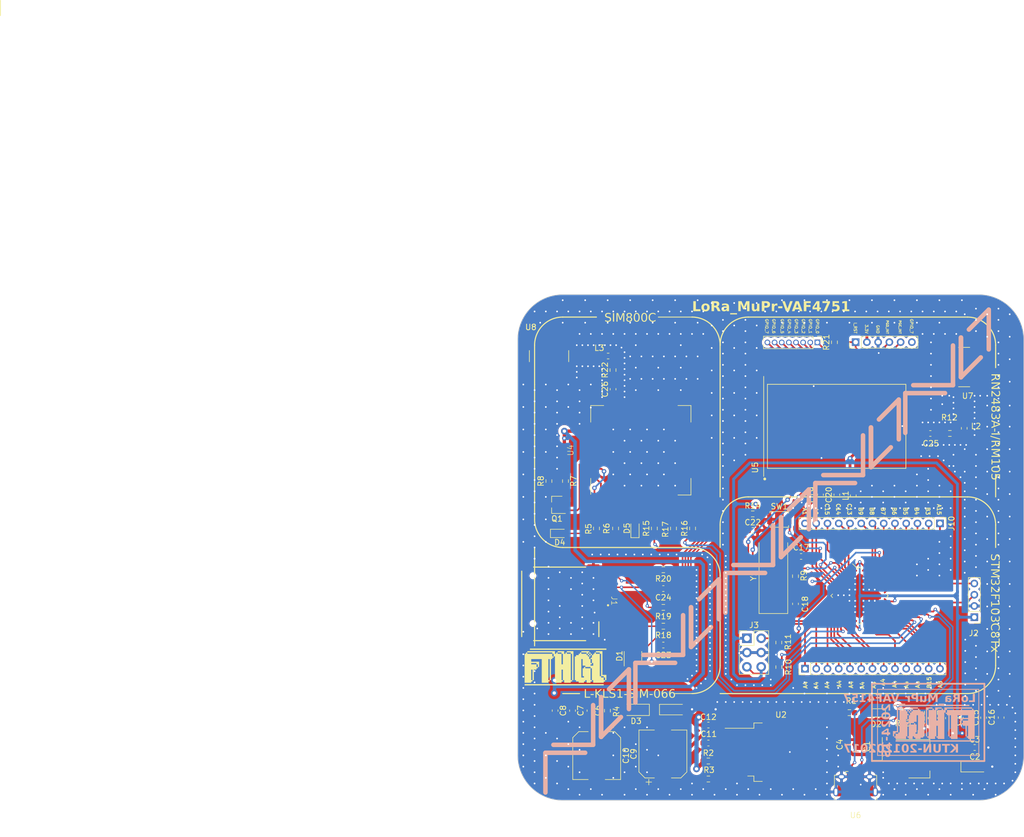
<source format=kicad_pcb>
(kicad_pcb (version 20221018) (generator pcbnew)
  (layers (0 "F.Cu" signal) (31 "B.Cu" signal) (34 "B.Paste" user) (35 "F.Paste" user) (36 "B.SilkS" user "B.Silkscreen") (37 "F.SilkS" user "F.Silkscreen") (38 "B.Mask" user) (39 "F.Mask" user) (44 "Edge.Cuts" user))
  (net 0 "")
  (net 1 "5v")
  (net 2 "GND")
  (net 3 "3.3V")
  (net 4 "VBAT")
  (net 5 "HSE_OSC_IN")
  (net 6 "HSE_OSC_OUT")
  (net 7 "3.3VA")
  (net 8 "Net-(C22-Pad1)")
  (net 9 "SIM_VDD")
  (net 10 "SIM_DATA")
  (net 12 "Net-(D1-IO2)")
  (net 13 "Net-(D1-IO3)")
  (net 14 "Net-(D1-IO4)")
  (net 15 "Net-(D2-A)")
  (net 16 "Net-(D4-A)")
  (net 17 "Net-(D5-A)")
  (net 18 "P13")
  (net 20 "SWDIO")
  (net 21 "SWDCLK")
  (net 22 "Net-(J3-Pin_2)")
  (net 23 "Net-(J3-Pin_5)")
  (net 24 "PC14")
  (net 25 "PC15")
  (net 26 "PB0")
  (net 27 "PB1")
  (net 28 "PB3")
  (net 29 "PB4")
  (net 30 "PB5")
  (net 31 "PB6")
  (net 32 "PB7")
  (net 33 "PB8")
  (net 34 "PB9")
  (net 35 "I_RESET")
  (net 36 "PGD_INT")
  (net 37 "PGC_INT")
  (net 39 "L_GPIO0")
  (net 40 "L_GPIO1")
  (net 41 "L_GPIO2")
  (net 42 "L_GPIO3")
  (net 43 "L_GPIO4")
  (net 44 "L_GPIO5")
  (net 45 "L_GPIO6")
  (net 46 "L_GPIO7")
  (net 47 "Net-(U5-RFH)")
  (net 48 "GSM_ANT")
  (net 49 "PA15")
  (net 50 "PB10")
  (net 51 "PB11")
  (net 52 "PB12")
  (net 53 "PB13")
  (net 54 "PB14")
  (net 55 "PB15")
  (net 56 "PA8")
  (net 57 "PA7")
  (net 58 "PA6")
  (net 59 "PA5")
  (net 60 "PA4")
  (net 61 "PA1")
  (net 62 "PA0")
  (net 63 "PWRKEY")
  (net 64 "Net-(Q1-B)")
  (net 65 "Net-(U2-ADJ)")
  (net 66 "Net-(U4-NETLIGHT)")
  (net 67 "Net-(U4-STATUS)")
  (net 68 "BOOT_1")
  (net 69 "BOOT_0")
  (net 70 "USB_DP")
  (net 71 "USART1_RX")
  (net 72 "SIM_UART1_TXD")
  (net 73 "USART1_TX")
  (net 74 "SIM_UART1_RXD")
  (net 75 "SIM_RST")
  (net 76 "SIM_CLK")
  (net 77 "RESET")
  (net 78 "USART2_TX")
  (net 79 "USART2_RX")
  (net 80 "USB_DN")
  (net 119 "Net-(C25-Pad2)")
  (net 120 "Net-(L2-Pad1)")
  (net 121 "Net-(U7-In)")
  (net 122 "Net-(C26-Pad2)")
  (net 123 "Net-(U8-In)")
  (net 124 "Net-(L3-Pad2)")
  (footprint "Package_TO_SOT_SMD:SOT-223-3_TabPin2" (layer "F.Cu") (at 163.4 133.6)
    (fp_text reference "U1")
    (fp_text value "AMS1117-3.3")
  )
  (footprint "Resistor_SMD:R_0603_1608Metric_Pad0.98x0.95mm_HandSolder" (layer "F.Cu") (at 117.9 110.0125 180)
    (fp_text reference "R18")
    (fp_text value "51R" hide)
  )
  (footprint "Capacitor_SMD:C_0603_1608Metric_Pad1.08x0.95mm_HandSolder" (layer "F.Cu") (at 104.85 125.0375 -90)
    (fp_text reference "C6")
    (fp_text value "10uF" hide)
  )
  (footprint "Capacitor_SMD:C_0603_1608Metric_Pad1.08x0.95mm_HandSolder" (layer "F.Cu") (at 171.739114 126.342499 90)
    (fp_text reference "C14")
    (fp_text value "100nF" hide)
  )
  (footprint "_F_Library:LINX_CONSMA001-SMD" (layer "F.Cu") (at 97.57 61.95 90)
    (fp_text reference "U8")
    (fp_text value "~")
  )
  (footprint "Inductor_SMD:L_0603_1608Metric_Pad1.05x0.95mm_HandSolder" (layer "F.Cu") (at 171.41 74.79 90)
    (fp_text reference "L2")
    (fp_text value "4.7nH")
  )
  (footprint "Capacitor_SMD:C_0603_1608Metric_Pad1.08x0.95mm_HandSolder" (layer "F.Cu") (at 174.858669 126.294999 90)
    (fp_text reference "C15")
    (fp_text value "100nF" hide)
  )
  (footprint "Package_TO_SOT_SMD:TO-263-5_TabPin3" (layer "F.Cu") (at 138.825 132.425)
    (fp_text reference "U2")
    (fp_text value "MIC29302WU")
  )
  (footprint "Resistor_SMD:R_0603_1608Metric_Pad0.98x0.95mm_HandSolder" (layer "F.Cu") (at 160.531784 125.4)
    (fp_text reference "R13")
    (fp_text value "1k5" hide)
  )
  (footprint "Capacitor_Tantalum_SMD:CP_EIA-3216-18_Kemet-A_Pad1.58x1.35mm_HandSolder" (layer "F.Cu") (at 173.303553 135.003554)
    (fp_text reference "C2")
    (fp_text value "10uF" hide)
  )
  (footprint "Diode_SMD:D_SOD-123" (layer "F.Cu") (at 113.05 124.9 180)
    (fp_text reference "D3")
    (fp_text value "5.1V/500mW " hide)
  )
  (footprint "Capacitor_SMD:C_0603_1608Metric_Pad1.08x0.95mm_HandSolder" (layer "F.Cu") (at 117.9 113.3625 180)
    (fp_text reference "C23")
    (fp_text value "100nF" hide)
  )
  (footprint "Connector_PinHeader_2.00mm:PinHeader_1x13_P2.00mm_Vertical" (layer "F.Cu") (at 143.095921 117.576257 90)
    (fp_text reference "J11" hide)
    (fp_text value "Conn_01x13" hide)
  )
  (footprint "Resistor_SMD:R_0603_1608Metric_Pad0.98x0.95mm_HandSolder" (layer "F.Cu") (at 119.7 92.6125 90)
    (fp_text reference "R17")
    (fp_text value "5.6K" hide)
  )
  (footprint "Crystal:Crystal_SMD_HC49-SD" (layer "F.Cu") (at 137.4744 101.05 90)
    (fp_text reference "Y1")
    (fp_text value "Crystall")
  )
  (footprint "Resistor_SMD:R_0603_1608Metric_Pad0.98x0.95mm_HandSolder" (layer "F.Cu") (at 107.95 125.0375 -90)
    (fp_text reference "R4")
    (fp_text value "470R" hide)
  )
  (footprint "Resistor_SMD:R_0603_1608Metric_Pad0.98x0.95mm_HandSolder" (layer "F.Cu") (at 97.547556 84.1875 90)
    (fp_text reference "R8")
    (fp_text value "4.7k" hide)
  )
  (footprint "Capacitor_SMD:C_0603_1608Metric_Pad1.08x0.95mm_HandSolder" (layer "F.Cu") (at 150.7 131.0625 90)
    (fp_text reference "C4")
    (fp_text value "100nF")
  )
  (footprint "Connector_PinHeader_2.00mm:PinHeader_1x06_P2.00mm_Vertical" (layer "F.Cu") (at 152.102 59.461101 90)
    (fp_text reference "J5" hide)
    (fp_text value "Conn_01x06" hide)
  )
  (footprint "Capacitor_SMD:CP_Elec_8x10" (layer "F.Cu") (at 117.82 132.75 90)
    (fp_text reference "C9")
    (fp_text value "100uF")
  )
  (footprint "Capacitor_SMD:C_0603_1608Metric_Pad1.08x0.95mm_HandSolder" (layer "F.Cu") (at 133.8 92.9714)
    (fp_text reference "C22")
    (fp_text value "100nF" hide)
  )
  (footprint "Capacitor_SMD:C_0603_1608Metric_Pad1.08x0.95mm_HandSolder" (layer "F.Cu") (at 125.912501 130.8 180)
    (fp_text reference "C11")
    (fp_text value "1uF" hide)
  )
  (footprint "Capacitor_SMD:CP_Elec_8x10" (layer "F.Cu") (at 106.049998 133.035 -90)
    (fp_text reference "C10")
    (fp_text value "330uF")
  )
  (footprint "Connector_PinHeader_2.54mm:PinHeader_2x03_P2.54mm_Vertical" (layer "F.Cu") (at 132.76 112.16)
    (fp_text reference "J3")
    (fp_text value "Conn_02x03_Counter_Clockwise" hide)
  )
  (footprint "Resistor_SMD:R_0603_1608Metric_Pad0.98x0.95mm_HandSolder" (layer "F.Cu") (at 100.497556 84.1875 -90)
    (fp_text reference "R7")
    (fp_text value "4.7k")
  )
  (footprint "user_footprint:USB_micro-B_amphenol_101181994_horizontal" (layer "F.Cu") (at 152.0875 138.15)
    (fp_text reference "U6")
    (fp_text value "USB_micro-B_amphenol")
  )
  (footprint "Resistor_SMD:R_0603_1608Metric_Pad0.98x0.95mm_HandSolder" (layer "F.Cu") (at 116.297556 92.6125 90)
    (fp_text reference "R15")
    (fp_text value "1K" hide)
  )
  (footprint "Connector_PinHeader_1.27mm:PinHeader_1x08_P1.27mm_Vertical" (layer "F.Cu") (at 145.3015 59.511101 -90)
    (fp_text reference "J6" hide)
    (fp_text value "Conn_01x08" hide)
  )
  (footprint "user_footprint:L-KLS1-SIM-066" (layer "F.Cu") (at 98.6575 105.4975 -90)
    (fp_text reference "J1")
    (fp_text value "SIM_Card")
  )
  (footprint "Resistor_SMD:R_0603_1608Metric_Pad0.98x0.95mm_HandSolder" (layer "F.Cu") (at 138.4356 117.287599 90)
    (fp_text reference "R10")
    (fp_text value "1k" hide)
  )
  (footprint "Resistor_SMD:R_0603_1608Metric_Pad0.98x0.95mm_HandSolder" (layer "F.Cu") (at 108.95 64.43 90)
    (fp_text reference "R22")
    (fp_text value "50R")
  )
  (footprint "Resistor_SMD:R_0603_1608Metric_Pad0.98x0.95mm_HandSolder" (layer "F.Cu") (at 123.102448 92.6125 90)
    (fp_text reference "R16")
    (fp_text value "1K" hide)
  )
  (footprint "Capacitor_SMD:C_0603_1608Metric_Pad1.08x0.95mm_HandSolder" (layer "F.Cu") (at 98.65 125.0375 -90)
    (fp_text reference "C8")
    (fp_text value "10pF" hide)
  )
  (footprint "Capacitor_Tantalum_SMD:CP_EIA-3216-18_Kemet-A_Pad1.58x1.35mm_HandSolder" (layer "F.Cu") (at 119.7 124.85)
    (fp_text reference "C5" hide)
    (fp_text value "100uF" hide)
  )
  (footprint "Resistor_SMD:R_0603_1608Metric_Pad0.98x0.95mm_HandSolder" (layer "F.Cu") (at 168.86 75.71)
    (fp_text reference "R12")
    (fp_text value "50R")
  )
  (footprint "LED_SMD:LED_0603_1608Metric_Pad1.05x0.95mm_HandSolder" (layer "F.Cu") (at 155.737142 125.44 180)
    (fp_text reference "D2")
    (fp_text value "LED")
  )
  (footprint "Capacitor_SMD:C_0603_1608Metric_Pad1.08x0.95mm_HandSolder" (layer "F.Cu") (at 177.978223 126.274999 90)
    (fp_text reference "C16")
    (fp_text value "100nF" hide)
  )
  (footprint "Capacitor_SMD:C_0603_1608Metric_Pad1.08x0.95mm_HandSolder" (layer "F.Cu") (at 165.5 126.3625 90)
    (fp_text reference "C21")
    (fp_text value "4u7F" hide)
  )
  (footprint "Resistor_SMD:R_0603_1608Metric_Pad0.98x0.95mm_HandSolder" (layer "F.Cu") (at 117.9 106.6625 180)
    (fp_text reference "R19")
    (fp_text value "51R" hide)
  )
  (footprint "Inductor_SMD:L_0603_1608Metric_Pad1.05x0.95mm_HandSolder" (layer "F.Cu") (at 108.08 61.93)
    (fp_text reference "L3")
    (fp_text value "3.9nH")
  )
  (footprint "Connector_PinHeader_2.00mm:PinHeader_1x13_P2.00mm_Vertical" (layer "F.Cu") (at 167.095922 91.719059 -90)
    (fp_text reference "J10")
    (fp_text value "Conn_01x13" hide)
  )
  (footprint "Capacitor_SMD:C_0603_1608Metric_Pad1.08x0.95mm_HandSolder" (layer "F.Cu") (at 142.4 97.6 180)
    (fp_text reference "C17")
    (fp_text value "22pF" hide)
  )
  (footprint "Capacitor_SMD:C_0603_1608Metric_Pad1.08x0.95mm_HandSolder" (layer "F.Cu") (at 173.266052 131.603554)
    (fp_text reference "C3")
    (fp_text value "100nF" hide)
  )
  (footprint "Resistor_SMD:R_0603_1608Metric_Pad0.98x0.95mm_HandSolder" (layer "F.Cu") (at 150.9875 125.4)
    (fp_text reference "R1")
    (fp_text value "1k" hide)
  )
  (footprint "Resistor_SMD:R_0603_1608Metric_Pad0.98x0.95mm_HandSolder" (layer "F.Cu") (at 106.010224 92.6125 -90)
    (fp_text reference "R5")
    (fp_text value "1k" hide)
  )
  (footprint "Resistor_SMD:R_0603_1608Metric_Pad0.98x0.95mm_HandSolder" (layer "F.Cu") (at 138.4356 112.918799 90)
    (fp_text reference "R11")
    (fp_text value "1k" hide)
  )
  (footprint "Package_TO_SOT_SMD:TSOT-23" (layer "F.Cu") (at 98.987554 88.4375 180)
    (fp_text reference "Q1")
    (fp_text value "BC337" hide)
  )
  (footprint "Resistor_SMD:R_0603_1608Metric_Pad0.98x0.95mm_HandSolder" (layer "F.Cu") (at 148.325 59.4875 90)
    (fp_text reference "R21")
    (fp_text value "10k")
  )
  (footprint "LED_SMD:LED_0603_1608Metric_Pad1.05x0.95mm_HandSolder" (layer "F.Cu") (at 99.482557 93.5)
    (fp_text reference "D4")
    (fp_text value "LED" hide)
  )
  (footprint "user_footprint:SİM800C" (layer "F.Cu") (at 113.897556 78.7 90)
    (fp_text reference "U4")
    (fp_text value "SIM800C")
  )
  (footprint "Resistor_SMD:R_0603_1608Metric_Pad0.98x0.95mm_HandSolder" (layer "F.Cu") (at 125.912501 134)
    (fp_text reference "R2")
    (fp_text value "100k" hide)
  )
  (footprint "Button_Switch_SMD:SW_SPST_B3U-1000P" (layer "F.Cu") (at 138.525 91 180)
    (fp_text reference "SW1")
    (fp_text value "SW_Push" hide)
  )
  (footprint "Capacitor_SMD:C_0603_1608Metric_Pad1.08x0.95mm_HandSolder" (layer "F.Cu") (at 145.8395 86.6125 90)
    (fp_text reference "C19")
    (fp_text value "1uF" hide)
  )
  (footprint "Capacitor_SMD:C_0603_1608Metric_Pad1.08x0.95mm_HandSolder" (layer "F.Cu") (at 148.760499 86.6125 90)
    (fp_text reference "C20")
    (fp_text value "100nF" hide)
  )
  (footprint "Resistor_SMD:R_0603_1608Metric_Pad0.98x0.95mm_HandSolder" (layer "F.Cu") (at 109.412668 92.6125 -90)
    (fp_text reference "R6")
    (fp_text value "1k" hide)
  )
  (footprint "Inductor_SMD:L_0603_1608Metric" (layer "F.Cu") (at 151.681499 86.782501 -90)
    (fp_text reference "L1")
    (fp_text value "27nH" hide)
  )
  (footprint "_F_Library:LINX_CONSMA001-SMD" (layer "F.Cu") (at 171.4 63.9 180)
    (fp_text reference "U7")
    (fp_text value "~" hide)
  )
  (footprint "Capacitor_SMD:C_0603_1608Metric_Pad1.08x0.95mm_HandSolder" (layer "F.Cu") (at 108.96 67.8375 90)
    (fp_text reference "C26")
    (fp_text value "1.8pF")
  )
  (footprint "Capacitor_SMD:C_0603_1608Metric_Pad1.08x0.95mm_HandSolder" (layer "F.Cu") (at 165.39 75.71)
    (fp_text reference "C25")
    (fp_text value "9.1pF")
  )
  (footprint "Capacitor_SMD:C_0603_1608Metric_Pad1.08x0.95mm_HandSolder" (layer "F.Cu") (at 101.75 125.0375 -90)
    (fp_text reference "C7")
    (fp_text value "33pF" hide)
  )
  (footprint "Capacitor_SMD:C_0603_1608Metric_Pad1.08x0.95mm_HandSolder" (layer "F.Cu") (at 168.619558 126.362499 90)
    (fp_text reference "C13")
    (fp_text value "100nF" hide)
  )
  (footprint "Capacitor_Tantalum_SMD:CP_EIA-3216-18_Kemet-A_Pad1.58x1.35mm_HandSolder" (layer "F.Cu") (at 155.9 131.4 90)
    (fp_text reference "C1")
    (fp_text value "10uF")
  )
  (footprint "Resistor_SMD:R_0603_1608Metric_Pad0.98x0.95mm_HandSolder" (layer "F.Cu") (at 141.4 101.109699 -90)
    (fp_text reference "R9")
    (fp_text value "1M" hide)
  )
  (footprint "Resistor_SMD:R_0603_1608Metric_Pad0.98x0.95mm_HandSolder" (layer "F.Cu") (at 117.9 99.9625)
    (fp_text reference "R20")
    (fp_text value "51R" hide)
  )
  (footprint "Capacitor_SMD:C_0603_1608Metric_Pad1.08x0.95mm_HandSolder" (layer "F.Cu") (at 117.9 103.3125)
    (fp_text reference "C24")
    (fp_text value "22pF" hide)
  )
  (footprint "LED_SMD:LED_0603_1608Metric_Pad1.05x0.95mm_HandSolder" (layer "F.Cu") (at 112.855112 92.59 90)
    (fp_text reference "D5")
    (fp_text value "LED" hide)
  )
  (footprint "Connector_PinHeader_2.00mm:PinHeader_1x04_P2.00mm_Vertical" (layer "F.Cu") (at 173.208946 108.411371 180)
    (fp_text reference "J2")
    (fp_text value "Conn_01x04" hide)
  )
  (footprint "Capacitor_SMD:C_0603_1608Metric_Pad1.08x0.95mm_HandSolder" (layer "F.Cu") (at 141.4 106.035399 90)
    (fp_text reference "C18")
    (fp_text value "22pF" hide)
  )
  (footprint "user_footprint:fthgl15075" (layer "F.Cu") (at 100.5 117.5)
    (fp_text reference "G***" hide)
    (fp_text value "LOGO" hide)
  )
  (footprint "user_footprint:MICROCHIP_RN2483" (layer "F.Cu") (at 149.1 74.45 90)
    (fp_text reference "U5")
    (fp_text value "RN2483A-I/RM105")
  )
  (footprint "Resistor_SMD:R_0603_1608Metric_Pad0.98x0.95mm_HandSolder" (layer "F.Cu") (at 133.8 90.025)
    (fp_text reference "R14")
    (fp_text value "1k5" hide)
  )
  (footprint "Package_QFP:LQFP-48_7x7mm_P0.5mm" (layer "F.Cu") (at 152.787876 104.601212 -45)
    (fp_text reference "U3" hide)
    (fp_text value "STM32F103C8Tx" hide)
  )
  (footprint "Resistor_SMD:R_0603_1608Metric_Pad0.98x0.95mm_HandSolder" (layer "F.Cu") (at 125.912501 137.2 180)
    (fp_text reference "R3")
    (fp_text value "43k" hide)
  )
  (footprint "Capacitor_SMD:C_0603_1608Metric_Pad1.08x0.95mm_HandSolder" (layer "F.Cu") (at 125.912501 127.6)
    (fp_text reference "C12")
    (fp_text value "10uF" hide)
  )
  (footprint "Package_TO_SOT_SMD:SOT-23-6" (layer "F.Cu") (at 112.5 115.3 90)
    (fp_text reference "D1")
    (fp_text value "ESDA6V1-5SC6")
  )
  (footprint "_F_Library:logo" (layer "B.Cu") (at 104 129 45)
    (fp_text reference "REF**" hide)
    (fp_text value "logo" hide)
  )
  (footprint "_F_Library:logo" (layer "B.Cu") (at 120 113 45)
    (fp_text reference "REF**" hide)
    (fp_text value "logo" hide)
  )
  (footprint "_F_Library:logo" (layer "B.Cu") (at 168 65 45)
    (fp_text reference "REF**" hide)
    (fp_text value "logo" hide)
  )
  (footprint "_F_Library:logo" (layer "B.Cu") (at 152 81 45)
    (fp_text reference "REF**" hide)
    (fp_text value "logo" hide)
  )
  (footprint "_F_Library:logo" (layer "B.Cu") (at 136 97 45)
    (fp_text reference "REF**" hide)
    (fp_text value "logo" hide)
  )
  (footprint "user_footprint:fthgl15075" (layer "B.Cu") (at 166 127.5 180)
    (fp_text reference "G***" hide)
    (fp_text value "LOGO" hide)
  )
  (gr_line (start 156 133) (end 174 133) (stroke (width 0.15)) (layer "B.SilkS"))
  (gr_line (start 155 120.25) (end 155 134) (stroke (width 0.3)) (layer "B.SilkS"))
  (gr_line (start 174 133) (end 174 121.25) (stroke (width 0.15)) (layer "B.SilkS"))
  (gr_line (start 156 121.25) (end 174 121.25) (stroke (width 0.15)) (layer "B.SilkS"))
  (gr_line (start 175 120.25) (end 155 120.25) (stroke (width 0.3)) (layer "B.SilkS"))
  (gr_line (start 155 134) (end 175 134) (stroke (width 0.3)) (layer "B.SilkS"))
  (gr_line (start 156 121.25) (end 156 133) (stroke (width 0.15)) (layer "B.SilkS"))
  (gr_line (start 175 134) (end 175 120.25) (stroke (width 0.3)) (layer "B.SilkS"))
  (gr_line (start 123 55) (end 117 55) (stroke (width 0.15)) (layer "F.SilkS"))
  (gr_arc (start 172 87) (mid 175.535534 88.464466) (end 177 92) (stroke (width 0.2)) (layer "F.SilkS"))
  (gr_line (start 128 87) (end 128 60) (stroke (width 0.2)) (layer "F.SilkS"))
  (gr_arc (start 172 55) (mid 175.535534 56.464466) (end 177 60) (stroke (width 0.2)) (layer "F.SilkS"))
  (gr_line (start 128 96) (end 128 92) (stroke (width 0.2)) (layer "F.SilkS"))
  (gr_line (start 177 92) (end 177 96) (stroke (width 0.2)) (layer "F.SilkS"))
  (gr_line (start 95 91) (end 95 67) (stroke (width 0.2)) (layer "F.SilkS"))
  (gr_arc (start 123 96) (mid 126.535534 97.464466) (end 128 101) (stroke (width 0.2)) (layer "F.SilkS"))
  (gr_arc (start 128 92) (mid 129.464466 88.464466) (end 133 87) (stroke (width 0.2)) (layer "F.SilkS"))
  (gr_line (start 123 96) (end 100 96) (stroke (width 0.2)) (layer "F.SilkS"))
  (gr_line (start 123 122) (end 120 122) (stroke (width 0.15)) (layer "F.SilkS"))
  (gr_line (start 133 87) (end 172 87) (stroke (width 0.2)) (layer "F.SilkS"))
  (gr_arc (start 95 60) (mid 96.464466 56.464466) (end 100 55) (stroke (width 0.2)) (layer "F.SilkS"))
  (gr_arc (start 128 117) (mid 126.535534 120.535534) (end 123 122) (stroke (width 0.2)) (layer "F.SilkS"))
  (gr_arc (start 123 55) (mid 126.535534 56.464466) (end 128 60) (stroke (width 0.2)) (layer "F.SilkS"))
  (gr_line (start 128 122) (end 172 122) (stroke (width 0.2)) (layer "F.SilkS"))
  (gr_line (start 177 87) (end 177 83) (stroke (width 0.2)) (layer "F.SilkS"))
  (gr_line (start 172 55) (end 133 55) (stroke (width 0.2)) (layer "F.SilkS"))
  (gr_arc (start 177 117) (mid 175.535534 120.535534) (end 172 122) (stroke (width 0.2)) (layer "F.SilkS"))
  (gr_arc (start 100 96) (mid 96.464466 94.535534) (end 95 91) (stroke (width 0.2)) (layer "F.SilkS"))
  (gr_arc (start 128 60) (mid 129.464466 56.464466) (end 133 55) (stroke (width 0.2)) (layer "F.SilkS"))
  (gr_line (start 95 113.5) (end 95 96) (stroke (width 0.2)) (layer "F.SilkS"))
  (gr_line (start 103 122) (end 100 122) (stroke (width 0.2)) (layer "F.SilkS"))
  (gr_line (start 177 64) (end 177 60) (stroke (width 0.2)) (layer "F.SilkS"))
  (gr_line (start 0 1.350427) (end 0 -1.350427) (stroke (width 0.15)) (layer "F.SilkS"))
  (gr_line (start 106 55) (end 100 55) (stroke (width 0.2)) (layer "F.SilkS"))
  (gr_line (start 177 117) (end 177 113) (stroke (width 0.2)) (layer "F.SilkS"))
  (gr_line (start 95 60) (end 95 67) (stroke (width 0.2)) (layer "F.SilkS"))
  (gr_line (start 128 117) (end 128 101) (stroke (width 0.2)) (layer "F.SilkS"))
  (gr_line (start 92 59) (end 92 133) (stroke (width 0.1)) (layer "Edge.Cuts"))
  (gr_line (start 182 133) (end 182 59) (stroke (width 0.1)) (layer "Edge.Cuts"))
  (gr_line (start 100 141) (end 174 141) (stroke (width 0.1)) (layer "Edge.Cuts"))
  (gr_arc (start 100 141) (mid 94.343146 138.656854) (end 92 133) (stroke (width 0.1)) (layer "Edge.Cuts"))
  (gr_arc (start 92 59) (mid 94.343146 53.343146) (end 100 51) (stroke (width 0.1)) (layer "Edge.Cuts"))
  (gr_line (start 174 51) (end 100 51) (stroke (width 0.1)) (layer "Edge.Cuts"))
  (gr_arc (start 182 133) (mid 179.656854 138.656854) (end 174 141) (stroke (width 0.1)) (layer "Edge.Cuts"))
  (gr_arc (start 174 51) (mid 179.656854 53.343146) (end 182 59) (stroke (width 0.1)) (layer "Edge.Cuts"))
  (gr_text "LoRa_MuPr_VAF4157" (at 173.5 123.75) (layer "B.SilkS") (effects (font (size 1.45 1.45) (thickness 0.3) bold) (justify left bottom mirror)))
  (gr_text "2024-1S" (at 158.5 123.75 90) (layer "B.SilkS") (effects (font (size 1.5 1.5) (thickness 0.3) bold) (justify left bottom mirror)))
  (gr_text "KTUN-201202017" (at 170.5 132.75) (layer "B.SilkS") (effects (font (size 1.5 1.5) (thickness 0.3) bold) (justify left bottom mirror)))
  (gr_text "A4" (at 147.45 121.2 90) (layer "F.SilkS") (effects (font (size 0.7 0.7)) (justify left bottom)))
  (gr_text "GPIO_1" (at 143.75 55.25 270) (layer "F.SilkS") (effects (font (size 0.5 0.5) (thickness 0.1)) (justify left bottom)))
  (gr_text "A15" (at 166.525006 88.183333 270) (layer "F.SilkS") (effects (font (size 0.7 0.7)) (justify left bottom)))
  (gr_text "B7" (at 156.566668 88.75 270) (layer "F.SilkS") (effects (font (size 0.7 0.7)) (justify left bottom)))
  (gr_text "A1" (at 142.625006 88.85 270) (layer "F.SilkS") (effects (font (size 0.7 0.7)) (justify left bottom)))
  (gr_text "B5" (at 160.55 88.75 270) (layer "F.SilkS") (effects (font (size 0.7 0.7)) (justify left bottom)))
  (gr_text "RN2483A-I/RM105" (at 176 64.972506 270) (layer "F.SilkS") (effects (font (size 1.5 1.5) (thickness 0.1875)) (justify left bottom)))
  (gr_text "A4" (at 163.547059 121.125385 90) (layer "F.SilkS") (effects (font (size 0.7 0.7)) (justify left bottom)))
  (gr_text "GPIO_6" (at 137.25 55.25 270) (layer "F.SilkS") (effects (font (size 0.5 0.5) (thickness 0.1)) (justify left bottom)))
  (gr_text "A4" (at 143.6 121.2 90) (layer "F.SilkS") (effects (font (size 0.7 0.7)) (justify left bottom)))
  (gr_text "SIM800C" (at 107.401117 56.066853) (layer "F.SilkS") (effects (font (size 1.5 1.5) (thickness 0.1875)) (justify left bottom)))
  (gr_text "A4" (at 151.7 121.15 90) (layer "F.SilkS") (effects (font (size 0.7 0.7)) (justify left bottom)))
  (gr_text "I_RST" (at 151.75 55.892858 270) (layer "F.SilkS") (effects (font (size 0.5 0.5) (thickness 0.1)) (justify left bottom)))
  (gr_text "B15" (at 165.6 121.15 90) (layer "F.SilkS") (effects (font (size 0.7 0.7)) (justify left bottom)))
  (gr_text "3.3V" (at 153.75 56.250001 270) (layer "F.SilkS") (effects (font (size 0.5 0.5) (thickness 0.1)) (justify left bottom)))
  (gr_text "GPIO_7" (at 136 55.25 270) (layer "F.SilkS") (effects (font (size 0.5 0.5) (thickness 0.1)) (justify left bottom)))
  (gr_text "C15" (at 146.608338 88.083333 270) (layer "F.SilkS") (effects (font (size 0.7 0.7)) (justify left bottom)))
  (gr_text "A8" (at 167.55 121.1 90) (layer "F.SilkS") (effects (font (size 0.7 0.7)) (justify left bottom)))
  (gr_text "A4" (at 153.7 121.25 90) (layer "F.SilkS") (effects (font (size 0.7 0.7)) (justify left bottom)))
  (gr_text "A4" (at 155.75 121.2 90) (layer "F.SilkS") (effects (font (size 0.7 0.7)) (justify left bottom)))
  (gr_text "GND" (at 155.75 56.345237 270) (layer "F.SilkS") (effects (font (size 0.5 0.5) (thickness 0.1)) (justify left bottom)))
  (gr_text "A4" (at 161.55 121.15 90) (layer "F.SilkS") (effects (font (size 0.7 0.7)) (justify left bottom)))
  (gr_text "A4" (at 149.6 121 90) (layer "F.SilkS") (effects (font (size 0.7 0.7)) (justify left bottom)))
  (gr_text "A4" (at 145.5 121.25 90) (layer "F.SilkS") (effects (font (size 0.7 0.7)) (justify left bottom)))
  (gr_text "LoRa_MuPr-VAF4751" (at 123 54.25) (layer "F.SilkS") (effects (font (size 1.75 1.75) (thickness 0.3) bold) (justify left bottom)))
  (gr_text "A4" (at 157.35 120.7 90) (layer "F.SilkS") (effects (font (size 0.7 0.7)) (justify left bottom)))
  (gr_text "B3" (at 164.533332 88.75 270) (layer "F.SilkS") (effects (font (size 0.7 0.7)) (justify left bottom)))
  (gr_text "B4" (at 162.541666 88.75 270) (layer "F.SilkS") (effects (font (size 0.7 0.7)) (justify left bottom)))
  (gr_text "C14" (at 148.600004 88.083333 270) (layer "F.SilkS") (effects (font (size 0.7 0.7)) (justify left bottom)))
  (gr_text "GPIO_7" (at 161.75 55.25 270) (layer "F.SilkS") (effects (font (size 0.5 0.5) (thickness 0.1)) (justify left bottom)))
  (gr_text "B8" (at 154.575002 88.75 270) (layer "F.SilkS") (effects (font (size 0.7 0.7)) (justify left bottom)))
  (gr_text "PGC_INT" (at 159.75 55.5 270) (layer "F.SilkS") (effects (font (size 0.4 0.4) (thickness 0.1)) (justify left bottom)))
  (gr_text "STM32F103C8Tx" (at 175.933148 97.081124 270) (layer "F.SilkS") (effects (font (size 1.5 1.5) (thickness 0.1875)) (justify left bottom)))
  (gr_text "PGD_INT" (at 157.5 55.5 270) (layer "F.SilkS") (effects (font (size 0.4 0.4) (thickness 0.1)) (justify left bottom)))
  (gr_text "B6" (at 158.558334 88.75 270) (layer "F.SilkS") (effects (font (size 0.7 0.7)) (justify left bottom)))
  (gr_text "GPIO_0" (at 145 55.25 270) (layer "F.SilkS") (effects (font (size 0.5 0.5) (thickness 0.1)) (justify left bottom)))
  (gr_text "GPIO_2" (at 142.5 55.25 270) (layer "F.SilkS") (effects (font (size 0.5 0.5) (thickness 0.1)) (justify left bottom)))
  (gr_text "GPIO_3" (at 141.25 55.25 270) (layer "F.SilkS") (effects (font (size 0.5 0.5) (thickness 0.1)) (justify left bottom)))
  (gr_text "A0" (at 144.616672 88.85 270) (layer "F.SilkS") (effects (font (size 0.7 0.7)) (justify left bottom)))
  (gr_text "B9" (at 152.583336 88.75 270) (layer "F.SilkS") (effects (font (size 0.7 0.7)) (justify left bottom)))
  (gr_text "C13" (at 150.59167 88.083333 270) (layer "F.SilkS") (effects (font (size 0.7 0.7)) (justify left bottom)))
  (gr_text "GPIO_4" (at 140 55.25 270) (layer "F.SilkS") (effects (font (size 0.5 0.5) (thickness 0.1)) (justify left bottom)))
  (gr_text "L-KLS1-SIM-066" (at 103.730147 123) (layer "F.SilkS") (effects (font (size 1.5 1.5) (thickness 0.1875)) (justify left bottom)))
  (gr_text "GPIO_5" (at 138.75 55.25 270) (layer "F.SilkS") (effects (font (size 0.5 0.5) (thickness 0.1)) (justify left bottom)))
  (gr_text "A4" (at 159.45 121.05 90) (layer "F.SilkS") (effects (font (size 0.7 0.7)) (justify left bottom)))
  (segment (start 125.425001 129.45) (end 124.75 129.45) (width 0.6) (layer "F.Cu") (net 1))
  (segment (start 150.7875 132.0125) (end 150.7 131.925) (width 0.5) (layer "F.Cu") (net 1))
  (segment (start 149.725 125.75) (end 149.725 130.95) (width 0.6) (layer "F.Cu") (net 1))
  (segment (start 150.7 131.925) (end 151.6125 132.8375) (width 0.6) (layer "F.Cu") (net 1))
  (segment (start 149.725 130.95) (end 150.7 131.925) (width 0.6) (layer "F.Cu") (net 1))
  (segment (start 131.1 130.8) (end 131.175 130.725) (width 0.6) (layer "F.Cu") (net 1))
  (segment (start 158.9625 135.9) (end 160.25 135.9) (width 0.6) (layer "F.Cu") (net 1))
  (segment (start 118.2 136) (end 117.82 136) (width 0.6) (layer "F.Cu") (net 1))
  (segment (start 155.9 132.8375) (end 158.9625 135.9) (width 0.6) (layer "F.Cu") (net 1))
  (segment (start 131.175 130.725) (end 131.175 129.025) (width 0.6) (layer "F.Cu") (net 1))
  (segment (start 150.075 125.4) (end 149.725 125.75) (width 0.6) (layer "F.Cu") (net 1))
  (segment (start 150.7875 136.8) (end 150.7875 132.0125) (width 0.5) (layer "F.Cu") (net 1))
  (segment (start 131.175 127.275) (end 133.05 125.4) (width 0.6) (layer "F.Cu") (net 1))
  (segment (start 133.05 125.4) (end 150.075 125.4) (width 0.6) (layer "F.Cu") (net 1))
  (segment (start 131.175 129.025) (end 131.175 127.275) (width 0.6) (layer "F.Cu") (net 1))
  (segment (start 126.775001 130.8) (end 131.1 130.8) (width 0.6) (layer "F.Cu") (net 1))
  (segment (start 124.75 129.45) (end 118.2 136) (width 0.6) (layer "F.Cu") (net 1))
  (segment (start 126.775001 130.8) (end 125.425001 129.45) (width 0.6) (layer "F.Cu") (net 1))
  (segment (start 151.6125 132.8375) (end 155.9 132.8375) (width 0.6) (layer "F.Cu") (net 1))
  (segment (start 145.925 80.175) (end 146.03 80.07) (width 0.3) (layer "F.Cu") (net 2))
  (segment (start 176.4 135) (end 174.744607 135) (width 0.3) (layer "F.Cu") (net 2))
  (segment (start 157.8 138.2) (end 153 138.2) (width 0.3) (layer "F.Cu") (net 2))
  (segment (start 152.7375 137.9375) (end 152.7375 136.8) (width 0.3) (layer "F.Cu") (net 2))
  (segment (start 175.5 106.5) (end 173.297575 106.5) (width 0.3) (layer "F.Cu") (net 2))
  (segment (start 111.4 127.6) (end 111 128) (width 0.3) (layer "F.Cu") (net 2))
  (segment (start 174.132106 131.6) (end 174.128552 131.603554) (width 0.3) (layer "F.Cu") (net 2))
  (segment (start 175.7 131.6) (end 174.132106 131.6) (width 0.3) (layer "F.Cu") (net 2))
  (segment (start 116.597556 85) (end 117 85) (width 0.3) (layer "F.Cu") (net 2))
  (segment (start 158 138) (end 157.8 138.2) (width 0.3) (layer "F.Cu") (net 2))
  (segment (start 162.385 74.4) (end 162.435 74.45) (width 0.3) (layer "F.Cu") (net 2))
  (segment (start 156.2 59.559101) (end 156.102 59.461101) (width 0.3) (layer "F.Cu") (net 2))
  (segment (start 145.925 83.34) (end 145.925 80.175) (width 0.3) (layer "F.Cu") (net 2))
  (segment (start 160.4 74.4) (end 162.385 74.4) (width 0.3) (layer "F.Cu") (net 2))
  (segment (start 123 124.8) (end 121.1875 124.8) (width 0.25) (layer "F.Cu") (net 2))
  (segment (start 115.547556 86.55) (end 115.547556 86.05) (width 0.3) (layer "F.Cu") (net 2))
  (segment (start 153 138.2) (end 152.7375 137.9375) (width 0.3) (layer "F.Cu") (net 2))
  (segment (start 156.2 61.4) (end 156.2 59.559101) (width 0.3) (layer "F.Cu") (net 2))
  (segment (start 144.655 65.56) (end 144.655 67.275) (width 0.3) (layer "F.Cu") (net 2))
  (segment (start 111.4 124.9) (end 111.4 127.6) (width 0.3) (layer "F.Cu") (net 2))
  (segment (start 105.675 107.5875) (end 106.985 107.5875) (width 0.3) (layer "F.Cu") (net 2))
  (segment (start 121.1875 124.8) (end 121.1375 124.85) (width 0.25) (layer "F.Cu") (net 2))
  (segment (start 174.744607 135) (end 174.741053 135.003554) (width 0.3) (layer "F.Cu") (net 2))
  (segment (start 173.297575 106.5) (end 173.208946 106.411371) (width 0.3) (layer "F.Cu") (net 2))
  (segment (start 106.985 107.5875) (end 107.015 107.5575) (width 0.3) (layer "F.Cu") (net 2))
  (segment (start 131.175 132.425) (end 140.325 132.425) (width 0.3) (layer "F.Cu") (net 2))
  (segment (start 144.655 67.275) (end 144.64 67.29) (width 0.3) (layer "F.Cu") (net 2))
  (segment (start 115.547556 86.05) (end 116.597556 85) (width 0.3) (layer "F.Cu") (net 2))
  (via (at 173.5 115.5) (size 0.6) (drill 0.3) (layers "F.Cu" "B.Cu") (net 2))
  (via (at 129 113.5) (size 0.6) (drill 0.3) (layers "F.Cu" "B.Cu") (net 2))
  (via (at 93.000002 71.000001) (size 0.6) (drill 0.3) (layers "F.Cu" "B.Cu") (net 2))
  (via (at 146 54) (size 0.6) (drill 0.3) (layers "F.Cu" "B.Cu") (net 2))
  (via (at 170.75 77.75) (size 0.6) (drill 0.3) (layers "F.Cu" "B.Cu") (net 2))
  (via (at 167 87) (size 0.6) (drill 0.3) (layers "F.Cu" "B.Cu") (net 2))
  (via (at 173 140) (size 0.6) (drill 0.3) (layers "F.Cu" "B.Cu") (net 2))
  (via (at 171.6 118.4) (size 0.6) (drill 0.3) (layers "F.Cu" "B.Cu") (net 2))
  (via (at 175.5 54.499999) (size 0.6) (drill 0.3) (layers "F.Cu" "B.Cu") (net 2))
  (via (at 163.75 79.75) (size 0.6) (drill 0.3) (layers "F.Cu" "B.Cu") (net 2))
  (via (at 123.8 108) (size 0.6) (drill 0.3) (layers "F.Cu" "B.Cu") (net 2))
  (via (at 133 139) (size 0.6) (drill 0.3) (layers "F.Cu" "B.Cu") (net 2))
  (via (at 164.75 77.75) (size 0.6) (drill 0.3) (layers "F.Cu" "B.Cu") (net 2))
  (via (at 95 84) (size 0.6) (drill 0.3) (layers "F.Cu" "B.Cu") (net 2))
  (via (at 137 120.5) (size 0.6) (drill 0.3) (layers "F.Cu" "B.Cu") (net 2))
  (via (at 173.5 91.5) (size 0.6) (drill 0.3) (layers "F.Cu" "B.Cu") (net 2))
  (via (at 177.5 75.500001) (size 0.6) (drill 0.3) (layers "F.Cu" "B.Cu") (net 2))
  (via (at 173.5 97.5) (size 0.6) (drill 0.3) (layers "F.Cu" "B.Cu") (net 2))
  (via (at 108.25 97.25) (size 0.6) (drill 0.3) (layers "F.Cu" "B.Cu") (net 2))
  (via (at 173.5 87.5) (size 0.6) (drill 0.3) (layers "F.Cu" "B.Cu") (net 2))
  (via (at 126.2 105) (size 0.6) (drill 0.3) (layers "F.Cu" "B.Cu") (net 2))
  (via (at 123.8 106) (size 0.6) (drill 0.3) (layers "F.Cu" "B.Cu") (net 2))
  (via (at 159 87) (size 0.6) (drill 0.3) (layers "F.Cu" "B.Cu") (net 2))
  (via (at 150 104.5) (size 0.6) (drill 0.3) (layers "F.Cu" "B.Cu") (net 2))
  (via (at 158 138) (size 0.6) (drill 0.3) (layers "F.Cu" "B.Cu") (net 2))
  (via (at 159 120) (size 0.6) (drill 0.3) (layers "F.Cu" "B.Cu") (net 2))
  (via (at 111 136) (size 0.6) (drill 0.3) (layers "F.Cu" "B.Cu") (net 2))
  (via (at 124.000001 51.999999) (size 0.6) (drill 0.3) (layers "F.Cu" "B.Cu") (net 2))
  (via (at 163 122) (size 0.6) (drill 0.3) (layers "F.Cu" "B.Cu") (net 2))
  (via (at 169.5 79.5) (size 0.6) (drill 0.3) (layers "F.Cu" "B.Cu") (net 2))
  (via (at 161 140) (size 0.6) (drill 0.3) (layers "F.Cu" "B.Cu") (net 2))
  (via (at 163 85) (size 0.6) (drill 0.3) (layers "F.Cu" "B.Cu") (net 2))
  (via (at 135 123.5) (size 0.6) (drill 0.3) (layers "F.Cu" "B.Cu") (net 2))
  (via (at 167 99) (size 0.6) (drill 0.3) (layers "F.Cu" "B.Cu") (net 2))
  (via (at 159 122) (size 0.6) (drill 0.3) (layers "F.Cu" "B.Cu") (net 2))
  (via (at 93 117) (size 0.6) (drill 0.3) (layers "F.Cu" "B.Cu") (net 2))
  (via (at 155.5 89) (size 0.6) (drill 0.3) (layers "F.Cu" "B.Cu") (net 2))
  (via (at 151 104.5) (size 0.6) (drill 0.3) (layers "F.Cu" "B.Cu") (net 2))
  (via (at 161.5 89) (size 0.6) (drill 0.3) (layers "F.Cu" "B.Cu") (net 2))
  (via (at 179.5 58.499999) (size 0.6) (drill 0.3) (layers "F.Cu" "B.Cu") (net 2))
  (via (at 121 60) (size 0.6) (drill 0.3) (layers "F.Cu" "B.Cu") (net 2))
  (via (at 115 83) (size 0.6) (drill 0.3) (layers "F.Cu" "B.Cu") (net 2))
  (via (at 97 75.000001) (size 0.6) (drill 0.3) (layers "F.Cu" "B.Cu") (net 2))
  (via (at 153 122.5) (size 0.6) (drill 0.3) (layers "F.Cu" "B.Cu") (net 2))
  (via (at 112 62) (size 0.6) (drill 0.3) (layers "F.Cu" "B.Cu") (net 2))
  (via (at 129 112.5) (size 0.6) (drill 0.3) (layers "F.Cu" "B.Cu") (net 2))
  (via (at 128.5 57.500001) (size 0.6) (drill 0.3) (layers "F.Cu" "B.Cu") (net 2))
  (via (at 147 56) (size 0.6) (drill 0.3) (layers "F.Cu" "B.Cu") (net 2))
  (via (at 128.5 81.5) (size 0.6) (drill 0.3) (layers "F.Cu" "B.Cu") (net 2))
  (via (at 118 83) (size 0.6) (drill 0.3) (layers "F.Cu" "B.Cu") (net 2))
  (via (at 129 103.5) (size 0.6) (drill 0.3) (layers "F.Cu" "B.Cu") (net 2))
  (via (at 119.000001 57.999999) (size 0.6) (drill 0.3) (layers "F.Cu" "B.Cu") (net 2))
  (via (at 108.5 60) (size 0.6) (drill 0.3) (layers "F.Cu" "B.Cu") (net 2))
  (via (at 152 102.5) (size 0.6) (drill 0.3) (layers "F.Cu" "B.Cu") (net 2))
  (via (at 111 128) (size 0.6) (drill 0.3) (layers "F.Cu" "B.Cu") (net 2))
  (via (at 165 88) (size 0.6) (drill 0.3) (layers "F.Cu" "B.Cu") (net 2))
  (via (at 105.25 97.25) (size 0.6) (drill 0.3) (layers "F.Cu" "B.Cu") (net 2))
  (via (at 141 89) (size 0.6) (drill 0.3) (layers "F.Cu" "B.Cu") (net 2))
  (via (at 153 138.2) (size 0.6) (drill 0.3) (layers "F.Cu" "B.Cu") (net 2))
  (via (at 142.5 88) (size 0.6) (drill 0.3) (layers "F.Cu" "B.Cu") (net 2))
  (via (at 118.000001 66) (size 0.6) (drill 0.3) (layers "F.Cu" "B.Cu") (net 2))
  (via (at 163 120) (size 0.6) (drill 0.3) (layers "F.Cu" "B.Cu") (net 2))
  (via (at 115 140) (size 0.6) (drill 0.3) (layers "F.Cu" "B.Cu") (net 2))
  (via (at 95 96.000001) (size 0.6) (drill 0.3) (layers "F.Cu" "B.Cu") (net 2))
  (via (at 134.5 76.5) (size 0.6) (drill 0.3) (layers "F.Cu" "B.Cu") (net 2))
  (via (at 153 121) (size 0.6) (drill 0.3) (layers "F.Cu" "B.Cu") (net 2))
  (via (at 95 67.999999) (size 0.6) (drill 0.3) (layers "F.Cu" "B.Cu") (net 2))
  (via (at 179.5 54.499999) (size 0.6) (drill 0.3) (layers "F.Cu" "B.Cu") (net 2))
  (via (at 167 85) (size 0.6) (drill 0.3) (layers "F.Cu" "B.Cu") (net 2))
  (via (at 97.475 103.4125) (size 0.6) (drill 0.3) (layers "F.Cu" "B.Cu") (net 2))
  (via (at 164.5 122) (size 0.6) (drill 0.3) (layers "F.Cu" "B.Cu") (net 2))
  (via (at 97 67) (size 0.6) (drill 0.3) (layers "F.Cu" "B.Cu") (net 2))
  (via (at 177.5 115.5) (size 0.6) (drill 0.3) (layers "F.Cu" "B.Cu") (net 2))
  (via (at 128.5 77.5) (size 0.6) (drill 0.3) (layers "F.Cu" "B.Cu") (net 2))
  (via (at 157 89) (size 0.6) (drill 0.3) (layers "F.Cu" "B.Cu") (net 2))
  (via (at 95 80) (size 0.6) (drill 0.3) (layers "F.Cu" "B.Cu") (net 2))
  (via (at 166 89) (size 0.6) (drill 0.3) (layers "F.Cu" "B.Cu") (net 2))
  (via (at 171.6 114.4) (size 0.6) (drill 0.3) (layers "F.Cu" "B.Cu") (net 2))
  (via (at 173.25 73) (size 0.6) (drill 0.3) (layers "F.Cu" "B.Cu") (net 2))
  (via (at 173.5 55.5) (size 0.6) (drill 0.3) (layers "F.Cu" "B.Cu") (net 2))
  (via (at 96 55.999999) (size 0.6) (drill 0.3) (layers "F.Cu" "B.Cu") (net 2))
  (via (at 132.499999 65.499999) (size 0.6) (drill 0.3) (layers "F.Cu" "B.Cu") (net 2))
  (via (at 171 52) (size 0.6) (drill 0.3) (layers "F.Cu" "B.Cu") (net 2))
  (via (at 154.5 103.5) (size 0.6) (drill 0.3) (layers "F.Cu" "B.Cu") (net 2))
  (via (at 103.5 63.75) (size 0.6) (drill 0.3) (layers "F.Cu" "B.Cu") (net 2))
  (via (at 136.5 123.5) (size 0.6) (drill 0.3) (layers "F.Cu" "B.Cu") (net 2))
  (via (at 103.475 100.4125) (size 0.6) (drill 0.3) (layers "F.Cu" "B.Cu") (net 2))
  (via (at 105.475 101.4125) (size 0.6) (drill 0.3) (layers "F.Cu" "B.Cu") (net 2))
  (via (at 155 87) (size 0.6) (drill 0.3) (layers "F.Cu" "B.Cu") (net 2))
  (via (at 129 107.5) (size 0.6) (drill 0.3) (layers "F.Cu" "B.Cu") (net 2))
  (via (at 163 87) (size 0.6) (drill 0.3) (layers "F.Cu" "B.Cu") (net 2))
  (via (at 126.5 72.5) (size 0.6) (drill 0.3) (layers "F.Cu" "B.Cu") (net 2))
  (via (at 113 57.999999) (size 0.6) (drill 0.3) (layers "F.Cu" "B.Cu") (net 2))
  (via (at 125.4 119.4) (size 0.6) (drill 0.3) (layers "F.Cu" "B.Cu") (net 2))
  (via (at 175.5 94.5) (size 0.6) (drill 0.3) (layers "F.Cu" "B.Cu") (net 2))
  (via (at 173.5 81.500001) (size 0.6) (drill 0.3) (layers "F.Cu" "B.Cu") (net 2))
  (via (at 159.5 138) (size 0.6) (drill 0.3) (layers "F.Cu" "B.Cu") (net 2))
  (via (at 95 130) (size 0.6) (drill 0.3) (layers "F.Cu" "B.Cu") (net 2))
  (via (at 109 83) (size 0.6) (drill 0.3) (layers "F.Cu" "B.Cu") (net 2))
  (via (at 103.475 104.4125) (size 0.6) (drill 0.3) (layers "F.Cu" "B.Cu") (net 2))
  (via (at 95 90.000001) (size 0.6) (drill 0.3) (layers "F.Cu" "B.Cu") (net 2))
  (via (at 93 121) (size 0.6) (drill 0.3) (layers "F.Cu" "B.Cu") (net 2))
  (via (at 93 115) (size 0.6) (drill 0.3) (layers "F.Cu" "B.Cu") (net 2))
  (via (at 117.000001 68) (size 0.6) (drill 0.3) (layers "F.Cu" "B.Cu") (net 2))
  (via (at 152 106.5) (size 0.6) (drill 0.3) (layers "F.Cu" "B.Cu") (net 2))
  (via (at 99 78) (size 0.6) (drill 0.3) (layers "F.Cu" "B.Cu") (net 2))
  (via (at 169.5 71.25) (size 0.6) (drill 0.3) (layers "F.Cu" "B.Cu") (net 2))
  (via (at 95 70) (size 0.6) (drill 0.3) (layers "F.Cu" "B.Cu") (net 2))
  (via (at 117.25 97.25) (size 0.6) (drill 0.3) (layers "F.Cu" "B.Cu") (net 2))
  (via (at 128.5 55.5) (size 0.6) (drill 0.3) (layers "F.Cu" "B.Cu") (net 2))
  (via (at 132.5 71.5) (size 0.6) (drill 0.3) (layers "F.Cu" "B.Cu") (net 2))
  (via (at 145.5 123.5) (size 0.6) (drill 0.3) (layers "F.Cu" "B.Cu") (net 2))
  (via (at 177.5 71.499999) (size 0.6) (drill 0.3) (layers "F.Cu" "B.Cu") (net 2))
  (via (at 130 119.5) (size 0.6) (drill 0.3) (layers "F.Cu" "B.Cu") (net 2))
  (via (at 105.475 111.4125) (size 0.6) (drill 0.3) (layers "F.Cu" "B.Cu") (net 2))
  (via (at 173.25 74) (size 0.6) (drill 0.3) (layers "F.Cu" "B.Cu") (net 2))
  (via (at 122.2 119.4) (size 0.6) (drill 0.3) (layers "F.Cu" "B.Cu") (net 2))
  (via (at 129 100.5) (size 0.6) (drill 0.3) (layers "F.Cu" "B.Cu") (net 2))
  (via (at 173.5 99.5) (size 0.6) (drill 0.3) (layers "F.Cu" "B.Cu") (net 2))
  (via (at 139 56) (size 0.6) (drill 0.3) (layers "F.Cu" "B.Cu") (net 2))
  (via (at 95 91.999998) (size 0.6) (drill 0.3) (layers "F.Cu" "B.Cu") (net 2))
  (via (at 128.5 85.499999) (size 0.6) (drill 0.3) (layers "F.Cu" "B.Cu") (net 2))
  (via (at 171.5 84.5) (size 0.6) (drill 0.3) (layers "F.Cu" "B.Cu") (net 2))
  (via (at 171.5 94.5) (size 0.6) (drill 0.3) (layers "F.Cu" "B.Cu") (net 2))
  (via (at 107 140) (size 0.6) (drill 0.3) (layers "F.Cu" "B.Cu") (net 2))
  (via (at 107 53.999999) (size 0.6) (drill 0.3) (layers "F.Cu" "B.Cu") (net 2))
  (via (at 111 61.25) (size 0.6) (drill 0.3) (layers "F.Cu" "B.Cu") (net 2))
  (via (at 137.999999 54) (size 0.6) (drill 0.3) (layers "F.Cu" "B.Cu") (net 2))
  (via (at 93 79.000001) (size 0.6) (drill 0.3) (layers "F.Cu" "B.Cu") (net 2))
  (via (at 136 54) (size 0.6) (drill 0.3) (layers "F.Cu" "B.Cu") (net 2))
  (via (at 143 140) (size 0.6) (drill 0.3) (layers "F.Cu" "B.Cu") (net 2))
  (via (at 142.000001 54) (size 0.6) (drill 0.3) (layers "F.Cu" "B.Cu") (net 2))
  (via (at 147 130) (size 0.6) (drill 0.3) (layers "F.Cu" "B.Cu") (net 2))
  (via (at 99 134) (size 0.6) (drill 0.3) (layers "F.Cu" "B.Cu") (net 2))
  (via (at 134 120.5) (size 0.6) (drill 0.3) (layers "F.Cu" "B.Cu") (net 2))
  (via (at 180.5 130) (size 0.6) (drill 0.3) (layers "F.Cu" "B.Cu") (net 2))
  (via (at 179 124) (size 0.6) (drill 0.3) (layers "F.Cu" "B.Cu") (net 2))
  (via (at 175.489627 78.5) (size 0.6) (drill 0.3) (layers "F.Cu" "B.Cu") (net 2))
  (via (at 120 56) (size 0.6) (drill 0.3) (layers "F.Cu" "B.Cu") (net 2))
  (via (at 157 136) (size 0.6) (drill 0.3) (layers "F.Cu" "B.Cu") (net 2))
  (via (at 148.5 123.5) (size 0.6) (drill 0.3) (layers "F.Cu" "B.Cu") (net 2))
  (via (at 152 101.5) (size 0.6) (drill 0.3) (layers "F.Cu" "B.Cu") (net 2))
  (via (at 130.5 80.499999) (size 0.6) (drill 0.3) (layers "F.Cu" "B.Cu") (net 2))
  (via (at 145 121) (size 0.6) (drill 0.3) (layers "F.Cu" "B.Cu") (net 2))
  (via (at 155.999999 54) (size 0.6) (drill 0.3) (layers "F.Cu" "B.Cu") (net 2))
  (via (at 123.8 113) (size 0.6) (drill 0.3) (layers "F.Cu" "B.Cu") (net 2))
  (via (at 101 131) (size 0.6) (drill 0.3) (layers "F.Cu" "B.Cu") (net 2))
  (via (at 177.5 107.5) (size 0.6) (drill 0.3) (layers "F.Cu" "B.Cu") (net 2))
  (via (at 129 98.5) (size 0.6) (drill 0.3) (layers "F.Cu" "B.Cu") (net 2))
  (via (at 176.4 135) (size 0.8) (drill 0.4) (layers "F.Cu" "B.Cu") (net 2))
  (via (at 177.5 65.499999) (size 0.6) (drill 0.3) (layers "F.Cu" "B.Cu") (net 2))
  (via (at 161 121) (size 0.6) (drill 0.3) (layers "F.Cu" "B.Cu") (net 2))
  (via (at 166.000001 58) (size 0.6) (drill 0.3) (layers "F.Cu" "B.Cu") (net 2))
  (via (at 126.5 52.5) (size 0.6) (drill 0.3) (layers "F.Cu" "B.Cu") (net 2))
  (via (at 93 123) (size 0.6) (drill 0.3) (layers "F.Cu" "B.Cu") (net 2))
  (via (at 172.5 138) (size 0.6) (drill 0.3) (layers "F.Cu" "B.Cu") (net 2))
  (via (at 95 128) (size 0.6) (drill 0.3) (layers "F.Cu" "B.Cu") (net 2))
  (via (at 170.75 83.5) (size 0.6) (drill 0.3) (layers "F.Cu" "B.Cu") (net 2))
  (via (at 130.5 60.499999) (size 0.6) (drill 0.3) (layers "F.Cu" "B.Cu") (net 2))
  (via (at 94.999999 53.999999) (size 0.6) (drill 0.3) (layers "F.Cu" "B.Cu") (net 2))
  (via (at 97 79.000001) (size 0.6) (drill 0.3) (layers "F.Cu" "B.Cu") (net 2))
  (via (at 121 139) (size 0.6) (drill 0.3) (layers "F.Cu" "B.Cu") (net 2))
  (via (at 165.5 69.5) (size 0.6) (drill 0.3) (layers "F.Cu" "B.Cu") (net 2))
  (via (at 105.475 109.4125) (size 0.6) (drill 0.3) (layers "F.Cu" "B.Cu") (net 2))
  (via (at 111.25 97.25) (size 0.6) (drill 0.3) (layers "F.Cu" "B.Cu") (net 2))
  (via (at 151 56) (size 0.6) (drill 0.3) (layers "F.Cu" "B.Cu") (net 2))
  (via (at 108 51.999999) (size 0.6) (drill 0.3) (layers "F.Cu" "B.Cu") (net 2))
  (via (at 129 104.5) (size 0.6) (drill 0.3) (layers "F.Cu" "B.Cu") (net 2))
  (via (at 95.475 110.4125) (size 0.6) (drill 0.3) (layers "F.Cu" "B.Cu") (net 2))
  (via (at 177.5 91.5) (size 0.6) (drill 0.3) (layers "F.Cu" "B.Cu") (net 2))
  (via (at 95 94) (size 0.6) (drill 0.3) (layers "F.Cu" "B.Cu") (net 2))
  (via (at 149 89) (size 0.6) (drill 0.3) (layers "F.Cu" "B.Cu") (net 2))
  (via (at 103.475 108.4125) (size 0.6) (drill 0.3) (layers "F.Cu" "B.Cu") (net 2))
  (via (at 128.5 59.5) (size 0.6) (drill 0.3) (layers "F.Cu" "B.Cu") (net 2))
  (via (at 175 139) (size 0.6) (drill 0.3) (layers "F.Cu" "B.Cu") (net 2))
  (via (at 177.5 103.5) (size 0.6) (drill 0.3) (layers "F.Cu" "B.Cu") (net 2))
  (via (at 126.2 104) (size 0.6) (drill 0.3) (layers "F.Cu" "B.Cu") (net 2))
  (via (at 179.5 122.5) (size 0.6) (drill 0.3) (layers "F.Cu" "B.Cu") (net 2))
  (via (at 102.5 63.75) (size 0.6) (drill 0.3) (layers "F.Cu" "B.Cu") (net 2))
  (via (at 141 123.5) (size 0.6) (drill 0.3) (layers "F.Cu" "B.Cu") (net 2))
  (via (at 112 75) (size 0.6) (drill 0.3) (layers "F.Cu" "B.Cu") (net 2))
  (via (at 177.5 69.499999) (size 0.6) (drill 0.3) (layers "F.Cu" "B.Cu") (net 2))
  (via (at 129 99.5) (size 0.6) (drill 0.3) (layers "F.Cu" "B.Cu") (net 2))
  (via (at 141 139) (size 0.6) (drill 0.3) (layers "F.Cu" "B.Cu") (net 2))
  (via (at 132.5 57.5) (size 0.6) (drill 0.3) (layers "F.Cu" "B.Cu") (net 2))
  (via (at 173.25 69) (size 0.6) (drill 0.3) (layers "F.Cu" "B.Cu") (net 2))
  (via (at 173.25 70) (size 0.6) (drill 0.3) (layers "F.Cu" "B.Cu") (net 2))
  (via (at 180.5 125.5) (size 0.6) (drill 0.3) (layers "F.Cu" "B.Cu") (net 2))
  (via (at 167.5 69) (size 0.6) (drill 0.3) (layers "F.Cu" "B.Cu") (net 2))
  (via (at 110.46 60.43) (size 0.6) (drill 0.3) (layers "F.Cu" "B.Cu") (net 2))
  (via (at 114.25 97.25) (size 0.6) (drill 0.3) (layers "F.Cu" "B.Cu") (net 2))
  (via (at 150 123.5) (size 0.6) (drill 0.3) (layers "F.Cu" "B.Cu") (net 2))
  (via (at 105.475 105.4125) (size 0.6) (drill 0.3) (layers "F.Cu" "B.Cu") (net 2))
  (via (at 117 139) (size 0.6) (drill 0.3) (layers "F.Cu" "B.Cu") (net 2))
  (via (at 114 81) (size 0.6) (drill 0.3) (layers "F.Cu" "B.Cu") (net 2))
  (via (at 103 74) (size 0.6) (drill 0.3) (layers "F.Cu" "B.Cu") (net 2))
  (via (at 147 52) (size 0.6) (drill 0.3) (layers "F.Cu" "B.Cu") (net 2))
  (via (at 177.5 105.5) (size 0.6) (drill 0.3) (layers "F.Cu" "B.Cu") (net 2))
  (via (at 132.5 69.5) (size 0.6) (drill 0.3) (layers "F.Cu" "B.Cu") (net 2))
  (via (at 97 133) (size 0.6) (drill 0.3) (layers "F.Cu" "B.Cu") (net 2))
  (via (at 127 140) (size 0.6) (drill 0.3) (layers "F.Cu" "B.Cu") (net 2))
  (via (at 179.5 82.499999) (size 0.6) (drill 0.3) (layers "F.Cu" "B.Cu") (net 2))
  (via (at 168 124) (size 0.6) (drill 0.3) (layers "F.Cu" "B.Cu") (net 2))
  (via (at 157 86) (size 0.6) (drill 0.3) (layers "F.Cu" "B.Cu") (net 2))
  (via (at 119 53.999999) (size 0.6) (drill 0.3) (layers "F.Cu" "B.Cu") (net 2))
  (via (at 129 109.5) (size 0.6) (drill 0.3) (layers "F.Cu" "B.Cu") (net 2))
  (via (at 105.000001 57.999999) (size 0.6) (drill 0.3) (layers "F.Cu" "B.Cu") (net 2))
  (via (at 111 66.25) (size 0.6) (drill 0.3) (layers "F.Cu" "B.Cu") (net 2))
  (via (at 126.2 102) (size 0.6) (drill 0.3) (layers "F.Cu" "B.Cu") (net 2))
  (via (at 163 139) (size 0.6) (drill 0.3) (layers "F.Cu" "B.Cu") (net 2))
  (via (at 173 124) (size 0.6) (drill 0.3) (layers "F.Cu" "B.Cu") (net 2))
  (via (at 179.5 94.5) (size 0.6) (drill 0.3) (layers "F.Cu" "B.Cu") (net 2))
  (via (at 126.5 56.5) (size 0.6) (drill 0.3) (layers "F.Cu" "B.Cu") (net 2))
  (via (at 107.000001 57.999999) (size 0.6) (drill 0.3) (layers "F.Cu" "B.Cu") (net 2))
  (via (at 148 54) (size 0.6) (drill 0.3) (layers "F.Cu" "B.Cu") (net 2))
  (via (at 179.5 78.5) (size 0.6) (drill 0.3) (layers "F.Cu" "B.Cu") (net 2))
  (via (at 153.5 106.5) (size 0.6) (drill 0.3) (layers "F.Cu" "B.Cu") (net 2))
  (via (at 152 105.5) (size 0.6) (drill 0.3) (layers "F.Cu" "B.Cu") (net 2))
  (via (at 124.6 120.2) (size 0.6) (drill 0.3) (layers "F.Cu" "B.Cu") (net 2))
  (via (at 113 139) (size 0.6) (drill 0.3) (layers "F.Cu" "B.Cu") (net 2))
  (via (at 97 95.000001) (size 0.6) (drill 0.3) (layers "F.Cu" "B.Cu") (net 2))
  (via (at 173.5 121.5) (size 0.6) (drill 0.3) (layers "F.Cu" "B.Cu") (net 2))
  (via (at 115 53.999999) (size 0.6) (drill 0.3) (layers "F.Cu" "B.Cu") (net 2))
  (via (at 131 138) (size 0.6) (drill 0.3) (layers "F.Cu" "B.Cu") (net 2))
  (via (at 121 64) (size 0.6) (drill 0.3) (layers "F.Cu" "B.Cu") (net 2))
  (via (at 144 87) (size 0.6) (drill 0.3) (layers "F.Cu" "B.Cu") (net 2))
  (via (at 130.5 72.5) (size 0.6) (drill 0.3) (layers "F.Cu" "B.Cu") (net 2))
  (via (at 101 127) (size 0.6) (drill 0.3) (layers "F.Cu" "B.Cu") (net 2))
  (via (at 143 120) (size 0.6) (drill 0.3) (layers "F.Cu" "B.Cu") (net 2))
  (via (at 174.25 69) (size 0.6) (drill 0.3) (layers "F.Cu" "B.Cu") (net 2))
  (via (at 169 86) (size 0.6) (drill 0.3) (layers "F.Cu" "B.Cu") (net 2))
  (via (at 124.000001 62) (size 0.6) (drill 0.3) (layers "F.Cu" "B.Cu") (net 2))
  (via (at 103 136) (size 0.6) (drill 0.3) (layers "F.Cu" "B.Cu") (net 2))
  (via (at 177.5 59.499998) (size 0.6) (drill 0.3) (layers "F.Cu" "B.Cu") (net 2))
  (via (at 135 140) (size 0.6) (drill 0.3) (layers "F.Cu" "B.Cu") (net 2))
  (via (at 169.75 77.75) (size 0.6) (drill 0.3) (layers "F.Cu" "B.Cu") (net 2))
  (via (at 93 127) (size 0.6) (drill 0.3) (layers "F.Cu" "B.Cu") (net 2))
  (via (at 97.000001 71.000001) (size 0.6) (drill 0.3) (layers "F.Cu" "B.Cu") (net 2))
  (via (at 101 67) (size 0.6) (drill 0.3) (layers "F.Cu" "B.Cu") (net 2))
  (via (at 103 68) (size 0.6) (drill 0.3) (layers "F.Cu" "B.Cu") (net 2))
  (via (at 109 133) (size 0.6) (drill 0.3) (layers "F.Cu" "B.Cu") (net 2))
  (via (at 129 110.5) (size 0.6) (drill 0.3) (layers "F.Cu" "B.Cu") (net 2))
  (via (at 111 81) (size 0.6) (drill 0.3) (layers "F.Cu" "B.Cu") (net 2))
  (via (at 106.75 97.25) (size 0.6) (drill 0.3) (layers "F.Cu" "B.Cu") (net 2))
  (via (at 164 77.75) (size 0.6) (drill 0.3) (layers "F.Cu" "B.Cu") (net 2))
  (via (at 121 53.999999) (size 0.6) (drill 0.3) (layers "F.Cu" "B.Cu") (net 2))
  (via (at 167.5 89) (size 0.6) (drill 0.3) (layers "F.Cu" "B.Cu") (net 2))
  (via (at 167.75 77.75) (size 0.6) (drill 0.3) (layers "F.Cu" "B.Cu") (net 2))
  (via (at 104 55.999999) (size 0.6) (drill 0.3) (layers "F.Cu" "B.Cu") (net 2))
  (via (at 115 132) (size 0.6) (drill 0.3) (layers "F.Cu" "B.Cu") (net 2))
  (via (at 103.475 106.4125) (size 0.6) (drill 0.3) (layers "F.Cu" "B.Cu") (net 2))
  (via (at 151 122) (size 0.6) (drill 0.3) (layers "F.Cu" "B.Cu") (net 2))
  (via (at 99 138) (size 0.6) (drill 0.3) (layers "F.Cu" "B.Cu") (net 2))
  (via (at 173.25 71) (size 0.6) (drill 0.3) (layers "F.Cu" "B.Cu") (net 2))
  (via (at 132.5 55.5) (size 0.6) (drill 0.3) (layers "F.Cu" "B.Cu") (net 2))
  (via (at 173.5 83.5) (size 0.6) (drill 0.3) (layers "F.Cu" "B.Cu") (net 2))
  (via (at 129 105.5) (size 0.6) (drill 0.3) (layers "F.Cu" "B.Cu") (net 2))
  (via (at 169.5 69.25) (size 0.6) (drill 0.3) (layers "F.Cu" "B.Cu") (net 2))
  (via (at 111 65.25) (size 0.6) (drill 0.3) (layers "F.Cu" "B.Cu") (net 2))
  (via (at 162.5 138) (size 0.6) (drill 0.3) (layers "F.Cu" "B.Cu") (net 2))
  (via (at 179.5 106.5) (size 0.6) (drill 0.3) (layers "F.Cu" "B.Cu") (net 2))
  (via (at 109 57.999999) (size 0.6) (drill 0.3) (layers "F.Cu" "B.Cu") (net 2))
  (via (at 151.5 123.5) (size 0.6) (drill 0.3) (layers "F.Cu" "B.Cu") (net 2))
  (via (at 109 129) (size 0.6) (drill 0.3) (layers "F.Cu" "B.Cu") (net 2))
  (via (at 177.5 119.5) (size 0.6) (drill 0.3) (layers "F.Cu" "B.Cu") (net 2))
  (via (at 95 118) (size 0.6) (drill 0.3) (layers "F.Cu" "B.Cu") (net 2))
  (via (at 146.03 80.07) (size 0.6) (drill 0.3) (layers "F.Cu" "B.Cu") (net 2))
  (via (at 126.2 111) (size 0.6) (drill 0.3) (layers "F.Cu" "B.Cu") (net 2))
  (via (at 171.5 90.5) (size 0.6) (drill 0.3) (layers "F.Cu" "B.Cu") (net 2))
  (via (at 171.5 92.5) (size 0.6) (drill 0.3) (layers "F.Cu" "B.Cu") (net 2))
  (via (at 97.475 109.4125) (size 0.6) (drill 0.3) (layers "F.Cu" "B.Cu") (net 2))
  (via (at 167.000001 56) (size 0.6) (drill 0.3) (layers "F.Cu" "B.Cu") (net 2))
  (via (at 107 65.25) (size 0.6) (drill 0.3) (layers "F.Cu" "B.Cu") (net 2))
  (via (at 150 54) (size 0.6) (drill 0.3) (layers "F.Cu" "B.Cu") (net 2))
  (via (at 116 55.999999) (size 0.6) (drill 0.3) (layers "F.Cu" "B.Cu") (net 2))
  (via (at 177.5 109.5) (size 0.6) (drill 0.3) (layers "F.Cu" "B.Cu") (net 2))
  (via (at 93 83.000001) (size 0.6) (drill 0.3) (layers "F.Cu" "B.Cu") (net 2))
  (via (at 149 133) (size 0.6) (drill 0.3) (layers "F.Cu" "B.Cu") (net 2))
  (via (at 121.000001 57.999999) (size 0.6) (drill 0.3) (layers "F.Cu" "B.Cu") (net 2))
  (via (at 165.25 79.75) (size 0.6) (drill 0.3) (layers "F.Cu" "B.Cu") (net 2))
  (via (at 137 119.5) (size 0.6) (drill 0.3) (layers "F.Cu" "B.Cu") (net 2))
  (via (at 177.5 95.5) (size 0.6) (drill 0.3) (layers "F.Cu" "B.Cu") (net 2))
  (via (at 177.5 53.499999) (size 0.6) (drill 0.3) (layers "F.Cu" "B.Cu") (net 2))
  (via (at 180.5 127) (size 0.6) (drill 0.3) (layers "F.Cu" "B.Cu") (net 2))
  (via (at 161 86) (size 0.6) (drill 0.3) (layers "F.Cu" "B.Cu") (net 2))
  (via (at 119 140) (size 0.6) (drill 0.3) (layers "F.Cu" "B.Cu") (net 2))
  (via (at 147 140) (size 0.6) (drill 0.3) (layers "F.Cu" "B.Cu") (net 2))
  (via (at 166.75 77.75) (size 0.6) (drill 0.3) (layers "F.Cu" "B.Cu") (net 2))
  (via (at 177.5 93.5) (size 0.6) (drill 0.3) (layers "F.Cu" "B.Cu") (net 2))
  (via (at 153 88) (size 0.6) (drill 0.3) (layers "F.Cu" "B.Cu") (net 2))
  (via (at 129 116.5) (size 0.6) (drill 0.3) (layers "F.Cu" "B.Cu") (net 2))
  (via (at 175.5 70.75) (size 0.6) (drill 0.3) (layers "F.Cu" "B.Cu") (net 2))
  (via (at 99 130) (size 0.6) (drill 0.3) (layers "F.Cu" "B.Cu") (net 2))
  (via (at 95 72.000001) (size 0.6) (drill 0.3) (layers "F.Cu" "B.Cu") (net 2))
  (via (at 128.5 53.499999) (size 0.6) (drill 0.3) (layers "F.Cu" "B.Cu") (net 2))
  (via (at 164.5 89) (size 0.6) (drill 0.3) (layers "F.Cu" "B.Cu") (net 2))
  (via (at 177.5 73.5) (size 0.6) (drill 0.3) (layers "F.Cu" "B.Cu") (net 2))
  (via (at 108.999999 53.999999) (size 0.6) (drill 0.3) (layers "F.Cu" "B.Cu") (net 2))
  (via (at 124.8 97.25) (size 0.6) (drill 0.3) (layers "F.Cu" "B.Cu") (net 2))
  (via (at 177.5 67.5) (size 0.6) (drill 0.3) (layers "F.Cu" "B.Cu") (net 2))
  (via (at 109.5 60) (size 0.6) (drill 0.3) (layers "F.Cu" "B.Cu") (net 2))
  (via (at 154.5 105.5) (size 0.6) (drill 0.3) (layers "F.Cu" "B.Cu") (net 2))
  (via (at 105.475 103.4125) (size 0.6) (drill 0.3) (layers "F.Cu" "B.Cu") (net 2))
  (via (at 171.5 124) (size 0.6) (drill 0.3) (layers "F.Cu" "B.Cu") (net 2))
  (via (at 151 120) (size 0.6) (drill 0.3) (layers "F.Cu" "B.Cu") (net 2))
  (via (at 117 81) (size 0.6) (drill 0.3) (layers "F.Cu" "B.Cu") (net 2))
  (via (at 111 67.25) (size 0.6) (drill 0.3) (layers "F.Cu" "B.Cu") (net 2))
  (via (at 152 103.5) (size 0.6) (drill 0.3) (layers "F.Cu" "B.Cu") (net 2))
  (via (at 123 53.999999) (size 0.6) (drill 0.3) (layers "F.Cu" "B.Cu") (net 2))
  (via (at 114 62) (size 0.6) (drill 0.3) (layers "F.Cu" "B.Cu") (net 2))
  (via (at 178.5 138) (size 0.6) (drill 0.3) (layers "F.Cu" "B.Cu") (net 2))
  (via (at 103 128) (size 0.6) (drill 0.3) (layers "F.Cu" "B.Cu") (net 2))
  (via (at 151 52) (size 0.6) (drill 0.3) (layers "F.Cu" "B.Cu") (net 2))
  (via (at 164 73.75) (size 0.6) (drill 0.3) (layers "F.Cu" "B.Cu") (net 2))
  (via (at 101 53.999999) (size 0.6) (drill 0.3) (layers "F.Cu" "B.Cu") (net 2))
  (via (at 95 88) (size 0.6) (drill 0.3) (layers "F.Cu" "B.Cu") (net 2))
  (via (at 147 122) (size 0.6) (drill 0.3) (layers "F.Cu" "B.Cu") (net 2))
  (via (at 169.5 81.5) (size 0.6) (drill 0.3) (layers "F.Cu" "B.Cu") (net 2))
  (via (at 125.000001 57.999999) (size 0.6) (drill 0.3) (layers "F.Cu" "B.Cu") (net 2))
  (via (at 93 133) (size 0.6) (drill 0.3) (layers "F.Cu" "B.Cu") (net 2))
  (via (at 123.8 103) (size 0.6) (drill 0.3) (layers "F.Cu" "B.Cu") (net 2))
  (via (at 163 99) (size 0.6) (drill 0.3) (layers "F.Cu" "B.Cu") (net 2))
  (via (at 169.75 82.5) (size 0.6) (drill 0.3) (layers "F.Cu" "B.Cu") (net 2))
  (via (at 169.5 73.25) (size 0.6) (drill 0.3) (layers "F.Cu" "B.Cu") (net 2))
  (via (at 175.5 98.5) (size 0.6) (drill 0.3) (layers "F.Cu" "B.Cu") (net 2))
  (via (at 132.5 120.5) (size 0.6) (drill 0.3) (layers "F.Cu" "B.Cu") (net 2))
  (via (at 124.000001 55.999999) (size 0.6) (drill 0.3) (layers "F.Cu" "B.Cu") (net 2))
  (via (at 179.5 110.5) (size 0.6) (drill 0.3) (layers "F.Cu" "B.Cu") (net 2))
  (via (at 163 101) (size 0.6) (drill 0.3) (layers "F.Cu" "B.Cu") (net 2))
  (via (at 101 139) (size 0.6) (drill 0.3) (layers "F.Cu" "B.Cu") (net 2))
  (via (at 93 67) (size 0.6) (drill 0.3) (layers "F.Cu" "B.Cu") (net 2))
  (via (at 173.5 89.5) (size 0.6) (drill 0.3) (layers "F.Cu" "B.Cu") (net 2))
  (via (at 155.5 103.5) (size 0.6) (drill 0.3) (layers "F.Cu" "B.Cu") (net 2))
  (via (at 128.5 69.5) (size 0.6) (drill 0.3) (layers "F.Cu" "B.Cu") (net 2))
  (via (at 93 125) (size 0.6) (drill 0.3) (layers "F.Cu" "B.Cu") (net 2))
  (via (at 177.5 81.5) (size 0.6) (drill 0.3) (layers "F.Cu" "B.Cu") (net 2))
  (via (at 111 64.25) (size 0.6) (drill 0.3) (layers "F.Cu" "B.Cu") (net 2))
  (via (at 95 136) (size 0.6) (drill 0.3) (layers "F.Cu" "B.Cu") (net 2))
  (via (at 176 124) (size 0.6) (drill 0.3) (layers "F.Cu" "B.Cu") (net 2))
  (via (at 104.5 63.75) (size 0.6) (drill 0.3) (layers "F.Cu" "B.Cu") (net 2))
  (via (at 107 64.25) (size 0.6) (drill 0.3) (layers "F.Cu" "B.Cu") (net 2))
  (via (at 126.2 100) (size 0.6) (drill 0.3) (layers "F.Cu" "B.Cu") (net 2))
  (via (at 120 66) (size 0.6) (drill 0.3) (layers "F.Cu" "B.Cu") (net 2))
  (via (at 161 88) (size 0.6) (drill 0.3) (layers "F.Cu" "B.Cu") (net 2))
  (via (at 157 88) (size 0.6) (drill 0.3) (layers "F.Cu" "B.Cu") (net 2))
  (via (at 103 53.999999) (size 0.6) (drill 0.3) (layers "F.Cu" "B.Cu") (net 2))
  (via (at 107.475 112.4125) (size 0.6) (drill 0.3) (layers "F.Cu" "B.Cu") (net 2))
  (via (at 171.6 120.4) (size 0.6) (drill 0.3) (layers "F.Cu" "B.Cu") (net 2))
  (via (at 99.000001 53.999999) (size 0.6) (drill 0.3) (layers "F.Cu" "B.Cu") (net 2))
  (via (at 132.5 53.499997) (size 0.6) (drill 0.3) (layers "F.Cu" "B.Cu") (net 2))
  (via (at 140 54) (size 0.6) (drill 0.3) (layers "F.Cu" "B.Cu") (net 2))
  (via (at 123.8 105) (size 0.6) (drill 0.3) (layers "F.Cu" "B.Cu") (net 2))
  (via (at 175.5 69) (size 0.6) (drill 0.3) (layers "F.Cu" "B.Cu") (net 2))
  (via (at 120 77) (size 0.6) (drill 0.3) (layers "F.Cu" "B.Cu") (net 2))
  (via (at 97.000001 91.000001) (size 0.6) (drill 0.3) (layers "F.Cu" "B.Cu") (net 2))
  (via (at 165.5 65.5) (size 0.6) (drill 0.3) (layers "F.Cu" "B.Cu") (net 2))
  (via (at 155 56) (size 0.6) (drill 0.3) (layers "F.Cu" "B.Cu") (net 2))
  (via (at 173.5 111.5) (size 0.6) (drill 0.3) (layers "F.Cu" "B.Cu") (net 2))
  (via (at 105.675 107.5875) (size 0.6) (drill 0.3) (layers "F.Cu" "B.Cu") (net 2))
  (via (at 144.64 67.29) (size 0.6) (drill 0.3) (layers "F.Cu" "B.Cu") (net 2))
  (via (at 169.5 72.25) (size 0.6) (drill 0.3) (layers "F.Cu" "B.Cu") (net 2))
  (via (at 129 115.5) (size 0.6) (drill 0.3) (layers "F.Cu" "B.Cu") (net 2))
  (via (at 153 86) (size 0.6) (drill 0.3) (layers "F.Cu" "B.Cu") (net 2))
  (via (at 169 92) (size 0.6) (drill 0.3) (layers "F.Cu" "B.Cu") (net 2))
  (via (at 135.5 120.5) (size 0.6) (drill 0.3) (layers "F.Cu" "B.Cu") (net 2))
  (via (at 113 131) (size 0.6) (drill 0.3) (layers "F.Cu" "B.Cu") (net 2))
  (via (at 111.000001 57.999999) (size 0.6) (drill 0.3) (layers "F.Cu" "B.Cu") (net 2))
  (via (at 175.5 122.5) (size 0.6) (drill 0.3) (layers "F.Cu" "B.Cu") (net 2))
  (via (at 165.5 59.499999) (size 0.6) (drill 0.3) (layers "F.Cu" "B.Cu") (net 2))
  (via (at 123.8 109) (size 0.6) (drill 0.3) (layers "F.Cu" "B.Cu") (net 2))
  (via (at 147 136) (size 0.6) (drill 0.3) (layers "F.Cu" "B.Cu") (net 2))
  (via (at 95 124) (size 0.6) (drill 0.3) (layers "F.Cu" "B.Cu") (net 2))
  (via (at 179.5 86.5) (size 0.6) (drill 0.3) (layers "F.Cu" "B.Cu") (net 2))
  (via (at 167.000001 52) (size 0.6) (drill 0.3) (layers "F.Cu" "B.Cu") (net 2))
  (via (at 168.000001 58) (size 0.6) (drill 0.3) (layers "F.Cu" "B.Cu") (net 2))
  (via (at 154 54) (size 0.6) (drill 0.3) (layers "F.Cu" "B.Cu") (net 2))
  (via (at 103.475 110.4125) (size 0.6) (drill 0.3) (layers "F.Cu" "B.Cu") (net 2))
  (via (at 179.5 118.5) (size 0.6) (drill 0.3) (layers "F.Cu" "B.Cu") (net 2))
  (via (at 131 140) (size 0.6) (drill 0.3) (layers "F.Cu" "B.Cu") (net 2))
  (via (at 117 77) (size 0.6) (drill 0.3) (layers "F.Cu" "B.Cu") (net 2))
  (via (at 109.75 97.25) (size 0.6) (drill 0.3) (layers "F.Cu" "B.Cu") (net 2))
  (via (at 180.5 136) (size 0.6) (drill 0.3) (layers "F.Cu" "B.Cu") (net 2))
  (via (at 169 89) (size 0.6) (drill 0.3) (layers "F.Cu" "B.Cu") (net 2))
  (via (at 107 67.25) (size 0.6) (drill 0.3) (layers "F.Cu" "B.Cu") (net 2))
  (via (at 117.000002 57.999999) (size 0.6) (drill 0.3) (layers "F.Cu" "B.Cu") (net 2))
  (via (at 165 100) (size 0.6) (drill 0.3) (layers "F.Cu" "B.Cu") (net 2))
  (via (at 145 139) (size 0.6) (drill 0.3) (layers "F.Cu" "B.Cu") (net 2))
  (via (at 140.4 132.4) (size 0.6) (drill 0.3) (layers "F.Cu" "B.Cu") (net 2))
  (via (at 177.5 121.5) (size 0.6) (drill 0.3) (layers "F.Cu" "B.Cu") (net 2))
  (via (at 95 78.000001) (size 0.6) (drill 0.3) (layers "F.Cu" "B.Cu") (net 2))
  (via (at 158.5 89) (size 0.6) (drill 0.3) (layers "F.Cu" "B.Cu") (net 2))
  (via (at 174.5 124) (size 0.6) (drill 0.3) (layers "F.Cu" "B.Cu") (net 2))
  (via (at 95 134) (size 0.6) (drill 0.3) (layers "F.Cu" "B.Cu") (net 2))
  (via (at 136 54) (size 0.6) (drill 0.3) (layers "F.Cu" "B.Cu") (net 2))
  (via (at 95 82.000001) (size 0.6) (drill 0.3) (layers "F.Cu" "B.Cu") (net 2))
  (via (at 175.5 118.5) (size 0.6) (drill 0.3) (layers "F.Cu" "B.Cu") (net 2))
  (via (at 103 70) (size 0.6) (drill 0.3) (layers "F.Cu" "B.Cu") (net 2))
  (via (at 125.75 97.75) (size 0.6) (drill 0.3) (layers "F.Cu" "B.Cu") (net 2))
  (via (at 173.5 93.5) (size 0.6) (drill 0.3) (layers "F.Cu" "B.Cu") (net 2))
  (via (at 163 51.999999) (size 0.6) (drill 0.3) (layers "F.Cu" "B.Cu") (net 2))
  (via (at 157 121) (size 0.6) (drill 0.3) (layers "F.Cu" "B.Cu") (net 2))
  (via (at 175.500001 82.499999) (size 0.6) (drill 0.3) (layers "F.Cu" "B.Cu") (net 2))
  (via (at 173.25 76) (size 0.6) (drill 0.3) (layers "F.Cu" "B.Cu") (net 2))
  (via (at 171.5 86) (size 0.6) (drill 0.3) (layers "F.Cu" "B.Cu") (net 2))
  (via (at 128.5 61.5) (size 0.6) (drill 0.3) (layers "F.Cu" "B.Cu") (net 2))
  (via (at 123 138) (size 0.6) (drill 0.3) (layers "F.Cu" "B.Cu") (net 2))
  (via (at 177.5 57.499999) (size 0.6) (drill 0.3) (layers "F.Cu" "B.Cu") (net 2))
  (via (at 95 76.000001) (size 0.6) (drill 0.3) (layers "F.Cu" "B.Cu") (net 2))
  (via (at 127.2 124.8) (size 0.8) (drill 0.4) (layers "F.Cu" "B.Cu") (net 2))
  (via (at 168.75 77.75) (size 0.6) (drill 0.3) (layers "F.Cu" "B.Cu") (net 2))
  (via (at 173.5 85.5) (size 0.6) (drill 0.3) (layers "F.Cu" "B.Cu") (net 2))
  (via (at 132.5 79.499998) (size 0.6) (drill 0.3) (layers "F.Cu" "B.Cu") (net 2))
  (via (at 123.8 101) (size 0.6) (drill 0.3) (layers "F.Cu" "B.Cu") (net 2))
  (via (at 132.5 77.499999) (size 0.6) (drill 0.3) (layers "F.Cu" "B.Cu") (net 2))
  (via (at 155 122) (size 0.6) (drill 0.3) (layers "F.Cu" "B.Cu") (net 2))
  (via (at 137 139) (size 0.6) (drill 0.3) (layers "F.Cu" "B.Cu") (net 2))
  (via (at 122.000001 66) (size 0.6) (drill 0.3) (layers "F.Cu" "B.Cu") (net 2))
  (via (at 126.2 117) (size 0.6) (drill 0.3) (layers "F.Cu" "B.Cu") (net 2))
  (via (at 165.5 67.5) (size 0.6) (drill 0.3) (layers "F.Cu" "B.Cu") (net 2))
  (via (at 177.5 85.5) (size 0.6) (drill 0.3) (layers "F.Cu" "B.Cu") (net 2))
  (via (at 111 63.25) (size 0.6) (drill 0.3) (layers "F.Cu" "B.Cu") (net 2))
  (via (at 160.4 74.4) (size 0.6) (drill 0.3) (layers "F.Cu" "B.Cu") (net 2))
  (via (at 97.475 105.4125) (size 0.6) (drill 0.3) (layers "F.Cu" "B.Cu") (net 2))
  (via (at 128.5 63.5) (size 0.6) (drill 0.3) (layers "F.Cu" "B.Cu") (net 2))
  (via (at 165.5 71.5) (size 0.6) (drill 0.3) (layers "F.Cu" "B.Cu") (net 2))
  (via (at 128.5 87.5) (size 0.6) (drill 0.3) (layers "F.Cu" "B.Cu") (net 2))
  (via (at 129 114.5) (size 0.6) (drill 0.3) (layers "F.Cu" "B.Cu") (net 2))
  (via (at 166 138) (size 0.6) (drill 0.3) (layers "F.Cu" "B.Cu") (net 2))
  (via (at 102.5 60) (size 0.6) (drill 0.3) (layers "F.Cu" "B.Cu") (net 2))
  (via (at 179.5 74.5) (size 0.6) (drill 0.3) (layers "F.Cu" "B.Cu") (net 2))
  (via (at 99 76.000001) (size 0.6) (drill 0.3) (layers "F.Cu" "B.Cu") (net 2))
  (via (at 100 55.999999) (size 0.6) (drill 0.3) (layers "F.Cu" "B.Cu") (net 2))
  (via (at 147 120) (size 0.6) (drill 0.3) (layers "F.Cu" "B.Cu") (net 2))
  (via (at 107 69.25) (size 0.6) (drill 0.3) (layers "F.Cu" "B.Cu") (net 2))
  (via (at 123 140) (size 0.6) (drill 0.3) (layers "F.Cu" "B.Cu") (net 2))
  (via (at 113 68.000001) (size 0.6) (drill 0.3) (layers "F.Cu" "B.Cu") (net 2))
  (via (at 147 138) (size 0.6) (drill 0.3) (layers "F.Cu" "B.Cu") (net 2))
  (via (at 165.75 77.75) (size 0.6) (drill 0.3) (layers "F.Cu" "B.Cu") (net 2))
  (via (at 169 100) (size 0.6) (drill 0.3) (layers "F.Cu" "B.Cu") (net 2))
  (via (at 95 120) (size 0.6) (drill 0.3) (layers "F.Cu" "B.Cu") (net 2))
  (via (at 179.5 66.499999) (size 0.6) (drill 0.3) (layers "F.Cu" "B.Cu") (net 2))
  (via (at 177.5 61.499999) (size 0.6) (drill 0.3) (layers "F.Cu" "B.Cu") (net 2))
  (via (at 129 108.5) (size 0.6) (drill 0.3) (layers "F.Cu" "B.Cu") (net 2))
  (via (at 101 71) (size 0.6) (drill 0.3) (layers "F.Cu" "B.Cu") (net 2))
  (via (at 165 73.75) (size 0.6) (drill 0.3) (layers "F.Cu" "B.Cu") (net 2))
  (via (at 177.5 113.5) (size 0.6) (drill 0.3) (layers "F.Cu" "B.Cu") (net 2))
  (via (at 132 123.5) (size 0.6) (drill 0.3) (layers "F.Cu" "B.Cu") (net 2))
  (via (at 134.5 56.500001) (size 0.6) (drill 0.3) (layers "F.Cu" "B.Cu") (net 2))
  (via (at 173.5 113.5) (size 0.6) (drill 0.3) (layers "F.Cu" "B.Cu") (net 2))
  (via (at 103 132) (size 0.6) (drill 0.3) (layers "F.Cu" "B.Cu") (net 2))
  (via (at 153.5 103.5) (size 0.6) (drill 0.3) (layers "F.Cu" "B.Cu") (net 2))
  (via (at 166.75 79.75) (size 0.6) (drill 0.3) (layers "F.Cu" "B.Cu") (net 2))
  (via (at 93 131) (size 0.6) (drill 0.3) (layers "F.Cu" "B.Cu") (net 2))
  (via (at 123.8 102) (size 0.6) (drill 0.3) (layers "F.Cu" "B.Cu") (net 2))
  (via (at 117 133) (size 0.6) (drill 0.3) (layers "F.Cu" "B.Cu") (net 2))
  (via (at 149 135) (size 0.6) (drill 0.3) (layers "F.Cu" "B.Cu") (net 2))
  (via (at 97 53.999999) (size 0.6) (drill 0.3) (layers "F.Cu" "B.Cu") (net 2))
  (via (at 128.5 73.5) (size 0.6) (drill 0.3) (layers "F.Cu" "B.Cu") (net 2))
  (via (at 125 139) (size 0.6) (drill 0.3) (layers "F.Cu" "B.Cu") (net 2))
  (via (at 171 139) (size 0.6) (drill 0.3) (layers "F.Cu" "B.Cu") (net 2))
  (via (at 144 54) (size 0.6) (drill 0.3) (layers "F.Cu" "B.Cu") (net 2))
  (via (at 123.8 117) (size 0.6) (drill 0.3) (layers "F.Cu" "B.Cu") (net 2))
  (via (at 123 124.8) (size 0.8) (drill 0.4) (layers "F.Cu" "B.Cu") (net 2))
  (via (at 174 138) (size 0.6) (drill 0.3) (layers "F.Cu" "B.Cu") (net 2))
  (via (at 180 124.5) (size 0.6) (drill 0.3) (layers "F.Cu" "B.Cu") (net 2))
  (via (at 111 62.25) (size 0.6) (drill 0.3) (layers "F.Cu" "B.Cu") (net 2))
  (via (at 173.5 117.5) (size 0.6) (drill 0.3) (layers "F.Cu" "B.Cu") (net 2))
  (via (at 165 98) (size 0.6) (drill 0.3) (layers "F.Cu" "B.Cu") (net 2))
  (via (at 180 137.5) (size 0.6) (drill 0.3) (layers "F.Cu" "B.Cu") (net 2))
  (via (at 133.5 123.5) (size 0.6) (drill 0.3) (layers "F.Cu" "B.Cu") (net 2))
  (via (at 129 111.5) (size 0.6) (drill 0.3) (layers "F.Cu" "B.Cu") (net 2))
  (via (at 123 118.8) (size 0.6) (drill 0.3) (layers "F.Cu" "B.Cu") (net 2))
  (via (at 177.5 63.499998) (size 0.6) (drill 0.3) (layers "F.Cu" "B.Cu") (net 2))
  (via (at 123.8 118) (size 0.6) (drill 0.3) (layers "F.Cu" "B.Cu") (net 2))
  (via (at 177.5 124) (size 0.6) (drill 0.3) (layers "F.Cu" "B.Cu") (net 2))
  (via (at 105 71.1) (size 0.6) (drill 0.3) (layers "F.Cu" "B.Cu") (net 2))
  (via (at 118.75 97.25) (size 0.6) (drill 0.3) (layers "F.Cu" "B.Cu") (net 2))
  (via (at 124.000002 66) (size 0.6) (drill 0.3) (layers "F.Cu" "B.Cu") (net 2))
  (via (at 171.5 87.5) (size 0.6) (drill 0.3) (layers "F.Cu" "B.Cu") (net 2))
  (via (at 171.6 116.4) (size 0.6) (drill 0.3) (layers "F.Cu" "B.Cu") (net 2))
  (via (at 161 122) (size 0.6) (drill 0.3) (layers "F.Cu" "B.Cu") (net 2))
  (via (at 129 139) (size 0.6) (drill 0.3) (layers "F.Cu" "B.Cu") (net 2))
  (via (at 123.8 112) (size 0.6) (drill 0.3) (layers "F.Cu" "B.Cu") (net 2))
  (via (at 128.5 89.500001) (size 0.6) (drill 0.3) (layers "F.Cu" "B.Cu") (net 2))
  (via (at 101.475 111.4125) (size 0.6) (drill 0.3) (layers "F.Cu" "B.Cu") (net 2))
  (via (at 132.5 63.499999) (size 0.6) (drill 0.3) (layers "F.Cu" "B.Cu") (net 2))
  (via (at 151 105.5) (size 0.6) (drill 0.3) (layers "F.Cu" "B.Cu") (net 2))
  (via (at 95 73.999998) (size 0.6) (drill 0.3) (layers "F.Cu" "B.Cu") (net 2))
  (via (at 93 87) (size 0.6) (drill 0.3) (layers "F.Cu" "B.Cu") (net 2))
  (via (at 139.5 123.5) (size 0.6) (drill 0.3) (layers "F.Cu" "B.Cu") (net 2))
  (via (at 103 72) (size 0.6) (drill 0.3) (layers "F.Cu" "B.Cu") (net 2))
  (via (at 155 120) (size 0.6) (drill 0.3) (layers "F.Cu" "B.Cu") (net 2))
  (via (at 126.2 118) (size 0.6) (drill 0.3) (layers "F.Cu" "B.Cu") (net 2))
  (via (at 177.5 55.499999) (size 0.6) (drill 0.3) (layers "F.Cu" "B.Cu") (net 2))
  (via (at 155 85) (size 0.6) (drill 0.3) (layers "F.Cu" "B.Cu") (net 2))
  (via (at 169 73.75) (size 0.6) (drill 0.3) (layers "F.Cu" "B.Cu") (net 2))
  (via (at 109 75) (size 0.6) (drill 0.3) (layers "F.Cu" "B.Cu") (net 2))
  (via (at 117 85) (size 0.6) (drill 0.3) (layers "F.Cu" "B.Cu") (net 2))
  (via (at 160 89) (size 0.6) (drill 0.3) (layers "F.Cu" "B.Cu") (net 2))
  (via (at 122 62) (size 0.6) (drill 0.3) (layers "F.Cu" "B.Cu") (net 2))
  (via (at 142.5 123.5) (size 0.6) (drill 0.3) (layers "F.Cu" "B.Cu") (net 2))
  (via (at 157 137) (size 0.6) (drill 0.3) (layers "F.Cu" "B.Cu") (net 2))
  (via (at 117.000001 64) (size 0.6) (drill 0.3) (layers "F.Cu" "B.Cu") (net 2))
  (via (at 104.5 60) (size 0.6) (drill 0.3) (layers "F.Cu" "B.Cu") (net 2))
  (via (at 126.5 60.499999) (size 0.6) (drill 0.3) (layers "F.Cu" "B.Cu") (net 2))
  (via (at 155 52) (size 0.6) (drill 0.3) (layers "F.Cu" "B.Cu") (net 2))
  (via (at 171.5 96.5) (size 0.6) (drill 0.3) (layers "F.Cu" "B.Cu") (net 2))
  (via (at 105 67) (size 0.6) (drill 0.3) (layers "F.Cu" "B.Cu") (net 2))
  (via (at 118 79) (size 0.6) (drill 0.3) (layers "F.Cu" "B.Cu") (net 2))
  (via (at 112.999999 53.999999) (size 0.6) (drill 0.3) (layers "F.Cu" "B.Cu") (net 2))
  (via (at 152 89) (size 0.6) (drill 0.3) (layers "F.Cu" "B.Cu") (net 2))
  (via (at 95 126) (size 0.6) (drill 0.3) (layers "F.Cu" "B.Cu") (net 2))
  (via (at 129 97.5) (size 0.6) (drill 0.3) (layers "F.Cu" "B.Cu") (net 2))
  (via (at 162 54) (size 0.6) (drill 0.3) (layers "F.Cu" "B.Cu") (net 2))
  (via (at 141 121) (size 0.6) (drill 0.3) (layers "F.Cu" "B.Cu") (net 2))
  (via (at 152 107.5) (size 0.6) (drill 0.3) (layers "F.Cu" "B.Cu") (net 2))
  (via (at 147 134) (size 0.6) (drill 0.3) (layers "F.Cu" "B.Cu") (net 2))
  (via (at 126.499999 64.5) (size 0.6) (drill 0.3) (layers "F.Cu" "B.Cu") (net 2))
  (via (at 180.5 134.5) (size 0.6) (drill 0.3) (layers "F.Cu" "B.Cu") (net 2))
  (via (at 165 84) (size 0.6) (drill 0.3) (layers "F.Cu" "B.Cu") (net 2))
  (via (at 101.475 109.4125) (size 0.6) (drill 0.3) (layers "F.Cu" "B.Cu") (net 2))
  (via (at 147.03253 123.516265) (size 0.6) (drill 0.3) (layers "F.Cu" "B.Cu") (net 2))
  (via (at 143 52) (size 0.6) (drill 0.3) (layers "F.Cu" "B.Cu") (net 2))
  (via (at 123.8 107) (size 0.6) (drill 0.3) (layers "F.Cu" "B.Cu") (net 2))
  (via (at 128.5 91.5) (size 0.6) (drill 0.3) (layers "F.Cu" "B.Cu") (net 2))
  (via (at 139 140) (size 0.6) (drill 0.3) (layers "F.Cu" "B.Cu") (net 2))
  (via (at 150.5 89) (size 0.6) (drill 0.3) (layers "F.Cu" "B.Cu") (net 2))
  (via (at 105 139) (size 0.6) (drill 0.3) (layers "F.Cu" "B.Cu") (net 2))
  (via (at 111.041557 132.087914) (size 0.6) (drill 0.3) (layers "F.Cu" "B.Cu") (net 2))
  (via (at 163 89) (size 0.6) (drill 0.3) (layers "F.Cu" "B.Cu") (net 2))
  (via (at 130.5 123.5) (size 0.6) (drill 0.3) (layers "F.Cu" "B.Cu") (net 2))
  (via (at 132.5 73.499999) (size 0.6) (drill 0.3) (layers "F.Cu" "B.Cu") (net 2))
  (via (at 177 138) (size 0.6) (drill 0.3) (layers "F.Cu" "B.Cu") (net 2))
  (via (at 95 98) (size 0.6) (drill 0.3) (layers "F.Cu" "B.Cu") (net 2))
  (via (at 157 122) (size 0.6) (drill 0.3) (layers "F.Cu" "B.Cu") (net 2))
  (via (at 126.5 76.5) (size 0.6) (drill 0.3) (layers "F.Cu" "B.Cu") (net 2))
  (via (at 126.5 68.5) (size 0.6) (drill 0.3) (layers "F.Cu" "B.Cu") (net 2))
  (via (at 159 56) (size 0.6) (drill 0.3) (layers "F.Cu" "B.Cu") (net 2))
  (via (at 130.5 56.500001) (size 0.6) (drill 0.3) (layers "F.Cu" "B.Cu") (net 2))
  (via (at 134.500001 64.5) (size 0.6) (drill 0.3) (layers "F.Cu" "B.Cu") (net 2))
  (via (at 97.475 99.4125) (size 0.6) (drill 0.3) (layers "F.Cu" "B.Cu") (net 2))
  (via (at 153.5 107.5) (size 0.6) (drill 0.3) (layers "F.Cu" "B.Cu") (net 2))
  (via (at 169.5 70.25) (size 0.6) (drill 0.3) (layers "F.Cu" "B.Cu") (net 2))
  (via (at 159 139) (size 0.6) (drill 0.3) (layers "F.Cu" "B.Cu") (net 2))
  (via (at 123.000001 57.999999) (size 0.6) (drill 0.3) (layers "F.Cu" "B.Cu") (net 2))
  (via (at 100 51.999999) (size 0.6) (drill 0.3) (layers "F.Cu" "B.Cu") (net 2))
  (via (at 130.499999 52.5) (size 0.6) (drill 0.3) (layers "F.Cu" "B.Cu") (net 2))
  (via (at 126.2 112) (size 0.6) (drill 0.3) (layers "F.Cu" "B.Cu") (net 2))
  (via (at 167 101) (size 0.6) (drill 0.3) (layers "F.Cu" "B.Cu") (net 2))
  (via (at 179.5 98.5) (size 0.6) (drill 0.3) (layers "F.Cu" "B.Cu") (net 2))
  (via (at 99 79.999999) (size 0.6) (drill 0.3) (layers "F.Cu" "B.Cu") (net 2))
  (via (at 134.5 72.5) (size 0.6) (drill 0.3) (layers "F.Cu" "B.Cu") (net 2))
  (via (at 173.5 79.499999) (size 0.6) (drill 0.3) (layers "F.Cu" "B.Cu") (net 2))
  (via (at 179.5 70.75) (size 0.6) (drill 0.3) (layers "F.Cu" "B.Cu") (net 2))
  (via (at 130.5 76.5) (size 0.6) (drill 0.3) (layers "F.Cu" "B.Cu") (net 2))
  (via (at 158 54) (size 0.6) (drill 0.3) (layers "F.Cu" "B.Cu") (net 2))
  (via (at 128.5 65.5) (size 0.6) (drill 0.3) (layers "F.Cu" "B.Cu") (net 2))
  (via (at 116 62) (size 0.6) (drill 0.3) (layers "F.Cu" "B.Cu") (net 2))
  (via (at 93 75.000001) (size 0.6) (drill 0.3) (layers "F.Cu" "B.Cu") (net 2))
  (via (at 95 98) (size 0.6) (drill 0.3) (layers "F.Cu" "B.Cu") (net 2))
  (via (at 134.5 52.500001) (size 0.6) (drill 0.3) (layers "F.Cu" "B.Cu") (net 2))
  (via (at 175.5 74.5) (size 0.6) (drill 0.3) (layers "F.Cu" "B.Cu") (net 2))
  (via (at 153.5 101.5) (size 0.6) (drill 0.3) (layers "F.Cu" "B.Cu") (net 2))
  (via (at 99 70) (size 0.6) (drill 0.3) (layers "F.Cu" "B.Cu") (net 2))
  (via (at 116 51.999999) (size 0.6) (drill 0.3) (layers "F.Cu" "B.Cu") (net 2))
  (via (at 112.000001 66) (size 0.6) (drill 0.3) (layers "F.Cu" "B.Cu") (net 2))
  (via (at 169 94) (size 0.6) (drill 0.3) (layers "F.Cu" "B.Cu") (net 2))
  (via (at 112 51.999999) (size 0.6) (drill 0.3) (layers "F.Cu" "B.Cu") (net 2))
  (via (at 130.5 68.5) (size 0.6) (drill 0.3) (layers "F.Cu" "B.Cu") (net 2))
  (via (at 111 68.25) (size 0.6) (drill 0.3) (layers "F.Cu" "B.Cu") (net 2))
  (via (at 123.8 104) (size 0.6) (drill 0.3) (layers "F.Cu" "B.Cu") (net 2))
  (via (at 93 119) (size 0.6) (drill 0.3) (layers "F.Cu" "B.Cu") (net 2))
  (via (at 108 55.999999) (size 0.6) (drill 0.3) (layers "F.Cu" "B.Cu") (net 2))
  (via (at 153.5 105.499999) (size 0.6) (drill 0.3) (layers "F.Cu" "B.Cu") (net 2))
  (via (at 111 140) (size 0.6) (drill 0.3) (layers "F.Cu" "B.Cu") (net 2))
  (via (at 118 75) (size 0.6) (drill 0.3) (layers "F.Cu" "B.Cu") (net 2))
  (via (at 145 89) (size 0.6) (drill 0.3) (layers "F.Cu" "B.Cu") (net 2))
  (via (at 97 137) (size 0.6) (drill 0.3) (layers "F.Cu" "B.Cu") (net 2))
  (via (at 168 73.75) (size 0.6) (drill 0.3) (layers "F.Cu" "B.Cu") (net 2))
  (via (at 128.5 79.5) (size 0.6) (drill 0.3) (layers "F.Cu" "B.Cu") (net 2))
  (via (at 103.000001 57.999999) (size 0.6) (drill 0.3) (layers "F.Cu" "B.Cu") (net 2))
  (via (at 123.8 121) (size 0.6) (drill 0.3) (layers "F.Cu" "B.Cu") (net 2))
  (via (at 173.5 119.5) (size 0.6) (drill 0.3) (layers "F.Cu" "B.Cu") (net 2))
  (via (at 177.5 83.5) (size 0.6) (drill 0.3) (layers "F.Cu" "B.Cu") (net 2))
  (via (at 143 56) (size 0.6) (drill 0.3) (layers "F.Cu" "B.Cu") (net 2))
  (via (at 128.5 83.5) (size 0.6) (drill 0.3) (layers "F.Cu" "B.Cu") (net 2))
  (via (at 175.5 106.5) (size 0.6) (drill 0.3) (layers "F.Cu" "B.Cu") (net 2))
  (via (at 99 71.999998) (size 0.6) (drill 0.3) (layers "F.Cu" "B.Cu") (net 2))
  (via (at 115 75) (size 0.6) (drill 0.3) (layers "F.Cu" "B.Cu") (net 2))
  (via (at 147.5 89) (size 0.6) (drill 0.3) (layers "F.Cu" "B.Cu") (net 2))
  (via (at 103.5 60) (size 0.6) (drill 0.3) (layers "F.Cu" "B.Cu") (net 2))
  (via (at 167.5 138) (size 0.6) (drill 0.3) (layers "F.Cu" "B.Cu") (net 2))
  (via (at 169 96) (size 0.6) (drill 0.3) (layers "F.Cu" "B.Cu") (net 2))
  (via (at 169.999999 54) (size 0.6) (drill 0.3) (layers "F.Cu" "B.Cu") (net 2))
  (via (at 175.5 86.5) (size 0.6) (drill 0.3) (layers "F.Cu" "B.Cu") (net 2))
  (via (at 171.75 77.75) (size 0.6) (drill 0.3) (layers "F.Cu" "B.Cu") (net 2))
  (via (at 123.8 115) (size 0.6) (drill 0.3) (layers "F.Cu" "B.Cu") (net 2))
  (via (at 107 68.25) (size 0.6) (drill 0.3) (layers "F.Cu" "B.Cu") (net 2))
  (via (at 168.75 69) (size 0.6) (drill 0.3) (layers "F.Cu" "B.Cu") (net 2))
  (via (at 159 52) (size 0.6) (drill 0.3) (layers "F.Cu" "B.Cu") (net 2))
  (via (at 99 67.999999) (size 0.6) (drill 0.3) (layers "F.Cu" "B.Cu") (net 2))
  (via (at 149 104.5) (size 0.6) (drill 0.3) (layers "F.Cu" "B.Cu") (net 2))
  (via (at 128.5 95.499999) (size 0.6) (drill 0.3) (layers "F.Cu" "B.Cu") (net 2))
  (via (at 123.8 100) (size 0.6) (drill 0.3) (layers "F.Cu" "B.Cu") (net 2))
  (via (at 113 135) (size 0.6) (drill 0.3) (layers "F.Cu" "B.Cu") (net 2))
  (via (at 160.000001 54) (size 0.6) (drill 0.3) (layers "F.Cu" "B.Cu") (net 2))
  (via (at 177.5 111.5) (size 0.6) (drill 0.3) (layers "F.Cu" "B.Cu") (net 2))
  (via (at 163 83) (size 0.6) (drill 0.3) (layers "F.Cu" "B.Cu") (net 2))
  (via (at 123.8 111) (size 0.6) (drill 0.3) (layers "F.Cu" "B.Cu") (net 2))
  (via (at 134.5 68.5) (size 0.6) (drill 0.3) (layers "F.Cu" "B.Cu") (net 2))
  (via (at 126.2 116) (size 0.6) (drill 0.3) (layers "F.Cu" "B.Cu") (net 2))
  (via (at 165.5 121) (size 0.6) (drill 0.3) (layers "F.Cu" "B.Cu") (net 2))
  (via (at 112.75 97.25) (size 0.6) (drill 0.3) (layers "F.Cu" "B.Cu") (net 2))
  (via (at 157 140) (size 0.6) (drill 0.3) (layers "F.Cu" "B.Cu") (net 2))
  (via (at 104 51.999999) (size 0.6) (drill 0.3) (layers "F.Cu" "B.Cu") (net 2))
  (via (at 116.000001 66) (size 0.6) (drill 0.3) (layers "F.Cu" "B.Cu") (net 2))
  (via (at 126.2 114) (size 0.6) (drill 0.3) (layers "F.Cu" "B.Cu") (net 2))
  (via (at 112 79) (size 0.6) (drill 0.3) (layers "F.Cu" "B.Cu") (net 2))
  (via (at 120 81) (size 0.6) (drill 0.3) (layers "F.Cu" "B.Cu") (net 2))
  (via (at 175.7 131.6) (size 0.8) (drill 0.4) (layers "F.Cu" "B.Cu") (net 2))
  (via (at 163 56.000001) (size 0.6) (drill 0.3) (layers "F.Cu" "B.Cu") (net 2))
  (via (at 179.5 114.5) (size 0.6) (drill 0.3) (layers "F.Cu" "B.Cu") (net 2))
  (via (at 95 85.999999) (size 0.6) (drill 0.3) (layers "F.Cu" "B.Cu") (net 2))
  (via (at 167 95) (size 0.6) (drill 0.3) (layers "F.Cu" "B.Cu") (net 2))
  (via (at 171.5 100.5) (size 0.6) (drill 0.3) (layers "F.Cu" "B.Cu") (net 2))
  (via (at 179.5 90.5) (size 0.6) (drill 0.3) (layers "F.Cu" "B.Cu") (net 2))
  (via (at 93 95.000001) (size 0.6) (drill 0.3) (layers "F.Cu" "B.Cu") (net 2))
  (via (at 149 121) (size 0.6) (drill 0.3) (layers "F.Cu" "B.Cu") (net 2))
  (via (at 123.8 116) (size 0.6) (drill 0.3) (layers "F.Cu" "B.Cu") (net 2))
  (via (at 129 106.5) (size 0.6) (drill 0.3) (layers "F.Cu" "B.Cu") (net 2))
  (via (at 164 54) (size 0.6) (drill 0.3) (layers "F.Cu" "B.Cu") (net 2))
  (via (at 115 136) (size 0.6) (drill 0.3) (layers "F.Cu" "B.Cu") (net 2))
  (via (at 173.5 95.5) (size 0.6) (drill 0.3) (layers "F.Cu" "B.Cu") (net 2))
  (via (at 167 73.75) (size 0.6) (drill 0.3) (layers "F.Cu" "B.Cu") (net 2))
  (via (at 164.000001 58) (size 0.6) (drill 0.3) (layers "F.Cu" "B.Cu") (net 2))
  (via (at 102.5 65.75) (size 0.6) (drill 0.3) (layers "F.Cu" "B.Cu") (net 2))
  (via (at 173.5 57.5) (size 0.6) (drill 0.3) (layers "F.Cu" "B.Cu") (net 2))
  (via (at 129 117.5) (size 0.6) (drill 0.3) (layers "F.Cu" "B.Cu") (net 2))
  (via (at 170 58) (size 0.6) (drill 0.3) (layers "F.Cu" "B.Cu") (net 2))
  (via (at 105.5 60) (size 0.6) (drill 0.3) (layers "F.Cu" "B.Cu") (net 2))
  (via (at 151.999999 54) (size 0.6) (drill 0.3) (layers "F.Cu" "B.Cu") (net 2))
  (via (at 115 128) (size 0.6) (drill 0.3) (layers "F.Cu" "B.Cu") (net 2))
  (via (at 132.5 75.5) (size 0.6) (drill 0.3) (layers "F.Cu" "B.Cu") (net 2))
  (via (at 173.5 53.5) (size 0.6) (drill 0.3) (layers "F.Cu" "B.Cu") (net 2))
  (via (at 128.5 93.5) (size 0.6) (drill 0.3) (layers "F.Cu" "B.Cu") (net 2))
  (via (at 180.5 128.5) (size 0.6) (drill 0.3) (layers "F.Cu" "B.Cu") (net 2))
  (via (at 153.5 102.5) (size 0.6) (drill 0.3) (layers "F.Cu" "B.Cu") (net 2))
  (via (at 171.5 78.5) (size 0.6) (drill 0.3) (layers "F.Cu" "B.Cu") (net 2))
  (via (at 179.5 62.499999) (size 0.6) (drill 0.3) (layers "F.Cu" "B.Cu") (net 2))
  (via (at 132.5 59.499999) (size 0.6) (drill 0.3) (layers "F.Cu" "B.Cu") (net 2))
  (via (at 180.5 133) (size 0.6) (drill 0.3) (layers "F.Cu" "B.Cu") (net 2))
  (via (at 126.2 99) (size 0.6) (drill 0.3) (layers "F.Cu" "B.Cu") (net 2))
  (via (at 93 111) (size 0.6) (drill 0.3) (layers "F.Cu" "B.Cu") (net 2))
  (via (at 144 123.5) (size 0.6) (drill 0.3) (layers "F.Cu" "B.Cu") (net 2))
  (via (at 167.75 80.5) (size 0.6) (drill 0.3) (layers "F.Cu" "B.Cu") (net 2))
  (via (at 177.5 89.5) (size 0.6) (drill 0.3) (layers "F.Cu" "B.Cu") (net 2))
  (via (at 99 74) (size 0.6) (drill 0.3) (layers "F.Cu" "B.Cu") (net 2))
  (via (at 101.475 101.4125) (size 0.6) (drill 0.3) (layers "F.Cu" "B.Cu") (net 2))
  (via (at 126.2 103) (size 0.6) (drill 0.3) (layers "F.Cu" "B.Cu") (net 2))
  (via (at 111 77) (size 0.6) (drill 0.3) (layers "F.Cu" "B.Cu") (net 2))
  (via (at 165 82) (size 0.6) (drill 0.3) (layers "F.Cu" "B.Cu") (net 2))
  (via (at 111 85) (size 0.6) (drill 0.3) (layers "F.Cu" "B.Cu") (net 2))
  (via (at 173.25 72) (size 0.6) (drill 0.3) (layers "F.Cu" "B.Cu") (net 2))
  (via (at 121 68) (size 0.6) (drill 0.3) (layers "F.Cu" "B.Cu") (net 2))
  (via (at 112 83) (size 0.6) (drill 0.3) (layers "F.Cu" "B.Cu") (net 2))
  (via (at 97 129) (size 0.6) (drill 0.3) (layers "F.Cu" "B.Cu") (net 2))
  (via (at 129 101.5) (size 0.6) (drill 0.3) (layers "F.Cu" "B.Cu") (net 2))
  (via (at 107.5 60) (size 0.6) (drill 0.3) (layers "F.Cu" "B.Cu") (net 2))
  (via (at 125 53.999999) (size 0.6) (drill 0.3) (layers "F.Cu" "B.Cu") (net 2))
  (via (at 128.5 75.500001) (size 0.6) (drill 0.3) (layers "F.Cu" "B.Cu") (net 2))
  (via (at 166.5 124) (size 0.6) (drill 0.3) (layers "F.Cu" "B.Cu") (net 2))
  (via (at 171 138) (size 0.6) (drill 0.3) (layers "F.Cu" "B.Cu") (net 2))
  (via (at 103 140) (size 0.6) (drill 0.3) (layers "F.Cu" "B.Cu") (net 2))
  (via (at 114.000001 66) (size 0.6) (drill 0.3) (layers "F.Cu" "B.Cu") (net 2))
  (via (at 99.475 110.4125) (size 0.6) (drill 0.3) (layers "F.Cu" "B.Cu") (net 2))
  (via (at 115.000001 57.999999) (size 0.6) (drill 0.3) (layers "F.Cu" "B.Cu") (net 2))
  (via (at 147 128) (size 0.6) (drill 0.3) (layers "F.Cu" "B.Cu") (net 2))
  (via (at 114 85) (size 0.6) (drill 0.3) (layers "F.Cu" "B.Cu") (net 2))
  (via (at 175.5 90.5) (size 0.6) (drill 0.3) (layers "F.Cu" "B.Cu") (net 2))
  (via (at 126.2 101) (size 0.6) (drill 0.3) (layers "F.Cu" "B.Cu") (net 2))
  (via (at 155.5 105.5) (size 0.6) (drill 0.3) (layers "F.Cu" "B.Cu") (net 2))
  (via (at 128.5 71.500001) (size 0.6) (drill 0.3) (layers "F.Cu" "B.Cu") (net 2))
  (via (at 165.5 61.5) (size 0.6) (drill 0.3) (layers "F.Cu" "B.Cu") (net 2))
  (via (at 113 59.999999) (size 0.6) (drill 0.3) (layers "F.Cu" "B.Cu") (net 2))
  (via (at 177.5 99.5) (size 0.6) (drill 0.3) (layers "F.Cu" "B.Cu") (net 2))
  (via (at 126.2 110) (size 0.6) (drill 0.3) (layers "F.Cu" "B.Cu") (net 2))
  (via (at 117.000001 53.999999) (size 0.6) (drill 0.3) (layers "F.Cu" "B.Cu") (net 2))
  (via (at 126.2 113) (size 0.6) (drill 0.3) (layers "F.Cu" "B.Cu") (net 2))
  (via (at 177 140) (size 0.6) (drill 0.3) (layers "F.Cu" "B.Cu") (net 2))
  (via (at 126.2 107) (size 0.6) (drill 0.3) (layers "F.Cu" "B.Cu") (net 2))
  (via (at 179.5 102.5) (size 0.6) (drill 0.3) (layers "F.Cu" "B.Cu") (net 2))
  (via (at 111 69.25) (size 0.6) (drill 0.3) (layers "F.Cu" "B.Cu") (net 2))
  (via (at 132.5 61.499999) (size 0.6) (drill 0.3) (layers "F.Cu" "B.Cu") (net 2))
  (via (at 109 79) (size 0.6) (drill 0.3) (layers "F.Cu" "B.Cu") (net 2))
  (via (at 120 85) (size 0.6) (drill 0.3) (layers "F.Cu" "B.Cu") (net 2))
  (via (at 106.5 63.75) (size 0.6) (drill 0.3) (layers "F.Cu" "B.Cu") (net 2))
  (via (at 138 123.5) (size 0.6) (drill 0.3) (layers "F.Cu" "B.Cu") (net 2))
  (via (at 95 138) (size 0.6) (drill 0.3) (layers "F.Cu" "B.Cu") (net 2))
  (via (at 103.475 102.4125) (size 0.6) (drill 0.3) (layers "F.Cu" "B.Cu") (net 2))
  (via (at 126.2 115) (size 0.6) (drill 0.3) (layers "F.Cu" "B.Cu") (net 2))
  (via (at 164 138) (size 0.6) (drill 0.3) (layers "F.Cu" "B.Cu") (net 2))
  (via (at 146 89) (size 0.6) (drill 0.3) (layers "F.Cu" "B.Cu") (net 2))
  (via (at 112 55.999999) (size 0.6) (drill 0.3) (layers "F.Cu" "B.Cu") (net 2))
  (via (at 143 122) (size 0.6) (drill 0.3) (layers "F.Cu" "B.Cu") (net 2))
  (via (at 123.8 110) (size 0.6) (drill 0.3) (layers "F.Cu" "B.Cu") (net 2))
  (via (at 165.5 63.500001) (size 0.6) (drill 0.3) (layers "F.Cu" "B.Cu") (net 2))
  (via (at 95 122) (size 0.6) (drill 0.3) (layers "F.Cu" "B.Cu") (net 2))
  (via (at 95 132) (size 0.6) (drill 0.3) (layers "F.Cu" "B.Cu") (net 2))
  (via (at 99 82) (size 0.6) (drill 0.3) (layers "F.Cu" "B.Cu") (net 2))
  (via (at 129 102.5) (size 0.6) (drill 0.3) (layers "F.Cu" "B.Cu") (net 2))
  (via (at 123.8 114) (size 0.6) (drill 0.3) (layers "F.Cu" "B.Cu") (net 2))
  (via (at 175.5 110.5) (size 0.6) (drill 0.3) (layers "F.Cu" "B.Cu") (net 2))
  (via (at 111 53.999999) (size 0.6) (drill 0.3) (layers "F.Cu" "B.Cu") (net 2))
  (via (at 105.5 63.75) (size 0.6) (drill 0.3) (layers "F.Cu" "B.Cu") (net 2))
  (via (at 99.475 100.4125) (size 0.6) (drill 0.3) (layers "F.Cu" "B.Cu") (net 2))
  (via (at 151 103.5) (size 0.6) (drill 0.3) (layers "F.Cu" "B.Cu") (net 2))
  (via (at 175.5 138) (size 0.6) (drill 0.3) (layers "F.Cu" "B.Cu") (net 2))
  (via (at 171.6 112.4) (size 0.6) (drill 0.3) (layers "F.Cu" "B.Cu") (net 2))
  (via (at 118 62) (size 0.6) (drill 0.3) (layers "F.Cu" "B.Cu") (net 2))
  (via (at 129 123.5) (size 0.6) (drill 0.3) (layers "F.Cu" "B.Cu") (net 2))
  (via (at 168.75 81.5) (size 0.6) (drill 0.3) (layers "F.Cu" "B.Cu") (net 2))
  (via (at 173.25 75) (size 0.6) (drill 0.3) (layers "F.Cu" "B.Cu") (net 2))
  (via (at 153.5 89) (size 0.6) (drill 0.3) (layers "F.Cu" "B.Cu") (net 2))
  (via (at 139 52) (size 0.6) (drill 0.3) (layers "F.Cu" "B.Cu") (net 2))
  (via (at 128.5 67.499999) (size 0.6) (drill 0.3) (layers "F.Cu" "B.Cu") (net 2))
  (via (at 167 97) (size 0.6) (drill 0.3) (layers "F.Cu" "B.Cu") (net 2))
  (via (at 159 85) (size 0.6) (drill 0.3) (layers "F.Cu" "B.Cu") (net 2))
  (via (at 115.75 97.25) (size 0.6) (drill 0.3) (layers "F.Cu" "B.Cu") (net 2))
  (via (at 177.5 87.5) (size 0.6) (drill 0.3) (layers "F.Cu" "B.Cu") (net 2))
  (via (at 97.475 111.4125) (size 0.6) (drill 0.3) (layers "F.Cu" "B.Cu") (net 2))
  (via (at 165 140) (size 0.6) (drill 0.3) (layers "F.Cu" "B.Cu") (net 2))
  (via (at 169 98) (size 0.6) (drill 0.3) (layers "F.Cu" "B.Cu") (net 2))
  (via (at 180.5 131.5) (size 0.6) (drill 0.3) (layers "F.Cu" "B.Cu") (net 2))
  (via (at 130.500001 64.499999) (size 0.6) (drill 0.3) (layers "F.Cu" "B.Cu") (net 2))
  (via (at 177.5 97.5) (size 0.6) (drill 0.3) (layers "F.Cu" "B.Cu") (net 2))
  (via (at 120.25 97.25) (size 0.6) (drill 0.3) (layers "F.Cu" "B.Cu") (net 2))
  (via (at 97 87) (size 0.6) (drill 0.3) (layers "F.Cu" "B.Cu") (net 2))
  (via (at 92.999999 91.000001) (size 0.6) (drill 0.3) (layers "F.Cu" "B.Cu") (net 2))
  (via (at 134.5 60.499999) (size 0.6) (drill 0.3) (layers "F.Cu" "B.Cu") (net 2))
  (via (at 129 118.5) (size 0.6) (drill 0.3) (layers "F.Cu" "B.Cu") (net 2))
  (via (at 113 64.000001) (size 0.6) (drill 0.3) (layers "F.Cu" "B.Cu") (net 2))
  (via (at 107 66.25) (size 0.6) (drill 0.3) (layers "F.Cu" "B.Cu") (net 2))
  (via (at 171.6 122.4) (size 0.6) (drill 0.3) (layers "F.Cu" "B.Cu") (net 2))
  (via (at 114 77) (size 0.6) (drill 0.3) (layers "F.Cu" "B.Cu") (net 2))
  (via (at 171.5 54.499999) (size 0.6) (drill 0.3) (layers "F.Cu" "B.Cu") (net 2))
  (via (at 106.5 60) (size 0.6) (drill 0.3) (layers "F.Cu" "B.Cu") (net 2))
  (via (at 132.5 67.499998) (size 0.6) (drill 0.3) (layers "F.Cu" "B.Cu") (net 2))
  (via (at 126.2 108) (size 0.6) (drill 0.3) (layers "F.Cu" "B.Cu") (net 2))
  (via (at 171.5 98.5) (size 0.6) (drill 0.3) (layers "F.Cu" "B.Cu") (net 2))
  (via (at 102.5 64.75) (size 0.6) (drill 0.3) (layers "F.Cu" "B.Cu") (net 2))
  (via (at 126.2 106) (size 0.6) (drill 0.3) (layers "F.Cu" "B.Cu") (net 2))
  (via (at 177.5 101.5) (size 0.6) (drill 0.3) (layers "F.Cu" "B.Cu") (net 2))
  (via (at 126.2 109) (size 0.6) (drill 0.3) (layers "F.Cu" "B.Cu") (net 2))
  (via (at 101 135) (size 0.6) (drill 0.3) (layers "F.Cu" "B.Cu") (net 2))
  (via (at 168 54) (size 0.6) (drill 0.3) (layers "F.Cu" "B.Cu") (net 2))
  (via (at 120 51.999998) (size 0.6) (drill 0.3) (layers "F.Cu" "B.Cu") (net 2))
  (via (at 171.5 82.5) (size 0.6) (drill 0.3) (layers "F.Cu" "B.Cu") (net 2))
  (via (at 177.5 77.500001) (size 0.6) (drill 0.3) (layers "F.Cu" "B.Cu") (net 2))
  (via (at 169 138) (size 0.6) (drill 0.3) (layers "F.Cu" "B.Cu") (net 2))
  (via (at 137.925 115.075) (size 0.6) (drill 0.3) (layers "F.Cu" "B.Cu") (net 2))
  (via (at 167 139) (size 0.6) (drill 0.3) (layers "F.Cu" "B.Cu") (net 2))
  (via (at 165 86) (size 0.6) (drill 0.3) (layers "F.Cu" "B.Cu") (net 2))
  (via (at 119.999999 62) (size 0.6) (drill 0.3) (layers "F.Cu" "B.Cu") (net 2))
  (via (at 99.475 106.4125) (size 0.6) (drill 0.3) (layers "F.Cu" "B.Cu") (net 2))
  (via (at 147 132) (size 0.6) (drill 0.3) (layers "F.Cu" "B.Cu") (net 2))
  (via (at 97.475 101.4125) (size 0.6) (drill 0.3) (layers "F.Cu" "B.Cu") (net 2))
  (via (at 166 73.75) (size 0.6) (drill 0.3) (layers "F.Cu" "B.Cu") (net 2))
  (via (at 177.5 79.499999) (size 0.6) (drill 0.3) (layers "F.Cu" "B.Cu") (net 2))
  (via (at 169 140) (size 0.6) (drill 0.3) (layers "F.Cu" "B.Cu") (net 2))
  (via (at 175.5 58.499999) (size 0.6) (drill 0.3) (layers "F.Cu" "B.Cu") (net 2))
  (via (at 115 79) (size 0.6) (drill 0.3) (layers "F.Cu" "B.Cu") (net 2))
  (via (at 105 53.999999) (size 0.6) (drill 0.3) (layers "F.Cu" "B.Cu") (net 2))
  (via (at 93 129) (size 0.6) (drill 0.3) (layers "F.Cu" "B.Cu") (net 2))
  (via (at 127.5 123.5) (size 0.6) (drill 0.3) (layers "F.Cu" "B.Cu") (net 2))
  (via (at 97.475 107.4125) (size 0.6) (drill 0.3) (layers "F.Cu" "B.Cu") (net 2))
  (via (at 93 135) (size 0.6) (drill 0.3) (layers "F.Cu" "B.Cu") (net 2))
  (via (at 156.2 61.4) (size 0.6) (drill 0.3) (layers "F.Cu" "B.Cu") (net 2))
  (via (at 101.475 103.4125) (size 0.6) (drill 0.3) (layers "F.Cu" "B.Cu") (net 2))
  (via (at 167.500001 70.5) (size 0.6) (drill 0.3) (layers "F.Cu" "B.Cu") (net 2))
  (via (at 166.5 120) (size 0.6) (drill 0.3) (layers "F.Cu" "B.Cu") (net 2))
  (via (at 161 138) (size 0.6) (drill 0.3) (layers "F.Cu" "B.Cu") (net 2))
  (via (at 171.5 89) (size 0.6) (drill 0.3) (layers "F.Cu" "B.Cu") (net 2))
  (via (at 166 54) (size 0.6) (drill 0.3) (layers "F.Cu" "B.Cu") (net 2))
  (via (at 131 120.5) (size 0.6) (drill 0.3) (layers "F.Cu" "B.Cu") (net 2))
  (via (at 175.5 102.5) (size 0.6) (drill 0.3) (layers "F.Cu" "B.Cu") (net 2))
  (via (at 131.4 114.8) (size 0.6) (drill 0.3) (layers "F.Cu" "B.Cu") (net 2))
  (via (at 177.5 117.5) (size 0.6) (drill 0.3) (layers "F.Cu" "B.Cu") (net 2))
  (via (at 99.475 108.4125) (size 0.6) (drill 0.3) (layers "F.Cu" "B.Cu") (net 2))
  (via (at 109 137) (size 0.6) (drill 0.3) (layers "F.Cu" "B.Cu") (net 2))
  (via (at 175.5 114.5) (size 0.6) (drill 0.3) (layers "F.Cu" "B.Cu") (net 2))
  (segment (start 137.55 114.7) (end 137.925 115.075) (width 0.3) (layer "B.Cu") (net 2))
  (segment (start 127.2 124.8) (end 123 124.8) (width 0.25) (layer "B.Cu") (net 2))
  (segment (start 132.66 114.8) (end 132.76 114.7) (width 0.3) (layer "B.Cu") (net 2))
  (segment (start 135.3 114.7) (end 137.55 114.7) (width 0.3) (layer "B.Cu") (net 2))
  (segment (start 132.76 114.7) (end 135.3 114.7) (width 0.3) (layer "B.Cu") (net 2))
  (segment (start 131.4 114.8) (end 132.66 114.8) (width 0.3) (layer "B.Cu") (net 2))
  (segment (start 147.625 57.3) (end 153.7 57.3) (width 0.5) (layer "F.Cu") (net 3))
  (segment (start 147.1 60.1) (end 147.1 57.825) (width 0.5) (layer "F.Cu") (net 3))
  (segment (start 153.786664 99.713336) (end 153.786664 99.536664) (width 0.3) (layer "F.Cu") (net 3))
  (segment (start 154.102 57.702) (end 154.102 59.461101) (width 0.5) (layer "F.Cu") (net 3))
  (segment (start 151.789088 99.610912) (end 152.825 98.575) (width 0.3) (layer "F.Cu") (net 3))
  (segment (start 151.1 83.245) (end 151.005 83.34) (width 0.5) (layer "F.Cu") (net 3))
  (segment (start 147.1 57.825) (end 147.625 57.3) (width 0.5) (layer "F.Cu") (net 3))
  (segment (start 153.786664 99.536664) (end 152.825 98.575) (width 0.3) (layer "F.Cu") (net 3))
  (segment (start 158.9 105.6) (end 159.075 105.425) (width 0.3) (layer "F.Cu") (net 3))
  (segment (start 157.675752 105.6) (end 158.9 105.6) (width 0.3) (layer "F.Cu") (net 3))
  (segment (start 151.7445 85.932) (end 151.681499 85.995001) (width 0.5) (layer "F.Cu") (net 3))
  (segment (start 147.4 60.4) (end 147.1 60.1) (width 0.5) (layer "F.Cu") (net 3))
  (segment (start 163.269284 127.225) (end 165.5 127.225) (width 0.5) (layer "F.Cu") (net 3))
  (segment (start 134.7125 88.6625) (end 134.7125 90.025) (width 0.5) (layer "F.Cu") (net 3))
  (segment (start 153.545 64.66) (end 149.285 60.4) (width 0.5) (layer "F.Cu") (net 3))
  (segment (start 153.7 57.3) (end 154.102 57.702) (width 0.5) (layer "F.Cu") (net 3))
  (segment (start 151.789088 109.564088) (end 152.8 110.575) (width 0.3) (layer "F.Cu") (net 3))
  (segment (start 151.005 85.318502) (end 151.681499 85.995001) (width 0.5) (layer "F.Cu") (net 3))
  (segment (start 148.325 60.4) (end 147.4 60.4) (width 0.5) (layer "F.Cu") (net 3))
  (segment (start 134.325 88.275) (end 134.7125 88.6625) (width 0.5) (layer "F.Cu") (net 3))
  (segment (start 153.545 65.56) (end 153.545 64.66) (width 0.5) (layer "F.Cu") (net 3))
  (segment (start 161.444284 125.4) (end 163.269284 127.225) (width 0.5) (layer "F.Cu") (net 3))
  (segment (start 151.005 83.34) (end 151.005 85.318502) (width 0.5) (layer "F.Cu") (net 3))
  (segment (start 151.1 80.125) (end 153.545 77.68) (width 0.5) (layer "F.Cu") (net 3))
  (segment (start 151.789088 99.713336) (end 151.789088 99.610912) (width 0.3) (layer "F.Cu") (net 3))
  (segment (start 160.25 133.6) (end 166.55 133.6) (width 0.5) (layer "F.Cu") (net 3))
  (segment (start 151.789088 109.489088) (end 151.789088 109.564088) (width 0.3) (layer "F.Cu") (net 3))
  (segment (start 153.545 77.68) (end 153.545 65.56) (width 0.5) (layer "F.Cu") (net 3))
  (segment (start 149.285 60.4) (end 148.325 60.4) (width 0.5) (layer "F.Cu") (net 3))
  (segment (start 151.1 80.125) (end 151.1 83.245) (width 0.5) (layer "F.Cu") (net 3))
  (via (at 152.8 110.575) (size 0.6) (drill 0.3) (layers "F.Cu" "B.Cu") (net 3))
  (via (at 164.3 128.2) (size 0.8) (drill 0.4) (layers "F.Cu" "B.Cu") (net 3))
  (via (at 169.375 129.05) (size 0.8) (drill 0.4) (layers "F.Cu" "B.Cu") (net 3))
  (via (at 159.075 105.425) (size 0.6) (drill 0.3) (layers "F.Cu" "B.Cu") (net 3))
  (via (at 134.325 88.275) (size 0.8) (drill 0.4) (layers "F.Cu" "B.Cu") (net 3))
  (via (at 152.825 98.575) (size 0.6) (drill 0.3) (layers "F.Cu" "B.Cu") (net 3))
  (via (at 171.05 129.05) (size 0.8) (drill 0.4) (layers "F.Cu" "B.Cu") (net 3))
  (via (at 151.1 80.125) (size 0.8) (drill 0.4) (layers "F.Cu" "B.Cu") (net 3))
  (segment (start 151.675 80.7) (end 151.1 80.125) (width 0.5) (layer "B.Cu") (net 3))
  (segment (start 170.75 108.411371) (end 170.613629 108.411371) (width 0.5) (layer "B.Cu") (net 3))
  (segment (start 170.75 108.411371) (end 170.661371 108.411371) (width 0.5) (layer "B.Cu") (net 3))
  (segment (start 130.4 88.878981) (end 131.025 88.253981) (width 0.5) (layer "B.Cu") (net 3))
  (segment (start 134.325 88.275) (end 134.3 88.25) (width 0.5) (layer "B.Cu") (net 3))
  (segment (start 170.2 105.8) (end 170.2 105.375) (width 0.5) (layer "B.Cu") (net 3))
  (segment (start 169.625 104.6) (end 159.55 104.6) (width 0.5) (layer "B.Cu") (net 3))
  (segment (start 159.55 104.6) (end 159.05 104.6) (width 0.5) (layer "B.Cu") (net 3))
  (segment (start 170.2 129.05) (end 170.525 129.05) (width 0.5) (layer "B.Cu") (net 3))
  (segment (start 169.625 104.6) (end 170.2 104.025) (width 0.5) (layer "B.Cu") (net 3))
  (segment (start 130.4 111.71) (end 130.85 112.16) (width 0.5) (layer "B.Cu") (net 3))
  (segment (start 153.225 104.6) (end 152.825 104.6) (width 0.5) (layer "B.Cu") (net 3))
  (segment (start 152.825 104.6) (end 152.825 104.25) (width 0.3) (layer "B.Cu") (net 3))
  (segment (start 133.275 80.95) (end 130.4 83.825) (width 0.5) (layer "B.Cu") (net 3))
  (segment (start 159.075 104.625) (end 159.05 104.6) (width 0.3) (layer "B.Cu") (net 3))
  (segment (start 170.2 107.95) (end 170.2 105.8) (width 0.5) (layer "B.Cu") (net 3))
  (segment (start 130.4 87.628981) (end 131.025 88.253981) (width 0.5) (layer "B.Cu") (net 3))
  (segment (start 130.4 89.05) (end 130.4 88.878981) (width 0.5) (layer "B.Cu") (net 3))
  (segment (start 151.675 80.95) (end 151.675 80.7) (width 0.5) (layer "B.Cu") (net 3))
  (segment (start 152.825 104.925) (end 152.8 104.95) (width 0.3) (layer "B.Cu") (net 3))
  (segment (start 135.3 118.9) (end 135.3 117.24) (width 0.5) (layer "B.Cu") (net 3))
  (segment (start 159.075 104.975) (end 159.075 104.95) (width 0.3) (layer "B.Cu") (net 3))
  (segment (start 170.2 129.05) (end 170.2 128.45) (width 0.5) (layer "B.Cu") (net 3))
  (segment (start 170.2 108.825) (end 170.2 108.4) (width 0.5) (layer "B.Cu") (net 3))
  (segment (start 169.825 129.05) (end 170.2 129.05) (width 0.5) (layer "B.Cu") (net 3))
  (segment (start 152.825 98.575) (end 152.825 104.25) (width 0.3) (layer "B.Cu") (net 3))
  (segment (start 151.675 80.95) (end 151.1 80.95) (width 0.5) (layer "B.Cu") (net 3))
  (segment (start 170.2 128.725) (end 170.525 129.05) (width 0.5) (layer "B.Cu") (net 3))
  (segment (start 152.825 104.25) (end 153.175 104.6) (width 0.3) (layer "B.Cu") (net 3))
  (segment (start 170.75 108.411371) (end 170.211371 108.411371) (width 0.5) (layer "B.Cu") (net 3))
  (segment (start 170.2 105.175) (end 170.2 105.375) (width 0.5) (layer "B.Cu") (net 3))
  (segment (start 170.2 84.675) (end 166.475 80.95) (width 0.5) (layer "B.Cu") (net 3))
  (segment (start 151.1 80.95) (end 150.525 80.95) (width 0.5) (layer "B.Cu") (net 3))
  (segment (start 130.85 112.16) (end 132.76 112.16) (width 0.5) (layer "B.Cu") (net 3))
  (segment (start 153.175 104.6) (end 153.225 104.6) (width 0.3) (layer "B.Cu") (net 3))
  (segment (start 152.8 104.625) (end 152.8 104.95) (width 0.3) (layer "B.Cu") (net 3))
  (segment (start 130.4 112.2) (end 130.44 112.16) (width 0.5) (layer "B.Cu") (net 3))
  (segment (start 170.613629 108.411371) (end 170.2 108.825) (width 0.5) (layer "B.Cu") (net 3))
  (segment (start 130.4 88.25) (end 131.025 88.253981) (width 0.5) (layer "B.Cu") (net 3))
  (segment (start 170.2 128.45) (end 170.2 108.825) (width 0.5) (layer "B.Cu") (net 3))
  (segment (start 170.2 103.8) (end 170.2 84.675) (width 0.5) (layer "B.Cu") (net 3))
  (segment (start 170.2 104.025) (end 170.2 103.8) (width 0.5) (layer "B.Cu") (net 3))
  (segment (start 130.4 111.4) (end 130.4 111.71) (width 0.5) (layer "B.Cu") (net 3))
  (segment (start 150.525 80.95) (end 133.275 80.95) (width 0.5) (layer "B.Cu") (net 3))
  (segment (start 169.375 129.05) (end 169.825 129.05) (width 0.5) (layer "B.Cu") (net 3))
  (segment (start 159.075 105.425) (end 159.075 104.975) (width 0.3) (layer "B.Cu") (net 3))
  (segment (start 130.4 89.05) (end 130.4 111.4) (width 0.5) (layer "B.Cu") (net 3))
  (segment (start 159.075 104.975) (end 159.45 104.6) (width 0.3) (layer "B.Cu") (net 3))
  (segment (start 152.825 104.6) (end 152.8 104.625) (width 0.3) (layer "B.Cu") (net 3))
  (segment (start 166.475 80.95) (end 151.675 80.95) (width 0.5) (layer "B.Cu") (net 3))
  (segment (start 170.2 128.45) (end 170.2 128.675) (width 0.5) (layer "B.Cu") (net 3))
  (segment (start 130.4 88.25) (end 130.4 89.05) (width 0.5) (layer "B.Cu") (net 3))
  (segment (start 169.625 104.6) (end 170.2 105.175) (width 0.5) (layer "B.Cu") (net 3))
  (segment (start 152.8 110.575) (end 152.8 104.95) (width 0.3) (layer "B.Cu") (net 3))
  (segment (start 130.4 87.55) (end 130.4 87.628981) (width 0.5) (layer "B.Cu") (net 3))
  (segment (start 170.2 108.4) (end 170.2 107.95) (width 0.5) (layer "B.Cu") (net 3))
  (segment (start 159.05 104.6) (end 158.725 104.6) (width 0.5) (layer "B.Cu") (net 3))
  (segment (start 130.4 87.55) (end 130.4 88.25) (width 0.5) (layer "B.Cu") (net 3))
  (segment (start 150.525 80.95) (end 150.525 80.7) (width 0.5) (layer "B.Cu") (net 3))
  (segment (start 130.4 112.61) (end 130.85 112.16) (width 0.5) (layer "B.Cu") (net 3))
  (segment (start 130.4 118.5) (end 131.275 119.375) (width 0.5) (layer "B.Cu") (net 3))
  (segment (start 130.4 111.4) (end 130.4 112.2) (width 0.5) (layer "B.Cu") (net 3))
  (segment (start 159.075 104.95) (end 158.725 104.6) (width 0.3) (layer "B.Cu") (net 3))
  (segment (start 131.275 119.375) (end 134.825 119.375) (width 0.5) (layer "B.Cu") (net 3))
  (segment (start 173.208946 108.411371) (end 170.75 108.411371) (width 0.5) (layer "B.Cu") (net 3))
  (segment (start 130.4 83.825) (end 130.4 87.55) (width 0.5) (layer "B.Cu") (net 3))
  (segment (start 158.725 104.6) (end 153.225 104.6) (width 0.5) (layer "B.Cu") (net 3))
  (segment (start 170.525 129.05) (end 171.05 129.05) (width 0.5) (layer "B.Cu") (net 3))
  (segment (start 159.075 104.975) (end 159.075 104.625) (width 0.3) (layer "B.Cu") (net 3))
  (segment (start 170.2 104.6) (end 169.625 104.6) (width 0.5) (layer "B.Cu") (net 3))
  (segment (start 130.4 112.875) (end 130.4 118.5) (width 0.5) (layer "B.Cu") (net 3))
  (segment (start 131.025 88.253981) (end 134.325 88.275) (width 0.5) (layer "B.Cu") (net 3))
  (segment (start 170.2 104.6) (end 170.2 103.8) (width 0.5) (layer "B.Cu") (net 3))
  (segment (start 159.45 104.6) (end 159.55 104.6) (width 0.3) (layer "B.Cu") (net 3))
  (segment (start 150.525 80.7) (end 151.1 80.125) (width 0.5) (layer "B.Cu") (net 3))
  (segment (start 170.2 128.675) (end 169.825 129.05) (width 0.5) (layer "B.Cu") (net 3))
  (segment (start 152.825 104.6) (end 152.825 104.925) (width 0.3) (layer "B.Cu") (net 3))
  (segment (start 170.2 128.45) (end 170.2 128.725) (width 0.5) (layer "B.Cu") (net 3))
  (segment (start 130.4 112.875) (end 130.4 112.61) (width 0.5) (layer "B.Cu") (net 3))
  (segment (start 151.1 80.95) (end 151.1 80.125) (width 0.5) (layer "B.Cu") (net 3))
  (segment (start 130.4 112.2) (end 130.4 112.875) (width 0.5) (layer "B.Cu") (net 3))
  (segment (start 130.44 112.16) (end 130.85 112.16) (width 0.5) (layer "B.Cu") (net 3))
  (segment (start 153.225 104.6) (end 153.15 104.6) (width 0.3) (layer "B.Cu") (net 3))
  (segment (start 170.211371 108.411371) (end 170.2 108.4) (width 0.5) (layer "B.Cu") (net 3))
  (segment (start 170.2 105.375) (end 170.2 104.6) (width 0.5) (layer "B.Cu") (net 3))
  (segment (start 134.825 119.375) (end 135.3 118.9) (width 0.5) (layer "B.Cu") (net 3))
  (segment (start 170.661371 108.411371) (end 170.2 107.95) (width 0.5) (layer "B.Cu") (net 3))
  (segment (start 153.15 104.6) (end 152.8 104.95) (width 0.3) (layer "B.Cu") (net 3))
  (segment (start 106.6 124.15) (end 107.925 124.15) (width 0.5) (layer "F.Cu") (net 4))
  (segment (start 106.049998 124.700002) (end 106.049998 124.674998) (width 0.5) (layer "F.Cu") (net 4))
  (segment (start 125.000001 134) (end 125.000001 134.199999) (width 0.75) (layer "F.Cu") (net 4))
  (segment (start 106.025 124.175) (end 106.049998 124.150002) (width 0.5) (layer "F.Cu") (net 4))
  (segment (start 125.6 132.4) (end 125.000001 133.000001) (width 0.75) (layer "F.Cu") (net 4))
  (segment (start 108.125 123.95) (end 107.95 124.125) (width 0.3) (layer "F.Cu") (net 4))
  (segment (start 106.049998 124.700002) (end 106.6 124.15) (width 0.5) (layer "F.Cu") (net 4))
  (segment (start 104.85 124.175) (end 105.55 124.175) (width 0.5) (layer "F.Cu") (net 4))
  (segment (start 106.049998 124.8) (end 106.049998 124.700002) (width 0.5) (layer "F.Cu") (net 4))
  (segment (start 100.297556 75.3) (end 100.297556 76.575) (width 0.6) (layer "F.Cu") (net 4))
  (segment (start 131.175 134.125) (end 129.325 134.125) (width 0.75) (layer "F.Cu") (net 4))
  (segment (start 105.097556 74.3) (end 105.097556 75.4) (width 0.6) (layer "F.Cu") (net 4))
  (segment (start 106.049998 124.8) (end 106.049998 124.150002) (width 0.5) (layer "F.Cu") (net 4))
  (segment (start 107.9 124.175) (end 107.95 124.125) (width 0.3) (layer "F.Cu") (net 4))
  (segment (start 125.000001 134.199999) (end 123.8 135.4) (width 0.75) (layer "F.Cu") (net 4))
  (segment (start 129.325 134.125) (end 127.6 132.4) (width 0.75) (layer "F.Cu") (net 4))
  (segment (start 106.049998 124.150002) (end 106.05 124.15) (width 0.5) (layer "F.Cu") (net 4))
  (segment (start 125.000001 133.000001) (end 125.000001 134) (width 0.75) (layer "F.Cu") (net 4))
  (segment (start 104.997556 75.3) (end 105.097556 75.4) (width 0.6) (layer "F.Cu") (net 4))
  (segment (start 106.049998 124.674998) (end 105.55 124.175) (width 0.5) (layer "F.Cu") (net 4))
  (segment (start 127.6 132.4) (end 125.6 132.4) (width 0.75) (layer "F.Cu") (net 4))
  (segment (start 100.297556 75.3) (end 104.997556 75.3) (width 0.6) (layer "F.Cu") (net 4))
  (segment (start 105.55 124.175) (end 106.025 124.175) (width 0.5) (layer "F.Cu") (net 4))
  (segment (start 106.049998 129.785) (end 106.049998 124.8) (width 0.5) (layer "F.Cu") (net 4))
  (segment (start 100.297556 76.575) (end 100.297556 83.075) (width 0.6) (layer "F.Cu") (net 4))
  (segment (start 100.297556 83.075) (end 100.497556 83.275) (width 0.6) (layer "F.Cu") (net 4))
  (segment (start 107.925 124.15) (end 107.95 124.125) (width 0.5) (layer "F.Cu") (net 4))
  (segment (start 114.75 124.85) (end 114.7 124.9) (width 0.3) (layer "F.Cu") (net 4))
  (segment (start 106.05 124.15) (end 106.6 124.15) (width 0.5) (layer "F.Cu") (net 4))
  (via (at 98.5 121.9) (size 1.2) (drill 0.6) (layers "F.Cu" "B.Cu") (net 4))
  (via (at 100.297556 75.3) (size 1.2) (drill 0.6) (layers "F.Cu" "B.Cu") (net 4))
  (via (at 123.8 135.4) (size 1.2) (drill 0.6) (layers "F.Cu" "B.Cu") (net 4))
  (via (at 98.55 119.65) (size 1.2) (drill 0.6) (layers "F.Cu" "B.Cu") (net 4))
  (via (at 100.297556 76.575) (size 0.8) (drill 0.4) (layers "F.Cu" "B.Cu") (net 4))
  (via (at 124.2 126.2) (size 1.2) (drill 0.6) (layers "F.Cu" "B.Cu") (net 4))
  (segment (start 101.247556 76.25) (end 100.810056 75.8125) (width 0.6) (layer "B.Cu") (net 4))
  (segment (start 102.197556 77.2) (end 102.197556 96.5) (width 0.6) (layer "B.Cu") (net 4))
  (segment (start 101.247556 76.25) (end 102.197556 77.2) (width 0.6) (layer "B.Cu") (net 4))
  (segment (start 98.55 121.85) (end 98.5 121.9) (width 0.6) (layer "B.Cu") (net 4))
  (segment (start 122.675 120.75) (end 98.55 120.75) (width 0.6) (layer "B.Cu") (net 4))
  (segment (start 124.422556 98.5) (end 125 99.077444) (width 0.6) (layer "B.Cu") (net 4))
  (segment (start 125 99.077444) (end 125 118.425) (width 0.6) (layer "B.Cu") (net 4))
  (segment (start 98.55 120.75) (end 98.55 121.85) (width 0.6) (layer "B.Cu") (net 4))
  (segment (start 100.810056 75.8125) (end 100.297556 75.3) (width 0.6) (layer "B.Cu") (net 4))
  (segment (start 104.197556 98.5) (end 124.422556 98.5) (width 0.6) (layer "B.Cu") (net 4))
  (segment (start 100.922556 76.575) (end 100.922556 75.925) (width 0.6) (layer "B.Cu") (net 4))
  (segment (start 98.55 119.65) (end 98.55 120.75) (width 0.6) (layer "B.Cu") (net 4))
  (segment (start 102.197556 96.5) (end 104.197556 98.5) (width 0.6) (layer "B.Cu") (net 4))
  (segment (start 100.922556 75.925) (end 100.810056 75.8125) (width 0.6) (layer "B.Cu") (net 4))
  (segment (start 100.922556 76.575) (end 100.297556 76.575) (width 0.6) (layer "B.Cu") (net 4))
  (segment (start 123.8 135.4) (end 123.8 126.6) (width 0.75) (layer "B.Cu") (net 4))
  (segment (start 123.8 126.6) (end 124.2 126.2) (width 0.75) (layer "B.Cu") (net 4))
  (segment (start 101.247556 76.25) (end 100.922556 76.575) (width 0.6) (layer "B.Cu") (net 4))
  (segment (start 125 118.425) (end 122.675 120.75) (width 0.6) (layer "B.Cu") (net 4))
  (segment (start 141.5375 97.6) (end 138.2744 97.6) (width 0.3) (layer "F.Cu") (net 5))
  (segment (start 149.126862 99.173137) (end 148.703725 98.75) (width 0.3) (layer "F.Cu") (net 5))
  (segment (start 149.2 99.952676) (end 149.2 99.246275) (width 0.3) (layer "F.Cu") (net 5))
  (segment (start 141.872199 99.725) (end 141.4 100.197199) (width 0.3) (layer "F.Cu") (net 5))
  (segment (start 150.374874 101.12755) (end 149.2 99.952676) (width 0.3) (layer "F.Cu") (net 5))
  (segment (start 147.7 98.75) (end 147.7 98.725) (width 0.3) (layer "F.Cu") (net 5))
  (segment (start 148.703725 98.75) (end 147.7 98.75) (width 0.3) (layer "F.Cu") (net 5))
  (segment (start 141.4 100.197199) (end 141.4 97.7375) (width 0.3) (layer "F.Cu") (net 5))
  (segment (start 149.2 99.246275) (end 149.126862 99.173137) (width 0.3) (layer "F.Cu") (net 5))
  (segment (start 143.6 99.725) (end 141.872199 99.725) (width 0.3) (layer "F.Cu") (net 5))
  (segment (start 138.2744 97.6) (end 137.4744 96.8) (width 0.3) (layer "F.Cu") (net 5))
  (segment (start 141.4 97.7375) (end 141.5375 97.6) (width 0.3) (layer "F.Cu") (net 5))
  (via (at 147.7 98.725) (size 0.6) (drill 0.3) (layers "F.Cu" "B.Cu") (net 5))
  (via (at 143.6 99.725) (size 0.6) (drill 0.3) (layers "F.Cu" "B.Cu") (net 5))
  (segment (start 143.6 99.725) (end 146.7 99.725) (width 0.3) (layer "B.Cu") (net 5))
  (segment (start 146.7 99.725) (end 147.7 98.725) (width 0.3) (layer "B.Cu") (net 5))
  (segment (start 141.272899 105.3) (end 137.4744 105.3) (width 0.3) (layer "F.Cu") (net 6))
  (segment (start 148.35 99.809782) (end 148.35 99.6) (width 0.3) (layer "F.Cu") (net 6))
  (segment (start 150.021321 101.481103) (end 148.35 99.809782) (width 0.3) (layer "F.Cu") (net 6))
  (segment (start 141.4 105.172899) (end 141.272899 105.3) (width 0.3) (layer "F.Cu") (net 6))
  (segment (start 148.35 99.6) (end 148.375 99.575) (width 0.3) (layer "F.Cu") (net 6))
  (segment (start 141.4 102.022199) (end 141.4 105.172899) (width 0.3) (layer "F.Cu") (net 6))
  (segment (start 141.402801 102.025) (end 141.4 102.022199) (width 0.3) (layer "F.Cu") (net 6))
  (segment (start 148.375 99.575) (end 148.421532 99.528468) (width 0.3) (layer "F.Cu") (net 6))
  (via (at 148.375 99.575) (size 0.6) (drill 0.3) (layers "F.Cu" "B.Cu") (net 6))
  (via (at 144.4 102.025) (size 0.6) (drill 0.3) (layers "F.Cu" "B.Cu") (net 6))
  (segment (start 145.925 102.025) (end 148.375 99.575) (width 0.3) (layer "B.Cu") (net 6))
  (segment (start 144.4 102.025) (end 145.925 102.025) (width 0.3) (layer "B.Cu") (net 6))
  (segment (start 144.925 87.475) (end 145.8395 87.475) (width 0.3) (layer "F.Cu") (net 7))
  (segment (start 145.85 99.075) (end 145.845422 99.071603) (width 0.3) (layer "F.Cu") (net 7))
  (segment (start 145.8395 87.475) (end 148.760499 87.475) (width 0.5) (layer "F.Cu") (net 7))
  (segment (start 143.8 88.6) (end 144.925 87.475) (width 0.3) (layer "F.Cu") (net 7))
  (segment (start 145.845422 99.426524) (end 145.85 99.075) (width 0.3) (layer "F.Cu") (net 7))
  (segment (start 151.586498 87.475) (end 151.681499 87.570001) (width 0.5) (layer "F.Cu") (net 7))
  (segment (start 148.760499 87.475) (end 151.586498 87.475) (width 0.5) (layer "F.Cu") (net 7))
  (segment (start 148.960661 102.541763) (end 145.845422 99.426524) (width 0.3) (layer "F.Cu") (net 7))
  (via (at 145.85 99.075) (size 0.6) (drill 0.3) (layers "F.Cu" "B.Cu") (net 7))
  (via (at 143.8 88.6) (size 0.6) (drill 0.3) (layers "F.Cu" "B.Cu") (net 7))
  (segment (start 141.275 93.2) (end 143.2 95.125) (width 0.3) (layer "B.Cu") (net 7))
  (segment (start 146.8 98.117025) (end 145.845422 99.071603) (width 0.3) (layer "B.Cu") (net 7))
  (segment (start 141.3 91.1) (end 141.3 93.175) (width 0.3) (layer "B.Cu") (net 7))
  (segment (start 146.35 95.125) (end 146.8 95.575) (width 0.3) (layer "B.Cu") (net 7))
  (segment (start 143.2 95.125) (end 146.35 95.125) (width 0.3) (layer "B.Cu") (net 7))
  (segment (start 143.8 88.6) (end 141.3 91.1) (width 0.3) (layer "B.Cu") (net 7))
  (segment (start 141.3 93.175) (end 141.275 93.2) (width 0.3) (layer "B.Cu") (net 7))
  (segment (start 146.8 95.575) (end 146.8 98.117025) (width 0.3) (layer "B.Cu") (net 7))
  (segment (start 132.9375 92.9714) (end 132.9375 90.075) (width 0.3) (layer "F.Cu") (net 8))
  (segment (start 132.9375 90.075) (end 132.8875 90.025) (width 0.3) (layer "F.Cu") (net 8))
  (segment (start 126 94.585964) (end 126 80.402444) (width 0.25) (layer "F.Cu") (net 9))
  (segment (start 122.8 97.785964) (end 126 94.585964) (width 0.25) (layer "F.Cu") (net 9))
  (segment (start 116.975 115.15) (end 118.7625 113.3625) (width 0.25) (layer "F.Cu") (net 9))
  (segment (start 111.55 114.1625) (end 111.55 114.546751) (width 0.25) (layer "F.Cu") (net 9))
  (segment (start 107.025 106.2925) (end 107.9675 106.2925) (width 0.3) (layer "F.Cu") (net 9))
  (segment (start 111.55 114.546751) (end 112.153249 115.15) (width 0.25) (layer "F.Cu") (net 9))
  (segment (start 107.9675 106.2925) (end 111.55 109.875) (width 0.3) (layer "F.Cu") (net 9))
  (segment (start 118.7625 113.3625) (end 122.8 109.325) (width 0.25) (layer "F.Cu") (net 9))
  (segment (start 112.153249 115.15) (end 116.975 115.15) (width 0.25) (layer "F.Cu") (net 9))
  (segment (start 122.8 109.325) (end 122.8 97.785964) (width 0.25) (layer "F.Cu") (net 9))
  (segment (start 111.55 109.875) (end 111.55 114.1625) (width 0.3) (layer "F.Cu") (net 9))
  (segment (start 126 80.402444) (end 123.197556 77.6) (width 0.25) (layer "F.Cu") (net 9))
  (segment (start 123.197556 77.6) (end 122.697556 77.6) (width 0.25) (layer "F.Cu") (net 9))
  (segment (start 124.5 82.202444) (end 123.197556 80.9) (width 0.3) (layer "F.Cu") (net 10))
  (segment (start 118.8125 103.2625) (end 118.7625 103.3125) (width 0.3) (layer "F.Cu") (net 10))
  (segment (start 118.8125 99.9625) (end 118.8125 103.2625) (width 0.3) (layer "F.Cu") (net 10))
  (segment (start 123.197556 80.9) (end 122.697556 80.9) (width 0.3) (layer "F.Cu") (net 10))
  (segment (start 124.5 94) (end 124.5 82.202444) (width 0.3) (layer "F.Cu") (net 10))
  (segment (start 118.8125 99.9625) (end 118.95 99.9625) (width 0.3) (layer "F.Cu") (net 10))
  (segment (start 118.7625 103.3125) (end 120.6875 103.3125) (width 0.3) (layer "F.Cu") (net 10))
  (segment (start 121.325 97.175) (end 124.5 94) (width 0.3) (layer "F.Cu") (net 10))
  (segment (start 120.6875 103.3125) (end 121.325 102.675) (width 0.3) (layer "F.Cu") (net 10))
  (segment (start 121.325 102.675) (end 121.325 97.175) (width 0.3) (layer "F.Cu") (net 10))
  (segment (start 116.9875 99.9625) (end 116.5 99.9625) (width 0.3) (layer "F.Cu") (net 12))
  (segment (start 116.9875 99.9625) (end 113.8625 103.0875) (width 0.3) (layer "F.Cu") (net 12))
  (segment (start 115.575 116.5625) (end 115.825 116.3125) (width 0.25) (layer "F.Cu") (net 12))
  (segment (start 110.45 103.0875) (end 108.2 103.0875) (width 0.25) (layer "F.Cu") (net 12))
  (segment (start 108.2 103.0875) (end 107.595 102.4825) (width 0.25) (layer "F.Cu") (net 12))
  (segment (start 107.595 102.4825) (end 107.025 102.4825) (width 0.25) (layer "F.Cu") (net 12))
  (segment (start 115.3 116.5625) (end 115.575 116.5625) (width 0.25) (layer "F.Cu") (net 12))
  (segment (start 113.8625 103.0875) (end 110.45 103.0875) (width 0.3) (layer "F.Cu") (net 12))
  (segment (start 113.45 116.4375) (end 113.575 116.5625) (width 0.25) (layer "F.Cu") (net 12))
  (segment (start 113.575 116.5625) (end 115.3 116.5625) (width 0.25) (layer "F.Cu") (net 12))
  (via (at 115.825 116.3125) (size 0.8) (drill 0.4) (layers "F.Cu" "B.Cu") (net 12))
  (via (at 110.45 103.0875) (size 0.6) (drill 0.3) (layers "F.Cu" "B.Cu") (net 12))
  (segment (start 115.825 108.7875) (end 110.5 103.4625) (width 0.25) (layer "B.Cu") (net 12))
  (segment (start 110.5 103.4625) (end 110.5 103.1375) (width 0.25) (layer "B.Cu") (net 12))
  (segment (start 110.5 103.1375) (end 110.45 103.0875) (width 0.25) (layer "B.Cu") (net 12))
  (segment (start 115.825 116.3125) (end 115.825 108.7875) (width 0.25) (layer "B.Cu") (net 12))
  (segment (start 116.9875 106.6625) (end 115.325 106.6625) (width 0.25) (layer "F.Cu") (net 13))
  (segment (start 117.9 110.7625) (end 117.9 107.575) (width 0.25) (layer "F.Cu") (net 13))
  (segment (start 113.45 114.1625) (end 114.5 114.1625) (width 0.25) (layer "F.Cu") (net 13))
  (segment (start 110.475 101.9125) (end 109.775 101.2125) (width 0.25) (layer "F.Cu") (net 13))
  (segment (start 109.775 101.2125) (end 107.025 101.2125) (width 0.25) (layer "F.Cu") (net 13))
  (segment (start 117.9 107.575) (end 116.9875 106.6625) (width 0.25) (layer "F.Cu") (net 13))
  (segment (start 114.5 114.1625) (end 117.9 110.7625) (width 0.25) (layer "F.Cu") (net 13))
  (segment (start 115.325 106.6625) (end 115.05 106.3875) (width 0.25) (layer "F.Cu") (net 13))
  (via (at 110.475 101.9125) (size 0.6) (drill 0.3) (layers "F.Cu" "B.Cu") (net 13))
  (via (at 115.05 106.3875) (size 0.6) (drill 0.3) (layers "F.Cu" "B.Cu") (net 13))
  (segment (start 115.05 105.5125) (end 111.65 102.1125) (width 0.25) (layer "B.Cu") (net 13))
  (segment (start 111.65 102.1125) (end 111.45 101.9125) (width 0.25) (layer "B.Cu") (net 13))
  (segment (start 111.45 101.9125) (end 110.475 101.9125) (width 0.25) (layer "B.Cu") (net 13))
  (segment (start 115.05 106.3875) (end 115.05 105.5125) (width 0.25) (layer "B.Cu") (net 13))
  (segment (start 107.9675 103.7525) (end 112.5 108.285) (width 0.3) (layer "F.Cu") (net 14))
  (segment (start 113.375 110.0125) (end 113.35 109.9875) (width 0.25) (layer "F.Cu") (net 14))
  (segment (start 107.025 103.7525) (end 107.9675 103.7525) (width 0.3) (layer "F.Cu") (net 14))
  (segment (start 112.5 108.285) (end 112.5 110.8375) (width 0.3) (layer "F.Cu") (net 14))
  (segment (start 116.9875 110.0125) (end 113.375 110.0125) (width 0.25) (layer "F.Cu") (net 14))
  (segment (start 113.35 109.9875) (end 112.5 110.8375) (width 0.25) (layer "F.Cu") (net 14))
  (segment (start 112.5 110.8375) (end 112.5 114.1625) (width 0.25) (layer "F.Cu") (net 14))
  (segment (start 100.357557 93.5) (end 105.985224 93.5) (width 0.25) (layer "F.Cu") (net 16))
  (segment (start 105.985224 93.5) (end 106.010224 93.525) (width 0.25) (layer "F.Cu") (net 16))
  (segment (start 112.855112 91.715) (end 111.045112 93.525) (width 0.3) (layer "F.Cu") (net 17))
  (segment (start 111.045112 93.525) (end 109.412668 93.525) (width 0.3) (layer "F.Cu") (net 17))
  (segment (start 150.842597 99.473951) (end 150.842597 91.972384) (width 0.3) (layer "F.Cu") (net 18))
  (segment (start 150.842597 91.972384) (end 151.095922 91.719059) (width 0.3) (layer "F.Cu") (net 18))
  (segment (start 151.435534 100.06689) (end 150.842597 99.473951) (width 0.3) (layer "F.Cu") (net 18))
  (segment (start 171.820317 105.8) (end 161.7 105.8) (width 0.3) (layer "F.Cu") (net 20))
  (segment (start 160.599955 106.900045) (end 157.561583 106.900045) (width 0.3) (layer "F.Cu") (net 20))
  (segment (start 173.208946 104.411371) (end 171.820317 105.8) (width 0.3) (layer "F.Cu") (net 20))
  (segment (start 157.561583 106.900045) (end 156.968645 106.307107) (width 0.3) (layer "F.Cu") (net 20))
  (segment (start 161.7 105.8) (end 160.599955 106.900045) (width 0.3) (layer "F.Cu") (net 20))
  (segment (start 173.208946 102.411371) (end 158.866805 102.411371) (width 0.3) (layer "F.Cu") (net 21))
  (segment (start 158.866805 102.411371) (end 157.675752 103.602424) (width 0.3) (layer "F.Cu") (net 21))
  (segment (start 138.281899 112.16) (end 138.4356 112.006299) (width 0.3) (layer "F.Cu") (net 22))
  (segment (start 135.3 112.16) (end 138.281899 112.16) (width 0.3) (layer "F.Cu") (net 22))
  (segment (start 133.96 118.44) (end 138.195699 118.44) (width 0.3) (layer "F.Cu") (net 23))
  (segment (start 132.76 117.24) (end 133.96 118.44) (width 0.3) (layer "F.Cu") (net 23))
  (segment (start 138.195699 118.44) (end 138.4356 118.200099) (width 0.3) (layer "F.Cu") (net 23))
  (segment (start 151.081981 100.420443) (end 150.2 99.538462) (width 0.3) (layer "F.Cu") (net 24))
  (segment (start 150.2 99.538462) (end 150.2 92.823137) (width 0.3) (layer "F.Cu") (net 24))
  (segment (start 150.2 92.823137) (end 149.095922 91.719059) (width 0.3) (layer "F.Cu") (net 24))
  (segment (start 149.7 99.74557) (end 149.7 99.039169) (width 0.3) (layer "F.Cu") (net 25))
  (segment (start 149.7 99.039169) (end 147.095922 96.435091) (width 0.3) (layer "F.Cu") (net 25))
  (segment (start 150.728427 100.773997) (end 149.7 99.74557) (width 0.3) (layer "F.Cu") (net 25))
  (segment (start 147.095922 96.435091) (end 147.095922 91.719059) (width 0.3) (layer "F.Cu") (net 25))
  (segment (start 151.095921 114.895921) (end 151.095921 117.576257) (width 0.3) (layer "F.Cu") (net 26))
  (segment (start 148.3 108.735534) (end 148.3 112.1) (width 0.3) (layer "F.Cu") (net 26))
  (segment (start 148.3 112.1) (end 151.095921 114.895921) (width 0.3) (layer "F.Cu") (net 26))
  (segment (start 150.645922 117.126258) (end 151.095921 117.576257) (width 0.25) (layer "F.Cu") (net 26))
  (segment (start 149.667767 107.367767) (end 148.3 108.735534) (width 0.3) (layer "F.Cu") (net 26))
  (segment (start 148.895023 108.847619) (end 148.895023 111.395023) (width 0.3) (layer "F.Cu") (net 27))
  (segment (start 148.895023 111.395023) (end 153.095921 115.595921) (width 0.3) (layer "F.Cu") (net 27))
  (segment (start 150.021321 107.721321) (end 148.895023 108.847619) (width 0.3) (layer "F.Cu") (net 27))
  (segment (start 153.095921 115.595921) (end 153.095921 117.576257) (width 0.3) (layer "F.Cu") (net 27))
  (segment (start 156.968645 102.895317) (end 165.095922 94.768038) (width 0.3) (layer "F.Cu") (net 28))
  (segment (start 165.095922 94.768038) (end 165.095922 91.719059) (width 0.3) (layer "F.Cu") (net 28))
  (segment (start 156.615091 102.541763) (end 163.095922 96.060932) (width 0.3) (layer "F.Cu") (net 29))
  (segment (start 163.095922 96.060932) (end 163.095922 91.719059) (width 0.3) (layer "F.Cu") (net 29))
  (segment (start 156.261538 102.18821) (end 161.095922 97.353826) (width 0.3) (layer "F.Cu") (net 30))
  (segment (start 161.095922 97.353826) (end 161.095922 91.719059) (width 0.3) (layer "F.Cu") (net 30))
  (segment (start 155.907985 101.834657) (end 159.095922 98.64672) (width 0.3) (layer "F.Cu") (net 31))
  (segment (start 159.095922 98.64672) (end 159.095922 91.719059) (width 0.3) (layer "F.Cu") (net 31))
  (segment (start 155.554431 101.481103) (end 157.095922 99.939612) (width 0.3) (layer "F.Cu") (net 32))
  (segment (start 157.095922 99.939612) (end 157.095922 91.719059) (width 0.3) (layer "F.Cu") (net 32))
  (segment (start 155.586709 92.209846) (end 155.095922 91.719059) (width 0.3) (layer "F.Cu") (net 33))
  (segment (start 155.586709 100.034612) (end 155.586709 92.209846) (width 0.3) (layer "F.Cu") (net 33))
  (segment (start 154.847325 100.773997) (end 155.586709 100.034612) (width 0.3) (layer "F.Cu") (net 33))
  (segment (start 155.086709 99.827505) (end 155.086709 93.709846) (width 0.3) (layer "F.Cu") (net 34))
  (segment (start 154.493771 100.420443) (end 155.086709 99.827505) (width 0.3) (layer "F.Cu") (net 34))
  (segment (start 155.086709 93.709846) (end 153.095922 91.719059) (width 0.3) (layer "F.Cu") (net 34))
  (segment (start 152.102 60.436101) (end 156.085 64.419101) (width 0.3) (layer "F.Cu") (net 35))
  (segment (start 148.325 58.575) (end 149.211101 59.461101) (width 0.3) (layer "F.Cu") (net 35))
  (segment (start 152.102 59.461101) (end 152.102 60.436101) (width 0.3) (layer "F.Cu") (net 35))
  (segment (start 156.085 64.419101) (end 156.085 65.56) (width 0.3) (layer "F.Cu") (net 35))
  (segment (start 149.211101 59.461101) (end 152.102 59.461101) (width 0.3) (layer "F.Cu") (net 35))
  (segment (start 157.355 60.208101) (end 157.355 65.56) (width 0.3) (layer "F.Cu") (net 36))
  (segment (start 158.102 59.461101) (end 157.355 60.208101) (width 0.3) (layer "F.Cu") (net 36))
  (segment (start 158.625 60.938101) (end 158.625 65.56) (width 0.3) (layer "F.Cu") (net 37))
  (segment (start 160.102 59.461101) (end 158.625 60.938101) (width 0.3) (layer "F.Cu") (net 37))
  (segment (start 149.636472 61.6) (end 152.275 64.238528) (width 0.3) (layer "F.Cu") (net 39))
  (segment (start 152.275 64.238528) (end 152.275 65.56) (width 0.3) (layer "F.Cu") (net 39))
  (segment (start 145.3015 59.511101) (end 147.390399 61.6) (width 0.3) (layer "F.Cu") (net 39))
  (segment (start 147.390399 61.6) (end 149.636472 61.6) (width 0.3) (layer "F.Cu") (net 39))
  (segment (start 144.0315 59.511101) (end 144.0315 60.218207) (width 0.3) (layer "F.Cu") (net 40))
  (segment (start 149.3 62.1) (end 151.005 63.805) (width 0.3) (layer "F.Cu") (net 40))
  (segment (start 151.005 63.805) (end 151.005 65.56) (width 0.3) (layer "F.Cu") (net 40))
  (segment (start 144.0315 60.218207) (end 145.913293 62.1) (width 0.3) (layer "F.Cu") (net 40))
  (segment (start 145.913293 62.1) (end 149.3 62.1) (width 0.3) (layer "F.Cu") (net 40))
  (segment (start 145.7 62.6) (end 149.092894 62.6) (width 0.3) (layer "F.Cu") (net 41))
  (segment (start 142.7615 59.511101) (end 142.7615 59.6615) (width 0.3) (layer "F.Cu") (net 41))
  (segment (start 142.7615 59.6615) (end 145.7 62.6) (width 0.3) (layer "F.Cu") (net 41))
  (segment (start 149.735 63.242106) (end 149.735 65.56) (width 0.3) (layer "F.Cu") (net 41))
  (segment (start 149.092894 62.6) (end 149.735 63.242106) (width 0.3) (layer "F.Cu") (net 41))
  (segment (start 148.005 63.1) (end 148.465 63.56) (width 0.3) (layer "F.Cu") (net 42))
  (segment (start 141.4915 59.511101) (end 141.559418 59.511101) (width 0.3) (layer "F.Cu") (net 42))
  (segment (start 145.148317 63.1) (end 148.005 63.1) (width 0.3) (layer "F.Cu") (net 42))
  (segment (start 148.465 63.56) (end 148.465 65.56) (width 0.3) (layer "F.Cu") (net 42))
  (segment (start 141.559418 59.511101) (end 145.148317 63.1) (width 0.3) (layer "F.Cu") (net 42))
  (segment (start 140.2215 59.511101) (end 144.310399 63.6) (width 0.3) (layer "F.Cu") (net 43))
  (segment (start 147.195 64.345) (end 147.195 65.56) (width 0.3) (layer "F.Cu") (net 43))
  (segment (start 144.310399 63.6) (end 146.45 63.6) (width 0.3) (layer "F.Cu") (net 43))
  (segment (start 146.45 63.6) (end 147.195 64.345) (width 0.3) (layer "F.Cu") (net 43))
  (segment (start 143.540399 64.1) (end 145.425 64.1) (width 0.3) (layer "F.Cu") (net 44))
  (segment (start 145.425 64.1) (end 145.925 64.6) (width 0.3) (layer "F.Cu") (net 44))
  (segment (start 138.9515 59.511101) (end 143.540399 64.1) (width 0.3) (layer "F.Cu") (net 44))
  (segment (start 145.925 64.6) (end 145.925 65.56) (width 0.3) (layer "F.Cu") (net 44))
  (segment (start 137.6815 59.511101) (end 142.115 63.944601) (width 0.3) (layer "F.Cu") (net 45))
  (segment (start 142.115 63.944601) (end 142.115 65.56) (width 0.3) (layer "F.Cu") (net 45))
  (segment (start 136.4115 59.511101) (end 140.845 63.944601) (width 0.3) (layer "F.Cu") (net 46))
  (segment (start 140.845 63.944601) (end 140.845 65.56) (width 0.3) (layer "F.Cu") (net 46))
  (segment (start 162.435 75.72) (end 164.5175 75.72) (width 1) (layer "F.Cu") (net 47))
  (segment (start 164.5175 75.72) (end 164.5275 75.71) (width 1) (layer "F.Cu") (net 47))
  (segment (start 108.947556 70.85) (end 108.947556 68.712444) (width 1) (layer "F.Cu") (net 48))
  (segment (start 108.947556 68.712444) (end 108.96 68.7) (width 1) (layer "F.Cu") (net 48))
  (segment (start 157.322198 103.24887) (end 167.095922 93.475144) (width 0.3) (layer "F.Cu") (net 49))
  (segment (start 167.095922 93.475144) (end 167.095922 91.719059) (width 0.3) (layer "F.Cu") (net 49))
  (segment (start 155.095921 115.145921) (end 155.095921 117.576257) (width 0.3) (layer "F.Cu") (net 50))
  (segment (start 150.728427 108.428427) (end 149.989043 109.167812) (width 0.3) (layer "F.Cu") (net 50))
  (segment (start 149.989043 110.039043) (end 155.095921 115.145921) (width 0.3) (layer "F.Cu") (net 50))
  (segment (start 149.989043 109.167812) (end 149.989043 110.039043) (width 0.3) (layer "F.Cu") (net 50))
  (segment (start 151.081981 108.781981) (end 150.489043 109.374919) (width 0.3) (layer "F.Cu") (net 51))
  (segment (start 150.489043 109.726999) (end 157.095921 116.333877) (width 0.3) (layer "F.Cu") (net 51))
  (segment (start 150.489043 109.374919) (end 150.489043 109.726999) (width 0.3) (layer "F.Cu") (net 51))
  (segment (start 157.095921 116.333877) (end 157.095921 117.576257) (width 0.3) (layer "F.Cu") (net 51))
  (segment (start 153.786664 109.489088) (end 155.797578 111.5) (width 0.3) (layer "F.Cu") (net 52))
  (segment (start 159.095921 112.645921) (end 159.095921 117.576257) (width 0.3) (layer "F.Cu") (net 52))
  (segment (start 157.95 111.5) (end 159.095921 112.645921) (width 0.3) (layer "F.Cu") (net 52))
  (segment (start 155.797578 111.5) (end 157.95 111.5) (width 0.3) (layer "F.Cu") (net 52))
  (segment (start 154.140218 109.135534) (end 156.004684 111) (width 0.3) (layer "F.Cu") (net 53))
  (segment (start 161.095921 112.795921) (end 161.095921 117.576257) (width 0.3) (layer "F.Cu") (net 53))
  (segment (start 159.3 111) (end 161.095921 112.795921) (width 0.3) (layer "F.Cu") (net 53))
  (segment (start 156.004684 111) (end 159.3 111) (width 0.3) (layer "F.Cu") (net 53))
  (segment (start 163.095921 112.403027) (end 163.095921 117.576257) (width 0.3) (layer "F.Cu") (net 54))
  (segment (start 156.161789 110.45) (end 161.142895 110.450001) (width 0.3) (layer "F.Cu") (net 54))
  (segment (start 154.493771 108.781981) (end 156.161789 110.45) (width 0.3) (layer "F.Cu") (net 54))
  (segment (start 161.142895 110.450001) (end 163.095921 112.403027) (width 0.3) (layer "F.Cu") (net 54))
  (segment (start 161.35 109.95) (end 165.095921 113.695921) (width 0.3) (layer "F.Cu") (net 55))
  (segment (start 156.368896 109.95) (end 161.35 109.95) (width 0.3) (layer "F.Cu") (net 55))
  (segment (start 154.847325 108.428427) (end 156.368896 109.95) (width 0.3) (layer "F.Cu") (net 55))
  (segment (start 165.095921 113.695921) (end 165.095921 117.576257) (width 0.3) (layer "F.Cu") (net 55))
  (segment (start 161.6 109.45) (end 167.095921 114.945921) (width 0.3) (layer "F.Cu") (net 56))
  (segment (start 156.576004 109.45) (end 161.6 109.45) (width 0.3) (layer "F.Cu") (net 56))
  (segment (start 167.095921 114.945921) (end 167.095921 117.576257) (width 0.3) (layer "F.Cu") (net 56))
  (segment (start 155.200878 108.074874) (end 156.576004 109.45) (width 0.3) (layer "F.Cu") (net 56))
  (segment (start 147.75 112.35) (end 149.1 113.7) (width 0.3) (layer "F.Cu") (net 57))
  (segment (start 149.314214 107.014214) (end 147.75 108.578428) (width 0.3) (layer "F.Cu") (net 57))
  (segment (start 147.75 108.578428) (end 147.75 112.35) (width 0.3) (layer "F.Cu") (net 57))
  (segment (start 149.1 113.7) (end 149.095921 113.704079) (width 0.3) (layer "F.Cu") (net 57))
  (segment (start 149.095921 113.704079) (end 149.095921 117.576257) (width 0.3) (layer "F.Cu") (net 57))
  (segment (start 147.095921 108.525401) (end 147.095921 117.576257) (width 0.3) (layer "F.Cu") (net 58))
  (segment (start 148.960661 106.660661) (end 147.095921 108.525401) (width 0.3) (layer "F.Cu") (net 58))
  (segment (start 145.095921 109.818293) (end 145.095921 117.576257) (width 0.3) (layer "F.Cu") (net 59))
  (segment (start 148.607107 106.307107) (end 145.095921 109.818293) (width 0.3) (layer "F.Cu") (net 59))
  (segment (start 143.095921 111.111187) (end 143.095921 117.576257) (width 0.3) (layer "F.Cu") (net 60))
  (segment (start 148.253554 105.953554) (end 143.095921 111.111187) (width 0.3) (layer "F.Cu") (net 60))
  (segment (start 148.253554 103.24887) (end 144.4 99.395316) (width 0.3) (layer "F.Cu") (net 61))
  (segment (start 144.4 93.023137) (end 143.095922 91.719059) (width 0.3) (layer "F.Cu") (net 61))
  (segment (start 144.4 99.395316) (end 144.4 93.023137) (width 0.3) (layer "F.Cu") (net 61))
  (segment (start 145.095922 99.384132) (end 145.095922 91.719059) (width 0.3) (layer "F.Cu") (net 62))
  (segment (start 148.607107 102.895317) (end 145.095922 99.384132) (width 0.3) (layer "F.Cu") (net 62))
  (segment (start 102.6125 89.3875) (end 103 89) (width 0.3) (layer "F.Cu") (net 63))
  (segment (start 103 81.247556) (end 104.447556 79.8) (width 0.3) (layer "F.Cu") (net 63))
  (segment (start 100.297554 89.3875) (end 102.6125 89.3875) (width 0.3) (layer "F.Cu") (net 63))
  (segment (start 104.447556 79.8) (end 105.097556 79.8) (width 0.3) (layer "F.Cu") (net 63))
  (segment (start 103 89) (end 103 81.247556) (width 0.3) (layer "F.Cu") (net 63))
  (segment (start 100.297554 85.300002) (end 100.497556 85.1) (width 0.3) (layer "F.Cu") (net 64))
  (segment (start 99.372556 85.1) (end 97.547556 83.275) (width 0.3) (layer "F.Cu") (net 64))
  (segment (start 100.497556 85.1) (end 99.372556 85.1) (width 0.3) (layer "F.Cu") (net 64))
  (segment (start 100.297554 87.4875) (end 100.297554 85.300002) (width 0.3) (layer "F.Cu") (net 64))
  (segment (start 126.825001 134) (end 126.825001 137.2) (width 0.3) (layer "F.Cu") (net 65))
  (segment (start 131.175 135.825) (end 129.8 137.2) (width 0.3) (layer "F.Cu") (net 65))
  (segment (start 129.8 137.2) (end 126.825001 137.2) (width 0.3) (layer "F.Cu") (net 65))
  (segment (start 105.647556 91.337332) (end 105.647556 85.4) (width 0.3) (layer "F.Cu") (net 66))
  (segment (start 107.347556 82.45) (end 106.897556 82) (width 0.3) (layer "F.Cu") (net 66))
  (segment (start 106.897556 82) (end 105.097556 82) (width 0.3) (layer "F.Cu") (net 66))
  (segment (start 106.010224 91.7) (end 105.647556 91.337332) (width 0.3) (layer "F.Cu") (net 66))
  (via (at 107.347556 82.45) (size 0.8) (drill 0.4) (layers "F.Cu" "B.Cu") (net 66))
  (via (at 105.647556 85.4) (size 0.8) (drill 0.4) (layers "F.Cu" "B.Cu") (net 66))
  (segment (start 107.347556 83.7) (end 107.347556 82.45) (width 0.3) (layer "B.Cu") (net 66))
  (segment (start 105.647556 85.4) (end 107.347556 83.7) (width 0.3) (layer "B.Cu") (net 66))
  (segment (start 106.797556 84.6) (end 105.297556 83.1) (width 0.3) (layer "F.Cu") (net 67))
  (segment (start 105.497556 83.1) (end 105.097556 83.1) (width 0.25) (layer "F.Cu") (net 67))
  (segment (start 105.297556 83.1) (end 105.097556 83.1) (width 0.3) (layer "F.Cu") (net 67))
  (segment (start 106.797556 89.084888) (end 106.797556 84.6) (width 0.3) (layer "F.Cu") (net 67))
  (segment (start 109.412668 91.7) (end 106.797556 89.084888) (width 0.3) (layer "F.Cu") (net 67))
  (segment (start 149.489043 110.598997) (end 149.645023 110.754977) (width 0.3) (layer "F.Cu") (net 68))
  (segment (start 149.840046 110.95) (end 149.85 110.95) (width 0.3) (layer "F.Cu") (net 68))
  (segment (start 138.975 115.075) (end 138.975 115.835699) (width 0.3) (layer "F.Cu") (net 68))
  (segment (start 149.645023 110.754977) (end 149.840046 110.95) (width 0.3) (layer "F.Cu") (net 68))
  (segment (start 150.374874 108.074874) (end 149.489043 108.960705) (width 0.3) (layer "F.Cu") (net 68))
  (segment (start 149.489043 108.960705) (end 149.489043 110.598997) (width 0.3) (layer "F.Cu") (net 68))
  (segment (start 138.975 115.835699) (end 138.4356 116.375099) (width 0.3) (layer "F.Cu") (net 68))
  (via (at 149.85 110.95) (size 0.6) (drill 0.3) (layers "F.Cu" "B.Cu") (net 68))
  (via (at 138.975 115.075) (size 0.6) (drill 0.3) (layers "F.Cu" "B.Cu") (net 68))
  (segment (start 140.1 115.075) (end 138.975 115.075) (width 0.3) (layer "B.Cu") (net 68))
  (segment (start 140.225 114.95) (end 140.1 115.075) (width 0.3) (layer "B.Cu") (net 68))
  (segment (start 144.225 110.95) (end 140.225 114.95) (width 0.3) (layer "B.Cu") (net 68))
  (segment (start 149.85 110.95) (end 144.225 110.95) (width 0.3) (layer "B.Cu") (net 68))
  (segment (start 142 110.4) (end 142 111) (width 0.3) (layer "F.Cu") (net 69))
  (segment (start 142 111) (end 139.168701 113.831299) (width 0.3) (layer "F.Cu") (net 69))
  (segment (start 156.336209 99.992219) (end 156.325 96.925) (width 0.3) (layer "F.Cu") (net 69))
  (segment (start 156.325 96.925) (end 156.336209 96.95) (width 0.3) (layer "F.Cu") (net 69))
  (segment (start 139.168701 113.831299) (end 138.4356 113.831299) (width 0.3) (layer "F.Cu") (net 69))
  (segment (start 155.200878 101.12755) (end 156.336209 99.992219) (width 0.3) (layer "F.Cu") (net 69))
  (via (at 142 110.4) (size 0.8) (drill 0.4) (layers "F.Cu" "B.Cu") (net 69))
  (via (at 156.325 96.925) (size 0.6) (drill 0.3) (layers "F.Cu" "B.Cu") (net 69))
  (segment (start 142 110.4) (end 142 108.8) (width 0.3) (layer "B.Cu") (net 69))
  (segment (start 146.4 104.4) (end 146.4 102.675) (width 0.3) (layer "B.Cu") (net 69))
  (segment (start 142 110.4) (end 142.173238 110.573238) (width 0.3) (layer "B.Cu") (net 69))
  (segment (start 152.15 96.925) (end 156.325 96.925) (width 0.3) (layer "B.Cu") (net 69))
  (segment (start 146.4 102.675) (end 152.15 96.925) (width 0.3) (layer "B.Cu") (net 69))
  (segment (start 142 108.8) (end 146.4 104.4) (width 0.3) (layer "B.Cu") (net 69))
  (segment (start 157.35443 107.4) (end 165.9 107.4) (width 0.3) (layer "F.Cu") (net 70))
  (segment (start 156.615091 106.660661) (end 157.35443 107.4) (width 0.3) (layer "F.Cu") (net 70))
  (segment (start 159.6 125.380716) (end 159.619284 125.4) (width 0.2) (layer "F.Cu") (net 70))
  (segment (start 158.8 126.8) (end 159.619284 125.980716) (width 0.3) (layer "F.Cu") (net 70))
  (segment (start 159.619284 125.4) (end 159.619284 124.189284) (width 0.2) (layer "F.Cu") (net 70))
  (segment (start 165.9 107.4) (end 166.25 107.05) (width 0.3) (layer "F.Cu") (net 70))
  (segment (start 153.2 134.4) (end 152.0875 135.5125) (width 0.3) (layer "F.Cu") (net 70))
  (segment (start 153.2 133.8) (end 153.2 134.4) (width 0.3) (layer "F.Cu") (net 70))
  (segment (start 166.25 107.05) (end 166.275 107.025) (width 0.3) (layer "F.Cu") (net 70))
  (segment (start 152.0875 135.5125) (end 152.0875 136.8) (width 0.3) (layer "F.Cu") (net 70))
  (segment (start 159.619284 124.189284) (end 159.61 124.18) (width 0.2) (layer "F.Cu") (net 70))
  (segment (start 159.619284 125.980716) (end 159.619284 125.4) (width 0.3) (layer "F.Cu") (net 70))
  (via (at 166.275 107.025) (size 0.6) (drill 0.3) (layers "F.Cu" "B.Cu") (net 70))
  (via (at 153.2 133.8) (size 0.6) (drill 0.3) (layers "F.Cu" "B.Cu") (net 70))
  (via (at 159.61 124.18) (size 0.6) (drill 0.3) (layers "F.Cu" "B.Cu") (net 70))
  (via (at 158.8 126.8) (size 0.6) (drill 0.3) (layers "F.Cu" "B.Cu") (net 70))
  (segment (start 153.2 128) (end 153.2 133.8) (width 0.3) (layer "B.Cu") (net 70))
  (segment (start 166.275 107.025) (end 169.36 110.11) (width 0.3) (layer "B.Cu") (net 70))
  (segment (start 164.57 124.18) (end 159.61 124.18) (width 0.3) (layer "B.Cu") (net 70))
  (segment (start 158.8 126.8) (end 154.4 126.8) (width 0.3) (layer "B.Cu") (net 70))
  (segment (start 154.4 126.8) (end 153.2 128) (width 0.3) (layer "B.Cu") (net 70))
  (segment (start 169.36 119.39) (end 164.57 124.18) (width 0.3) (layer "B.Cu") (net 70))
  (segment (start 169.36 118.33) (end 169.36 119.39) (width 0.3) (layer "B.Cu") (net 70))
  (segment (start 169.36 110.11) (end 169.36 118.33) (width 0.3) (layer "B.Cu") (net 70))
  (segment (start 116.297556 95.325) (end 116.422556 95.45) (width 0.3) (layer "F.Cu") (net 71))
  (segment (start 155.907985 107.367767) (end 156.940218 108.4) (width 0.3) (layer "F.Cu") (net 71))
  (segment (start 163.65 108.6495) (end 163.75 108.7495) (width 0.3) (layer "F.Cu") (net 71))
  (segment (start 163.4005 108.4) (end 163.65 108.6495) (width 0.3) (layer "F.Cu") (net 71))
  (segment (start 156.940218 108.4) (end 162 108.4) (width 0.3) (layer "F.Cu") (net 71))
  (segment (start 163.75 108.7495) (end 163.75 108.75) (width 0.3) (layer "F.Cu") (net 71))
  (segment (start 162 108.4) (end 163.4005 108.4) (width 0.3) (layer "F.Cu") (net 71))
  (segment (start 116.297556 93.525) (end 116.297556 95.325) (width 0.3) (layer "F.Cu") (net 71))
  (via (at 116.422556 95.45) (size 0.6) (drill 0.3) (layers "F.Cu" "B.Cu") (net 71))
  (via (at 163.75 108.75) (size 0.6) (drill 0.3) (layers "F.Cu" "B.Cu") (net 71))
  (segment (start 140.3 116.8) (end 140.3 119.5) (width 0.3) (layer "B.Cu") (net 71))
  (segment (start 159.85 113.05) (end 144.05 113.05) (width 0.3) (layer "B.Cu") (net 71))
  (segment (start 163.75 108.75) (end 163.75 109.15) (width 0.3) (layer "B.Cu") (net 71))
  (segment (start 117.097556 96.125) (end 116.422556 95.45) (width 0.3) (layer "B.Cu") (net 71))
  (segment (start 127.4 97.4) (end 126.125 96.125) (width 0.3) (layer "B.Cu") (net 71))
  (segment (start 130.2 122) (end 127.4 119.2) (width 0.3) (layer "B.Cu") (net 71))
  (segment (start 126.125 96.125) (end 117.097556 96.125) (width 0.3) (layer "B.Cu") (net 71))
  (segment (start 163.75 109.15) (end 159.85 113.05) (width 0.3) (layer "B.Cu") (net 71))
  (segment (start 137.8 122) (end 130.2 122) (width 0.3) (layer "B.Cu") (net 71))
  (segment (start 140.3 119.5) (end 137.8 122) (width 0.3) (layer "B.Cu") (net 71))
  (segment (start 127.4 119.2) (end 127.4 97.4) (width 0.3) (layer "B.Cu") (net 71))
  (segment (start 144.05 113.05) (end 140.3 116.8) (width 0.3) (layer "B.Cu") (net 71))
  (segment (start 116.297556 91.7) (end 113.372556 88.775) (width 0.3) (layer "F.Cu") (net 72))
  (segment (start 113.372556 88.775) (end 109.572556 88.775) (width 0.3) (layer "F.Cu") (net 72))
  (segment (start 107.847556 87.05) (end 107.847556 86.55) (width 0.3) (layer "F.Cu") (net 72))
  (segment (start 109.572556 88.775) (end 107.847556 87.05) (width 0.3) (layer "F.Cu") (net 72))
  (segment (start 155.554431 107.721321) (end 156.78311 108.95) (width 0.3) (layer "F.Cu") (net 73))
  (segment (start 162.4 109.1495) (end 162.5505 109.3) (width 0.3) (layer "F.Cu") (net 73))
  (segment (start 162.5505 109.3) (end 162.575 109.3) (width 0.3) (layer "F.Cu") (net 73))
  (segment (start 162.2005 108.95) (end 162.4 109.1495) (width 0.3) (layer "F.Cu") (net 73))
  (segment (start 156.78311 108.95) (end 161.7 108.95) (width 0.3) (layer "F.Cu") (net 73))
  (segment (start 161.7 108.95) (end 162.2005 108.95) (width 0.3) (layer "F.Cu") (net 73))
  (segment (start 123.102448 93.525) (end 121.722556 94.904892) (width 0.3) (layer "F.Cu") (net 73))
  (segment (start 121.722556 94.904892) (end 121.722556 95.15) (width 0.3) (layer "F.Cu") (net 73))
  (via (at 121.722556 95.15) (size 0.6) (drill 0.3) (layers "F.Cu" "B.Cu") (net 73))
  (via (at 162.575 109.3) (size 0.6) (drill 0.3) (layers "F.Cu" "B.Cu") (net 73))
  (segment (start 137.592894 121.5) (end 130.5 121.5) (width 0.3) (layer "B.Cu") (net 73))
  (segment (start 128 119) (end 128 97) (width 0.3) (layer "B.Cu") (net 73))
  (segment (start 144.2 112.075) (end 139.8 116.475) (width 0.3) (layer "B.Cu") (net 73))
  (segment (start 126.625 95.625) (end 122.097556 95.625) (width 0.3) (layer "B.Cu") (net 73))
  (segment (start 128 97) (end 126.625 95.625) (width 0.3) (layer "B.Cu") (net 73))
  (segment (start 139.8 116.475) (end 139.8 119.292894) (width 0.3) (layer "B.Cu") (net 73))
  (segment (start 159.8 112.075) (end 144.2 112.075) (width 0.3) (layer "B.Cu") (net 73))
  (segment (start 122.097556 95.625) (end 121.722556 95.25) (width 0.3) (layer "B.Cu") (net 73))
  (segment (start 162.575 109.3) (end 159.8 112.075) (width 0.3) (layer "B.Cu") (net 73))
  (segment (start 121.722556 95.25) (end 121.722556 95.15) (width 0.3) (layer "B.Cu") (net 73))
  (segment (start 130.5 121.5) (end 128 119) (width 0.3) (layer "B.Cu") (net 73))
  (segment (start 139.8 119.292894) (end 137.592894 121.5) (width 0.3) (layer "B.Cu") (net 73))
  (segment (start 116.3 88.3) (end 110.247556 88.3) (width 0.25) (layer "F.Cu") (net 74))
  (segment (start 123.102448 91.7) (end 119.7 91.7) (width 0.3) (layer "F.Cu") (net 74))
  (segment (start 119.7 91.7) (end 116.3 88.3) (width 0.25) (layer "F.Cu") (net 74))
  (segment (start 110.247556 88.3) (end 108.947556 87) (width 0.25) (layer "F.Cu") (net 74))
  (segment (start 119.7 91.7) (end 119.297556 91.7) (width 0.25) (layer "F.Cu") (net 74))
  (segment (start 108.947556 87) (end 108.947556 86.55) (width 0.25) (layer "F.Cu") (net 74))
  (segment (start 118.8125 110.0125) (end 122.325 106.5) (width 0.3) (layer "F.Cu") (net 75))
  (segment (start 122.325 97.589212) (end 125.5 94.414212) (width 0.3) (layer "F.Cu") (net 75))
  (segment (start 125.5 81.002444) (end 123.197556 78.7) (width 0.3) (layer "F.Cu") (net 75))
  (segment (start 125.5 94.414212) (end 125.5 81.002444) (width 0.3) (layer "F.Cu") (net 75))
  (segment (start 123.197556 78.7) (end 122.697556 78.7) (width 0.3) (layer "F.Cu") (net 75))
  (segment (start 122.697556 78.7) (end 123.404662 78.7) (width 0.3) (layer "F.Cu") (net 75))
  (segment (start 122.325 106.5) (end 122.325 97.589212) (width 0.3) (layer "F.Cu") (net 75))
  (segment (start 118.8125 106.6625) (end 121.825 103.65) (width 0.3) (layer "F.Cu") (net 76))
  (segment (start 125 81.602444) (end 123.197556 79.8) (width 0.3) (layer "F.Cu") (net 76))
  (segment (start 121.825 103.65) (end 121.825 97.382106) (width 0.3) (layer "F.Cu") (net 76))
  (segment (start 121.825 97.382106) (end 125 94.207106) (width 0.3) (layer "F.Cu") (net 76))
  (segment (start 125 94.207106) (end 125 81.602444) (width 0.3) (layer "F.Cu") (net 76))
  (segment (start 123.197556 79.8) (end 122.697556 79.8) (width 0.3) (layer "F.Cu") (net 76))
  (segment (start 149.667767 101.834657) (end 145.65 97.81689) (width 0.3) (layer "F.Cu") (net 77))
  (segment (start 145.65 97.81689) (end 145.65 96.325) (width 0.3) (layer "F.Cu") (net 77))
  (segment (start 140.35 93.375) (end 140.35 91.125) (width 0.3) (layer "F.Cu") (net 77))
  (segment (start 140.35 91.125) (end 140.225 91) (width 0.3) (layer "F.Cu") (net 77))
  (segment (start 145.65 96.325) (end 145.825 96.15) (width 0.3) (layer "F.Cu") (net 77))
  (segment (start 145.65 96.15) (end 145.845422 96.15) (width 0.3) (layer "F.Cu") (net 77))
  (via (at 140.35 93.375) (size 0.6) (drill 0.3) (layers "F.Cu" "B.Cu") (net 77))
  (via (at 145.825 96.15) (size 0.6) (drill 0.3) (layers "F.Cu" "B.Cu") (net 77))
  (segment (start 143.125 96.15) (end 140.35 93.375) (width 0.3) (layer "B.Cu") (net 77))
  (segment (start 145.825 96.15) (end 143.125 96.15) (width 0.3) (layer "B.Cu") (net 77))
  (segment (start 145.845422 96.15) (end 145.825 96.15) (width 0.3) (layer "B.Cu") (net 77))
  (segment (start 142 87) (end 142 86.8) (width 0.3) (layer "F.Cu") (net 78))
  (segment (start 147.9 104.5) (end 143.3 109.1) (width 0.3) (layer "F.Cu") (net 78))
  (segment (start 144.655 84.145) (end 144.655 83.34) (width 0.3) (layer "F.Cu") (net 78))
  (segment (start 142 86.8) (end 144.655 84.145) (width 0.3) (layer "F.Cu") (net 78))
  (segment (start 147.9 103.602424) (end 147.9 104.5) (width 0.3) (layer "F.Cu") (net 78))
  (segment (start 143.3 109.1) (end 134.7 109.1) (width 0.3) (layer "F.Cu") (net 78))
  (segment (start 134.7 109.1) (end 133.8 108.2) (width 0.3) (layer "F.Cu") (net 78))
  (segment (start 133.8 108.2) (end 133.8 96.4) (width 0.3) (layer "F.Cu") (net 78))
  (via (at 142 87) (size 0.8) (drill 0.4) (layers "F.Cu" "B.Cu") (net 78))
  (via (at 133.8 96.4) (size 0.8) (drill 0.4) (layers "F.Cu" "B.Cu") (net 78))
  (segment (start 142 87) (end 134 95) (width 0.3) (layer "B.Cu") (net 78))
  (segment (start 134 96.2) (end 133.8 96.4) (width 0.3) (layer "B.Cu") (net 78))
  (segment (start 134 95) (end 134 96.2) (width 0.3) (layer "B.Cu") (net 78))
  (segment (start 133.2 108.4) (end 133 108.2) (width 0.3) (layer "F.Cu") (net 79))
  (segment (start 143.9 109.6) (end 134.4 109.6) (width 0.3) (layer "F.Cu") (net 79))
  (segment (start 143.385 84.1085) (end 143.385 83.34) (width 0.3) (layer "F.Cu") (net 79))
  (segment (start 140 87.5) (end 142.2935 85.2065) (width 0.3) (layer "F.Cu") (net 79))
  (segment (start 142.2935 85.2) (end 143.385 84.1085) (width 0.3) (layer "F.Cu") (net 79))
  (segment (start 134.4 109.6) (end 133.2 108.4) (width 0.3) (layer "F.Cu") (net 79))
  (segment (start 133 108.2) (end 133 95) (width 0.3) (layer "F.Cu") (net 79))
  (segment (start 142.2935 85.2065) (end 142.2935 85.2) (width 0.3) (layer "F.Cu") (net 79))
  (segment (start 147.9 105.6) (end 143.9 109.6) (width 0.3) (layer "F.Cu") (net 79))
  (via (at 133 95) (size 0.8) (drill 0.4) (layers "F.Cu" "B.Cu") (net 79))
  (via (at 140 87.5) (size 0.8) (drill 0.4) (layers "F.Cu" "B.Cu") (net 79))
  (segment (start 133 94.5) (end 133 95) (width 0.3) (layer "B.Cu") (net 79))
  (segment (start 140 87.5) (end 133 94.5) (width 0.3) (layer "B.Cu") (net 79))
  (segment (start 156.261538 107.014214) (end 157.147324 107.9) (width 0.3) (layer "F.Cu") (net 80))
  (segment (start 165.3 108.2995) (end 165.3 108.325) (width 0.3) (layer "F.Cu") (net 80))
  (segment (start 151.475 136.7625) (end 151.4375 136.8) (width 0.2) (layer "F.Cu") (net 80))
  (segment (start 151.92 134.27) (end 151.4375 134.7525) (width 0.3) (layer "F.Cu") (net 80))
  (segment (start 165.15 108.1495) (end 165.3 108.2995) (width 0.3) (layer "F.Cu") (net 80))
  (segment (start 151.4375 134.7525) (end 151.4375 136.8) (width 0.3) (layer "F.Cu") (net 80))
  (segment (start 157.147324 107.9) (end 164.4 107.9) (width 0.3) (layer "F.Cu") (net 80))
  (segment (start 164.4 107.9) (end 164.9005 107.9) (width 0.3) (layer "F.Cu") (net 80))
  (segment (start 164.9005 107.9) (end 165.15 108.1495) (width 0.3) (layer "F.Cu") (net 80))
  (via (at 165.3 108.325) (size 0.6) (drill 0.3) (layers "F.Cu" "B.Cu") (net 80))
  (via (at 151.92 134.27) (size 0.6) (drill 0.3) (layers "F.Cu" "B.Cu") (net 80))
  (segment (start 154.51 123.16) (end 151.92 125.75) (width 0.3) (layer "B.Cu") (net 80))
  (segment (start 165.3 108.325) (end 166.867894 108.325) (width 0.3) (layer "B.Cu") (net 80))
  (segment (start 164.84 123.17) (end 158.98 123.17) (width 0.3) (layer "B.Cu") (net 80))
  (segment (start 166.867894 108.325) (end 168.781447 110.238553) (width 0.3) (layer "B.Cu") (net 80))
  (segment (start 151.92 125.75) (end 151.92 134.27) (width 0.3) (layer "B.Cu") (net 80))
  (segment (start 158.98 123.17) (end 158.97 123.16) (width 0.3) (layer "B.Cu") (net 80))
  (segment (start 168.86 119.15) (end 164.84 123.17) (width 0.3) (layer "B.Cu") (net 80))
  (segment (start 158.97 123.16) (end 154.51 123.16) (width 0.3) (layer "B.Cu") (net 80))
  (segment (start 168.86 110.317106) (end 168.86 119.15) (width 0.3) (layer "B.Cu") (net 80))
  (segment (start 168.781447 110.238553) (end 168.86 110.317106) (width 0.3) (layer "B.Cu") (net 80))
  (segment (start 166.2525 75.71) (end 167.9475 75.71) (width 1.43679) (layer "F.Cu") (net 119))
  (segment (start 171.365 75.71) (end 171.41 75.665) (width 1.49944) (layer "F.Cu") (net 120))
  (segment (start 169.7725 75.71) (end 171.365 75.71) (width 1.43679) (layer "F.Cu") (net 120))
  (segment (start 171.43 63.644075) (end 171.41 63.624075) (width 1.43679) (layer "F.Cu") (net 121))
  (segment (start 171.43 73.895) (end 171.43 63.644075) (width 1.43679) (layer "F.Cu") (net 121))
  (segment (start 171.41 63.91) (end 171.4 63.9) (width 1.43679) (layer "F.Cu") (net 121))
  (segment (start 171.41 73.915) (end 171.43 73.895) (width 1.43679) (layer "F.Cu") (net 121))
  (segment (start 108.96 66.975) (end 108.96 65.3525) (width 1.43679) (layer "F.Cu") (net 122))
  (segment (start 108.96 65.3525) (end 108.95 65.3425) (width 1.43679) (layer "F.Cu") (net 122))
  (segment (start 107.205 61.93) (end 97.27995 61.93) (width 1.43679) (layer "F.Cu") (net 123))
  (segment (start 108.95 63.5175) (end 108.95 61.935) (width 1.43679) (layer "F.Cu") (net 124))
  (segment (start 108.95 61.935) (end 108.955 61.93) (width 1.43679) (layer "F.Cu") (net 124))
  (zone (net 0) (net_name "") (layer "F.Cu") (connect_pads (clearance 0)) (min_thickness 0.25)
    (keepout (tracks allowed) (vias allowed) (pads allowed) (copperpour not_allowed) (footprints allowed))
    (fill (thermal_gap 0.5) (thermal_bridge_width 0.5))
    (polygon (pts (xy 163.68 77.219999) (xy 163.68 74.2) (xy 171.61 74.2) (xy 171.63 77) (xy 171.623545 77.22)))
  )
  (zone (net 0) (net_name "") (layer "F.Cu") (connect_pads (clearance 0)) (min_thickness 0.25)
    (keepout (tracks allowed) (vias allowed) (pads allowed) (copperpour not_allowed) (footprints allowed))
    (fill (thermal_gap 0.5) (thermal_bridge_width 0.5))
    (polygon (pts (xy 107.45 60.42) (xy 110.45 60.42) (xy 110.46 60.43) (xy 110.46 69.56) (xy 107.66 69.58) (xy 107.45 69.58)))
  )
  (zone (net 0) (net_name "") (layer "F.Cu") (connect_pads (clearance 0)) (min_thickness 0.25)
    (keepout (tracks allowed) (vias allowed) (pads allowed) (copperpour not_allowed) (footprints allowed))
    (fill (thermal_gap 0.5) (thermal_bridge_width 0.5))
    (polygon (pts (xy 169.92 68.16) (xy 172.93 68.16) (xy 172.94 68.17) (xy 172.94 77.21) (xy 169.92 77.231572) (xy 169.92 77.232929)))
  )
  (zone (net 2) (net_name "GND") (layer "F.Cu") (connect_pads (clearance 0.5)) (min_thickness 0.25) (fill yes (thermal_gap 0.5) (thermal_bridge_width 0.5))
    (polygon (pts (xy 177.99959 50.99959) (xy 182 55) (xy 182 137.5) (xy 178.5 141) (xy 95 141) (xy 92 138) (xy 92 55) (xy 96.011628 50.988372)))
  )
  (zone locked (net 4) (net_name "VBAT") (layer "F.Cu") (priority 3) (connect_pads (clearance 0.5)) (min_thickness 0.25) (fill yes (thermal_gap 0.5) (thermal_bridge_width 0.5))
    (polygon (pts (xy 97 125) (xy 113.05 125) (xy 113.2 125.15) (xy 113.2 126.8) (xy 122.4 126.8) (xy 123.4 127.8) (xy 123.4 128.8) (xy 126 128.8) (xy 126 124.2) (xy 120 118.2) (xy 97 118.2)))
  )
  (zone (net 3) (net_name "3.3V") (layer "F.Cu") (priority 2) (connect_pads (clearance 0.5)) (min_thickness 0.25) (fill yes (thermal_gap 0.5) (thermal_bridge_width 0.5))
    (polygon (pts (xy 163 126.5) (xy 179 126.5) (xy 179 137) (xy 163 137)))
  )
  (zone (net 0) (net_name "") (layer "F.Cu") (connect_pads (clearance 0)) (min_thickness 0.25)
    (keepout (tracks allowed) (vias allowed) (pads allowed) (copperpour not_allowed) (footprints allowed))
    (fill (thermal_gap 0.5) (thermal_bridge_width 0.5))
    (polygon (pts (xy 110.28 60.42) (xy 110.28 63.43) (xy 110.27 63.44) (xy 101.77 63.44) (xy 101.77 60.64) (xy 101.77 60.42)))
  )
  (zone (net 2) (net_name "GND") (layer "B.Cu") (priority 1) (connect_pads (clearance 0.5)) (min_thickness 0.25) (fill yes (thermal_gap 0.5) (thermal_bridge_width 0.5))
    (polygon (pts (xy 95.98677 51.01323) (xy 178.000315 51.000315) (xy 182 55) (xy 182 136.5) (xy 177.5 141) (xy 96 141) (xy 92 137) (xy 92 55)))
  )
)
</source>
